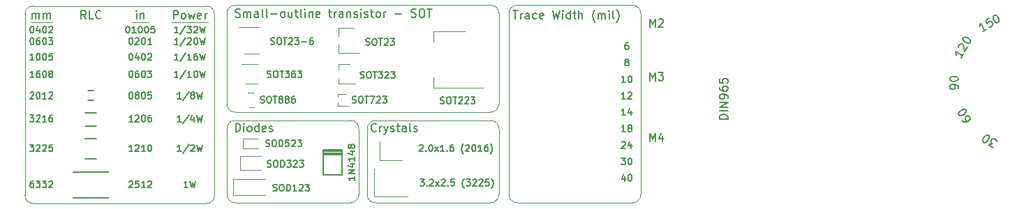
<source format=gto>
G04 #@! TF.GenerationSoftware,KiCad,Pcbnew,(5.1.5)-3*
G04 #@! TF.CreationDate,2020-07-10T10:41:28+02:00*
G04 #@! TF.ProjectId,pcb_ruler,7063625f-7275-46c6-9572-2e6b69636164,rev?*
G04 #@! TF.SameCoordinates,Original*
G04 #@! TF.FileFunction,Legend,Top*
G04 #@! TF.FilePolarity,Positive*
%FSLAX46Y46*%
G04 Gerber Fmt 4.6, Leading zero omitted, Abs format (unit mm)*
G04 Created by KiCad (PCBNEW (5.1.5)-3) date 2020-07-10 10:41:28*
%MOMM*%
%LPD*%
G04 APERTURE LIST*
%ADD10C,0.150000*%
%ADD11C,0.120000*%
%ADD12C,0.203200*%
%ADD13C,0.200000*%
%ADD14C,0.355600*%
%ADD15C,0.152400*%
%ADD16C,1.016000*%
%ADD17C,0.762000*%
%ADD18C,0.609600*%
%ADD19C,0.457200*%
%ADD20C,0.304800*%
%ADD21C,0.254000*%
%ADD22C,0.010000*%
%ADD23C,0.100000*%
%ADD24O,7.102000X17.102000*%
%ADD25C,7.602000*%
%ADD26C,5.702000*%
%ADD27C,3.902000*%
%ADD28R,1.502000X1.302000*%
%ADD29R,1.002000X0.902000*%
%ADD30R,1.753000X1.753000*%
%ADD31C,1.753000*%
%ADD32R,0.432000X0.372000*%
%ADD33R,0.552000X0.602000*%
%ADD34R,0.552000X0.502000*%
%ADD35R,0.702000X0.802000*%
%ADD36R,0.702000X0.552000*%
%ADD37R,1.002000X1.302000*%
%ADD38R,2.102000X1.602000*%
%ADD39R,2.102000X3.902000*%
%ADD40R,0.802000X0.552000*%
%ADD41R,0.752000X0.502000*%
%ADD42R,1.162000X0.752000*%
%ADD43R,1.322000X0.752000*%
G04 APERTURE END LIST*
D10*
X224252380Y-123452380D02*
X223252380Y-123452380D01*
X223252380Y-123214285D01*
X223300000Y-123071428D01*
X223395238Y-122976190D01*
X223490476Y-122928571D01*
X223680952Y-122880952D01*
X223823809Y-122880952D01*
X224014285Y-122928571D01*
X224109523Y-122976190D01*
X224204761Y-123071428D01*
X224252380Y-123214285D01*
X224252380Y-123452380D01*
X224252380Y-122452380D02*
X223252380Y-122452380D01*
X224252380Y-121976190D02*
X223252380Y-121976190D01*
X224252380Y-121404761D01*
X223252380Y-121404761D01*
X224252380Y-120880952D02*
X224252380Y-120690476D01*
X224204761Y-120595238D01*
X224157142Y-120547619D01*
X224014285Y-120452380D01*
X223823809Y-120404761D01*
X223442857Y-120404761D01*
X223347619Y-120452380D01*
X223300000Y-120500000D01*
X223252380Y-120595238D01*
X223252380Y-120785714D01*
X223300000Y-120880952D01*
X223347619Y-120928571D01*
X223442857Y-120976190D01*
X223680952Y-120976190D01*
X223776190Y-120928571D01*
X223823809Y-120880952D01*
X223871428Y-120785714D01*
X223871428Y-120595238D01*
X223823809Y-120500000D01*
X223776190Y-120452380D01*
X223680952Y-120404761D01*
X223252380Y-119547619D02*
X223252380Y-119738095D01*
X223300000Y-119833333D01*
X223347619Y-119880952D01*
X223490476Y-119976190D01*
X223680952Y-120023809D01*
X224061904Y-120023809D01*
X224157142Y-119976190D01*
X224204761Y-119928571D01*
X224252380Y-119833333D01*
X224252380Y-119642857D01*
X224204761Y-119547619D01*
X224157142Y-119500000D01*
X224061904Y-119452380D01*
X223823809Y-119452380D01*
X223728571Y-119500000D01*
X223680952Y-119547619D01*
X223633333Y-119642857D01*
X223633333Y-119833333D01*
X223680952Y-119928571D01*
X223728571Y-119976190D01*
X223823809Y-120023809D01*
X223252380Y-118547619D02*
X223252380Y-119023809D01*
X223728571Y-119071428D01*
X223680952Y-119023809D01*
X223633333Y-118928571D01*
X223633333Y-118690476D01*
X223680952Y-118595238D01*
X223728571Y-118547619D01*
X223823809Y-118500000D01*
X224061904Y-118500000D01*
X224157142Y-118547619D01*
X224204761Y-118595238D01*
X224252380Y-118690476D01*
X224252380Y-118928571D01*
X224204761Y-119023809D01*
X224157142Y-119071428D01*
D11*
X163500000Y-110600000D02*
X163500000Y-121600000D01*
X195500000Y-109600000D02*
X164500000Y-109600000D01*
X196500000Y-121600000D02*
X196500000Y-110600000D01*
X164500000Y-122600000D02*
X195500000Y-122600000D01*
X164500000Y-123600000D02*
X178500000Y-123600000D01*
X163500000Y-132600000D02*
X163500000Y-124600000D01*
X178500000Y-133600000D02*
X164500000Y-133600000D01*
X179500000Y-124600000D02*
X179500000Y-132600000D01*
X196500000Y-132600000D02*
X196500000Y-124600000D01*
X181500000Y-133600000D02*
X195500000Y-133600000D01*
X180500000Y-124600000D02*
X180500000Y-132600000D01*
X195500000Y-123600000D02*
X181500000Y-123600000D01*
X213700000Y-110600000D02*
X213700000Y-132600000D01*
X198700000Y-109600000D02*
X212700000Y-109600000D01*
X197700000Y-132600000D02*
X197700000Y-110600000D01*
X212700000Y-133600000D02*
X198700000Y-133600000D01*
X196500000Y-121600000D02*
G75*
G02X195500000Y-122600000I-1000000J0D01*
G01*
X198700000Y-133600000D02*
G75*
G02X197700000Y-132600000I0J1000000D01*
G01*
X181500000Y-133600000D02*
G75*
G02X180500000Y-132600000I0J1000000D01*
G01*
X164500000Y-122600000D02*
G75*
G02X163500000Y-121600000I0J1000000D01*
G01*
X164500000Y-133600000D02*
G75*
G02X163500000Y-132600000I0J1000000D01*
G01*
X213700000Y-132600000D02*
G75*
G02X212700000Y-133600000I-1000000J0D01*
G01*
X196500000Y-132600000D02*
G75*
G02X195500000Y-133600000I-1000000J0D01*
G01*
X179500000Y-132600000D02*
G75*
G02X178500000Y-133600000I-1000000J0D01*
G01*
X197700000Y-110600000D02*
G75*
G02X198700000Y-109600000I1000000J0D01*
G01*
X180500000Y-124600000D02*
G75*
G02X181500000Y-123600000I1000000J0D01*
G01*
X163500000Y-124600000D02*
G75*
G02X164500000Y-123600000I1000000J0D01*
G01*
X178500000Y-123600000D02*
G75*
G02X179500000Y-124600000I0J-1000000D01*
G01*
X195500000Y-123600000D02*
G75*
G02X196500000Y-124600000I0J-1000000D01*
G01*
X212700000Y-109600000D02*
G75*
G02X213700000Y-110600000I0J-1000000D01*
G01*
X195500000Y-109600000D02*
G75*
G02X196500000Y-110600000I0J-1000000D01*
G01*
X163500000Y-110600000D02*
G75*
G02X164500000Y-109600000I1000000J0D01*
G01*
X162000000Y-132700000D02*
X162000000Y-110700000D01*
X140000000Y-133700000D02*
X161000000Y-133700000D01*
X139000000Y-110700000D02*
X139000000Y-132700000D01*
X161000000Y-109700000D02*
X140000000Y-109700000D01*
X162000000Y-132700000D02*
G75*
G02X161000000Y-133700000I-1000000J0D01*
G01*
X140000000Y-133700000D02*
G75*
G02X139000000Y-132700000I0J1000000D01*
G01*
X139000000Y-110700000D02*
G75*
G02X140000000Y-109700000I1000000J0D01*
G01*
X161000000Y-109700000D02*
G75*
G02X162000000Y-110700000I0J-1000000D01*
G01*
D10*
X214790476Y-126152380D02*
X214790476Y-125152380D01*
X215123809Y-125866666D01*
X215457142Y-125152380D01*
X215457142Y-126152380D01*
X216361904Y-125485714D02*
X216361904Y-126152380D01*
X216123809Y-125104761D02*
X215885714Y-125819047D01*
X216504761Y-125819047D01*
X214790476Y-112252380D02*
X214790476Y-111252380D01*
X215123809Y-111966666D01*
X215457142Y-111252380D01*
X215457142Y-112252380D01*
X215885714Y-111347619D02*
X215933333Y-111300000D01*
X216028571Y-111252380D01*
X216266666Y-111252380D01*
X216361904Y-111300000D01*
X216409523Y-111347619D01*
X216457142Y-111442857D01*
X216457142Y-111538095D01*
X216409523Y-111680952D01*
X215838095Y-112252380D01*
X216457142Y-112252380D01*
X214790476Y-118752380D02*
X214790476Y-117752380D01*
X215123809Y-118466666D01*
X215457142Y-117752380D01*
X215457142Y-118752380D01*
X215838095Y-117752380D02*
X216457142Y-117752380D01*
X216123809Y-118133333D01*
X216266666Y-118133333D01*
X216361904Y-118180952D01*
X216409523Y-118228571D01*
X216457142Y-118323809D01*
X216457142Y-118561904D01*
X216409523Y-118657142D01*
X216361904Y-118704761D01*
X216266666Y-118752380D01*
X215980952Y-118752380D01*
X215885714Y-118704761D01*
X215838095Y-118657142D01*
X186923809Y-130761904D02*
X187419047Y-130761904D01*
X187152380Y-131066666D01*
X187266666Y-131066666D01*
X187342857Y-131104761D01*
X187380952Y-131142857D01*
X187419047Y-131219047D01*
X187419047Y-131409523D01*
X187380952Y-131485714D01*
X187342857Y-131523809D01*
X187266666Y-131561904D01*
X187038095Y-131561904D01*
X186961904Y-131523809D01*
X186923809Y-131485714D01*
X187761904Y-131485714D02*
X187800000Y-131523809D01*
X187761904Y-131561904D01*
X187723809Y-131523809D01*
X187761904Y-131485714D01*
X187761904Y-131561904D01*
X188104761Y-130838095D02*
X188142857Y-130800000D01*
X188219047Y-130761904D01*
X188409523Y-130761904D01*
X188485714Y-130800000D01*
X188523809Y-130838095D01*
X188561904Y-130914285D01*
X188561904Y-130990476D01*
X188523809Y-131104761D01*
X188066666Y-131561904D01*
X188561904Y-131561904D01*
X188828571Y-131561904D02*
X189247619Y-131028571D01*
X188828571Y-131028571D02*
X189247619Y-131561904D01*
X189514285Y-130838095D02*
X189552380Y-130800000D01*
X189628571Y-130761904D01*
X189819047Y-130761904D01*
X189895238Y-130800000D01*
X189933333Y-130838095D01*
X189971428Y-130914285D01*
X189971428Y-130990476D01*
X189933333Y-131104761D01*
X189476190Y-131561904D01*
X189971428Y-131561904D01*
X190314285Y-131485714D02*
X190352380Y-131523809D01*
X190314285Y-131561904D01*
X190276190Y-131523809D01*
X190314285Y-131485714D01*
X190314285Y-131561904D01*
X191076190Y-130761904D02*
X190695238Y-130761904D01*
X190657142Y-131142857D01*
X190695238Y-131104761D01*
X190771428Y-131066666D01*
X190961904Y-131066666D01*
X191038095Y-131104761D01*
X191076190Y-131142857D01*
X191114285Y-131219047D01*
X191114285Y-131409523D01*
X191076190Y-131485714D01*
X191038095Y-131523809D01*
X190961904Y-131561904D01*
X190771428Y-131561904D01*
X190695238Y-131523809D01*
X190657142Y-131485714D01*
X192295238Y-131866666D02*
X192257142Y-131828571D01*
X192180952Y-131714285D01*
X192142857Y-131638095D01*
X192104761Y-131523809D01*
X192066666Y-131333333D01*
X192066666Y-131180952D01*
X192104761Y-130990476D01*
X192142857Y-130876190D01*
X192180952Y-130800000D01*
X192257142Y-130685714D01*
X192295238Y-130647619D01*
X192523809Y-130761904D02*
X193019047Y-130761904D01*
X192752380Y-131066666D01*
X192866666Y-131066666D01*
X192942857Y-131104761D01*
X192980952Y-131142857D01*
X193019047Y-131219047D01*
X193019047Y-131409523D01*
X192980952Y-131485714D01*
X192942857Y-131523809D01*
X192866666Y-131561904D01*
X192638095Y-131561904D01*
X192561904Y-131523809D01*
X192523809Y-131485714D01*
X193323809Y-130838095D02*
X193361904Y-130800000D01*
X193438095Y-130761904D01*
X193628571Y-130761904D01*
X193704761Y-130800000D01*
X193742857Y-130838095D01*
X193780952Y-130914285D01*
X193780952Y-130990476D01*
X193742857Y-131104761D01*
X193285714Y-131561904D01*
X193780952Y-131561904D01*
X194085714Y-130838095D02*
X194123809Y-130800000D01*
X194200000Y-130761904D01*
X194390476Y-130761904D01*
X194466666Y-130800000D01*
X194504761Y-130838095D01*
X194542857Y-130914285D01*
X194542857Y-130990476D01*
X194504761Y-131104761D01*
X194047619Y-131561904D01*
X194542857Y-131561904D01*
X195266666Y-130761904D02*
X194885714Y-130761904D01*
X194847619Y-131142857D01*
X194885714Y-131104761D01*
X194961904Y-131066666D01*
X195152380Y-131066666D01*
X195228571Y-131104761D01*
X195266666Y-131142857D01*
X195304761Y-131219047D01*
X195304761Y-131409523D01*
X195266666Y-131485714D01*
X195228571Y-131523809D01*
X195152380Y-131561904D01*
X194961904Y-131561904D01*
X194885714Y-131523809D01*
X194847619Y-131485714D01*
X195571428Y-131866666D02*
X195609523Y-131828571D01*
X195685714Y-131714285D01*
X195723809Y-131638095D01*
X195761904Y-131523809D01*
X195800000Y-131333333D01*
X195800000Y-131180952D01*
X195761904Y-130990476D01*
X195723809Y-130876190D01*
X195685714Y-130800000D01*
X195609523Y-130685714D01*
X195571428Y-130647619D01*
X186861904Y-126638095D02*
X186900000Y-126600000D01*
X186976190Y-126561904D01*
X187166666Y-126561904D01*
X187242857Y-126600000D01*
X187280952Y-126638095D01*
X187319047Y-126714285D01*
X187319047Y-126790476D01*
X187280952Y-126904761D01*
X186823809Y-127361904D01*
X187319047Y-127361904D01*
X187661904Y-127285714D02*
X187700000Y-127323809D01*
X187661904Y-127361904D01*
X187623809Y-127323809D01*
X187661904Y-127285714D01*
X187661904Y-127361904D01*
X188195238Y-126561904D02*
X188271428Y-126561904D01*
X188347619Y-126600000D01*
X188385714Y-126638095D01*
X188423809Y-126714285D01*
X188461904Y-126866666D01*
X188461904Y-127057142D01*
X188423809Y-127209523D01*
X188385714Y-127285714D01*
X188347619Y-127323809D01*
X188271428Y-127361904D01*
X188195238Y-127361904D01*
X188119047Y-127323809D01*
X188080952Y-127285714D01*
X188042857Y-127209523D01*
X188004761Y-127057142D01*
X188004761Y-126866666D01*
X188042857Y-126714285D01*
X188080952Y-126638095D01*
X188119047Y-126600000D01*
X188195238Y-126561904D01*
X188728571Y-127361904D02*
X189147619Y-126828571D01*
X188728571Y-126828571D02*
X189147619Y-127361904D01*
X189871428Y-127361904D02*
X189414285Y-127361904D01*
X189642857Y-127361904D02*
X189642857Y-126561904D01*
X189566666Y-126676190D01*
X189490476Y-126752380D01*
X189414285Y-126790476D01*
X190214285Y-127285714D02*
X190252380Y-127323809D01*
X190214285Y-127361904D01*
X190176190Y-127323809D01*
X190214285Y-127285714D01*
X190214285Y-127361904D01*
X190938095Y-126561904D02*
X190785714Y-126561904D01*
X190709523Y-126600000D01*
X190671428Y-126638095D01*
X190595238Y-126752380D01*
X190557142Y-126904761D01*
X190557142Y-127209523D01*
X190595238Y-127285714D01*
X190633333Y-127323809D01*
X190709523Y-127361904D01*
X190861904Y-127361904D01*
X190938095Y-127323809D01*
X190976190Y-127285714D01*
X191014285Y-127209523D01*
X191014285Y-127019047D01*
X190976190Y-126942857D01*
X190938095Y-126904761D01*
X190861904Y-126866666D01*
X190709523Y-126866666D01*
X190633333Y-126904761D01*
X190595238Y-126942857D01*
X190557142Y-127019047D01*
X192195238Y-127666666D02*
X192157142Y-127628571D01*
X192080952Y-127514285D01*
X192042857Y-127438095D01*
X192004761Y-127323809D01*
X191966666Y-127133333D01*
X191966666Y-126980952D01*
X192004761Y-126790476D01*
X192042857Y-126676190D01*
X192080952Y-126600000D01*
X192157142Y-126485714D01*
X192195238Y-126447619D01*
X192461904Y-126638095D02*
X192500000Y-126600000D01*
X192576190Y-126561904D01*
X192766666Y-126561904D01*
X192842857Y-126600000D01*
X192880952Y-126638095D01*
X192919047Y-126714285D01*
X192919047Y-126790476D01*
X192880952Y-126904761D01*
X192423809Y-127361904D01*
X192919047Y-127361904D01*
X193414285Y-126561904D02*
X193490476Y-126561904D01*
X193566666Y-126600000D01*
X193604761Y-126638095D01*
X193642857Y-126714285D01*
X193680952Y-126866666D01*
X193680952Y-127057142D01*
X193642857Y-127209523D01*
X193604761Y-127285714D01*
X193566666Y-127323809D01*
X193490476Y-127361904D01*
X193414285Y-127361904D01*
X193338095Y-127323809D01*
X193300000Y-127285714D01*
X193261904Y-127209523D01*
X193223809Y-127057142D01*
X193223809Y-126866666D01*
X193261904Y-126714285D01*
X193300000Y-126638095D01*
X193338095Y-126600000D01*
X193414285Y-126561904D01*
X194442857Y-127361904D02*
X193985714Y-127361904D01*
X194214285Y-127361904D02*
X194214285Y-126561904D01*
X194138095Y-126676190D01*
X194061904Y-126752380D01*
X193985714Y-126790476D01*
X195128571Y-126561904D02*
X194976190Y-126561904D01*
X194900000Y-126600000D01*
X194861904Y-126638095D01*
X194785714Y-126752380D01*
X194747619Y-126904761D01*
X194747619Y-127209523D01*
X194785714Y-127285714D01*
X194823809Y-127323809D01*
X194900000Y-127361904D01*
X195052380Y-127361904D01*
X195128571Y-127323809D01*
X195166666Y-127285714D01*
X195204761Y-127209523D01*
X195204761Y-127019047D01*
X195166666Y-126942857D01*
X195128571Y-126904761D01*
X195052380Y-126866666D01*
X194900000Y-126866666D01*
X194823809Y-126904761D01*
X194785714Y-126942857D01*
X194747619Y-127019047D01*
X195471428Y-127666666D02*
X195509523Y-127628571D01*
X195585714Y-127514285D01*
X195623809Y-127438095D01*
X195661904Y-127323809D01*
X195700000Y-127133333D01*
X195700000Y-126980952D01*
X195661904Y-126790476D01*
X195623809Y-126676190D01*
X195585714Y-126600000D01*
X195509523Y-126485714D01*
X195471428Y-126447619D01*
X181609523Y-124857142D02*
X181561904Y-124904761D01*
X181419047Y-124952380D01*
X181323809Y-124952380D01*
X181180952Y-124904761D01*
X181085714Y-124809523D01*
X181038095Y-124714285D01*
X180990476Y-124523809D01*
X180990476Y-124380952D01*
X181038095Y-124190476D01*
X181085714Y-124095238D01*
X181180952Y-124000000D01*
X181323809Y-123952380D01*
X181419047Y-123952380D01*
X181561904Y-124000000D01*
X181609523Y-124047619D01*
X182038095Y-124952380D02*
X182038095Y-124285714D01*
X182038095Y-124476190D02*
X182085714Y-124380952D01*
X182133333Y-124333333D01*
X182228571Y-124285714D01*
X182323809Y-124285714D01*
X182561904Y-124285714D02*
X182800000Y-124952380D01*
X183038095Y-124285714D02*
X182800000Y-124952380D01*
X182704761Y-125190476D01*
X182657142Y-125238095D01*
X182561904Y-125285714D01*
X183371428Y-124904761D02*
X183466666Y-124952380D01*
X183657142Y-124952380D01*
X183752380Y-124904761D01*
X183800000Y-124809523D01*
X183800000Y-124761904D01*
X183752380Y-124666666D01*
X183657142Y-124619047D01*
X183514285Y-124619047D01*
X183419047Y-124571428D01*
X183371428Y-124476190D01*
X183371428Y-124428571D01*
X183419047Y-124333333D01*
X183514285Y-124285714D01*
X183657142Y-124285714D01*
X183752380Y-124333333D01*
X184085714Y-124285714D02*
X184466666Y-124285714D01*
X184228571Y-123952380D02*
X184228571Y-124809523D01*
X184276190Y-124904761D01*
X184371428Y-124952380D01*
X184466666Y-124952380D01*
X185228571Y-124952380D02*
X185228571Y-124428571D01*
X185180952Y-124333333D01*
X185085714Y-124285714D01*
X184895238Y-124285714D01*
X184800000Y-124333333D01*
X185228571Y-124904761D02*
X185133333Y-124952380D01*
X184895238Y-124952380D01*
X184800000Y-124904761D01*
X184752380Y-124809523D01*
X184752380Y-124714285D01*
X184800000Y-124619047D01*
X184895238Y-124571428D01*
X185133333Y-124571428D01*
X185228571Y-124523809D01*
X185847619Y-124952380D02*
X185752380Y-124904761D01*
X185704761Y-124809523D01*
X185704761Y-123952380D01*
X186180952Y-124904761D02*
X186276190Y-124952380D01*
X186466666Y-124952380D01*
X186561904Y-124904761D01*
X186609523Y-124809523D01*
X186609523Y-124761904D01*
X186561904Y-124666666D01*
X186466666Y-124619047D01*
X186323809Y-124619047D01*
X186228571Y-124571428D01*
X186180952Y-124476190D01*
X186180952Y-124428571D01*
X186228571Y-124333333D01*
X186323809Y-124285714D01*
X186466666Y-124285714D01*
X186561904Y-124333333D01*
X211847619Y-122961904D02*
X211390476Y-122961904D01*
X211619047Y-122961904D02*
X211619047Y-122161904D01*
X211542857Y-122276190D01*
X211466666Y-122352380D01*
X211390476Y-122390476D01*
X212533333Y-122428571D02*
X212533333Y-122961904D01*
X212342857Y-122123809D02*
X212152380Y-122695238D01*
X212647619Y-122695238D01*
X211771428Y-130428571D02*
X211771428Y-130961904D01*
X211580952Y-130123809D02*
X211390476Y-130695238D01*
X211885714Y-130695238D01*
X212342857Y-130161904D02*
X212419047Y-130161904D01*
X212495238Y-130200000D01*
X212533333Y-130238095D01*
X212571428Y-130314285D01*
X212609523Y-130466666D01*
X212609523Y-130657142D01*
X212571428Y-130809523D01*
X212533333Y-130885714D01*
X212495238Y-130923809D01*
X212419047Y-130961904D01*
X212342857Y-130961904D01*
X212266666Y-130923809D01*
X212228571Y-130885714D01*
X212190476Y-130809523D01*
X212152380Y-130657142D01*
X212152380Y-130466666D01*
X212190476Y-130314285D01*
X212228571Y-130238095D01*
X212266666Y-130200000D01*
X212342857Y-130161904D01*
X211352380Y-128161904D02*
X211847619Y-128161904D01*
X211580952Y-128466666D01*
X211695238Y-128466666D01*
X211771428Y-128504761D01*
X211809523Y-128542857D01*
X211847619Y-128619047D01*
X211847619Y-128809523D01*
X211809523Y-128885714D01*
X211771428Y-128923809D01*
X211695238Y-128961904D01*
X211466666Y-128961904D01*
X211390476Y-128923809D01*
X211352380Y-128885714D01*
X212342857Y-128161904D02*
X212419047Y-128161904D01*
X212495238Y-128200000D01*
X212533333Y-128238095D01*
X212571428Y-128314285D01*
X212609523Y-128466666D01*
X212609523Y-128657142D01*
X212571428Y-128809523D01*
X212533333Y-128885714D01*
X212495238Y-128923809D01*
X212419047Y-128961904D01*
X212342857Y-128961904D01*
X212266666Y-128923809D01*
X212228571Y-128885714D01*
X212190476Y-128809523D01*
X212152380Y-128657142D01*
X212152380Y-128466666D01*
X212190476Y-128314285D01*
X212228571Y-128238095D01*
X212266666Y-128200000D01*
X212342857Y-128161904D01*
X211390476Y-126238095D02*
X211428571Y-126200000D01*
X211504761Y-126161904D01*
X211695238Y-126161904D01*
X211771428Y-126200000D01*
X211809523Y-126238095D01*
X211847619Y-126314285D01*
X211847619Y-126390476D01*
X211809523Y-126504761D01*
X211352380Y-126961904D01*
X211847619Y-126961904D01*
X212533333Y-126428571D02*
X212533333Y-126961904D01*
X212342857Y-126123809D02*
X212152380Y-126695238D01*
X212647619Y-126695238D01*
X211847619Y-124961904D02*
X211390476Y-124961904D01*
X211619047Y-124961904D02*
X211619047Y-124161904D01*
X211542857Y-124276190D01*
X211466666Y-124352380D01*
X211390476Y-124390476D01*
X212304761Y-124504761D02*
X212228571Y-124466666D01*
X212190476Y-124428571D01*
X212152380Y-124352380D01*
X212152380Y-124314285D01*
X212190476Y-124238095D01*
X212228571Y-124200000D01*
X212304761Y-124161904D01*
X212457142Y-124161904D01*
X212533333Y-124200000D01*
X212571428Y-124238095D01*
X212609523Y-124314285D01*
X212609523Y-124352380D01*
X212571428Y-124428571D01*
X212533333Y-124466666D01*
X212457142Y-124504761D01*
X212304761Y-124504761D01*
X212228571Y-124542857D01*
X212190476Y-124580952D01*
X212152380Y-124657142D01*
X212152380Y-124809523D01*
X212190476Y-124885714D01*
X212228571Y-124923809D01*
X212304761Y-124961904D01*
X212457142Y-124961904D01*
X212533333Y-124923809D01*
X212571428Y-124885714D01*
X212609523Y-124809523D01*
X212609523Y-124657142D01*
X212571428Y-124580952D01*
X212533333Y-124542857D01*
X212457142Y-124504761D01*
X211847619Y-120961904D02*
X211390476Y-120961904D01*
X211619047Y-120961904D02*
X211619047Y-120161904D01*
X211542857Y-120276190D01*
X211466666Y-120352380D01*
X211390476Y-120390476D01*
X212152380Y-120238095D02*
X212190476Y-120200000D01*
X212266666Y-120161904D01*
X212457142Y-120161904D01*
X212533333Y-120200000D01*
X212571428Y-120238095D01*
X212609523Y-120314285D01*
X212609523Y-120390476D01*
X212571428Y-120504761D01*
X212114285Y-120961904D01*
X212609523Y-120961904D01*
X211847619Y-118961904D02*
X211390476Y-118961904D01*
X211619047Y-118961904D02*
X211619047Y-118161904D01*
X211542857Y-118276190D01*
X211466666Y-118352380D01*
X211390476Y-118390476D01*
X212342857Y-118161904D02*
X212419047Y-118161904D01*
X212495238Y-118200000D01*
X212533333Y-118238095D01*
X212571428Y-118314285D01*
X212609523Y-118466666D01*
X212609523Y-118657142D01*
X212571428Y-118809523D01*
X212533333Y-118885714D01*
X212495238Y-118923809D01*
X212419047Y-118961904D01*
X212342857Y-118961904D01*
X212266666Y-118923809D01*
X212228571Y-118885714D01*
X212190476Y-118809523D01*
X212152380Y-118657142D01*
X212152380Y-118466666D01*
X212190476Y-118314285D01*
X212228571Y-118238095D01*
X212266666Y-118200000D01*
X212342857Y-118161904D01*
X211923809Y-116504761D02*
X211847619Y-116466666D01*
X211809523Y-116428571D01*
X211771428Y-116352380D01*
X211771428Y-116314285D01*
X211809523Y-116238095D01*
X211847619Y-116200000D01*
X211923809Y-116161904D01*
X212076190Y-116161904D01*
X212152380Y-116200000D01*
X212190476Y-116238095D01*
X212228571Y-116314285D01*
X212228571Y-116352380D01*
X212190476Y-116428571D01*
X212152380Y-116466666D01*
X212076190Y-116504761D01*
X211923809Y-116504761D01*
X211847619Y-116542857D01*
X211809523Y-116580952D01*
X211771428Y-116657142D01*
X211771428Y-116809523D01*
X211809523Y-116885714D01*
X211847619Y-116923809D01*
X211923809Y-116961904D01*
X212076190Y-116961904D01*
X212152380Y-116923809D01*
X212190476Y-116885714D01*
X212228571Y-116809523D01*
X212228571Y-116657142D01*
X212190476Y-116580952D01*
X212152380Y-116542857D01*
X212076190Y-116504761D01*
X212152380Y-114161904D02*
X212000000Y-114161904D01*
X211923809Y-114200000D01*
X211885714Y-114238095D01*
X211809523Y-114352380D01*
X211771428Y-114504761D01*
X211771428Y-114809523D01*
X211809523Y-114885714D01*
X211847619Y-114923809D01*
X211923809Y-114961904D01*
X212076190Y-114961904D01*
X212152380Y-114923809D01*
X212190476Y-114885714D01*
X212228571Y-114809523D01*
X212228571Y-114619047D01*
X212190476Y-114542857D01*
X212152380Y-114504761D01*
X212076190Y-114466666D01*
X211923809Y-114466666D01*
X211847619Y-114504761D01*
X211809523Y-114542857D01*
X211771428Y-114619047D01*
X198200000Y-110252380D02*
X198771428Y-110252380D01*
X198485714Y-111252380D02*
X198485714Y-110252380D01*
X199104761Y-111252380D02*
X199104761Y-110585714D01*
X199104761Y-110776190D02*
X199152380Y-110680952D01*
X199200000Y-110633333D01*
X199295238Y-110585714D01*
X199390476Y-110585714D01*
X200152380Y-111252380D02*
X200152380Y-110728571D01*
X200104761Y-110633333D01*
X200009523Y-110585714D01*
X199819047Y-110585714D01*
X199723809Y-110633333D01*
X200152380Y-111204761D02*
X200057142Y-111252380D01*
X199819047Y-111252380D01*
X199723809Y-111204761D01*
X199676190Y-111109523D01*
X199676190Y-111014285D01*
X199723809Y-110919047D01*
X199819047Y-110871428D01*
X200057142Y-110871428D01*
X200152380Y-110823809D01*
X201057142Y-111204761D02*
X200961904Y-111252380D01*
X200771428Y-111252380D01*
X200676190Y-111204761D01*
X200628571Y-111157142D01*
X200580952Y-111061904D01*
X200580952Y-110776190D01*
X200628571Y-110680952D01*
X200676190Y-110633333D01*
X200771428Y-110585714D01*
X200961904Y-110585714D01*
X201057142Y-110633333D01*
X201866666Y-111204761D02*
X201771428Y-111252380D01*
X201580952Y-111252380D01*
X201485714Y-111204761D01*
X201438095Y-111109523D01*
X201438095Y-110728571D01*
X201485714Y-110633333D01*
X201580952Y-110585714D01*
X201771428Y-110585714D01*
X201866666Y-110633333D01*
X201914285Y-110728571D01*
X201914285Y-110823809D01*
X201438095Y-110919047D01*
X203009523Y-110252380D02*
X203247619Y-111252380D01*
X203438095Y-110538095D01*
X203628571Y-111252380D01*
X203866666Y-110252380D01*
X204247619Y-111252380D02*
X204247619Y-110585714D01*
X204247619Y-110252380D02*
X204200000Y-110300000D01*
X204247619Y-110347619D01*
X204295238Y-110300000D01*
X204247619Y-110252380D01*
X204247619Y-110347619D01*
X205152380Y-111252380D02*
X205152380Y-110252380D01*
X205152380Y-111204761D02*
X205057142Y-111252380D01*
X204866666Y-111252380D01*
X204771428Y-111204761D01*
X204723809Y-111157142D01*
X204676190Y-111061904D01*
X204676190Y-110776190D01*
X204723809Y-110680952D01*
X204771428Y-110633333D01*
X204866666Y-110585714D01*
X205057142Y-110585714D01*
X205152380Y-110633333D01*
X205485714Y-110585714D02*
X205866666Y-110585714D01*
X205628571Y-110252380D02*
X205628571Y-111109523D01*
X205676190Y-111204761D01*
X205771428Y-111252380D01*
X205866666Y-111252380D01*
X206200000Y-111252380D02*
X206200000Y-110252380D01*
X206628571Y-111252380D02*
X206628571Y-110728571D01*
X206580952Y-110633333D01*
X206485714Y-110585714D01*
X206342857Y-110585714D01*
X206247619Y-110633333D01*
X206200000Y-110680952D01*
X208152380Y-111633333D02*
X208104761Y-111585714D01*
X208009523Y-111442857D01*
X207961904Y-111347619D01*
X207914285Y-111204761D01*
X207866666Y-110966666D01*
X207866666Y-110776190D01*
X207914285Y-110538095D01*
X207961904Y-110395238D01*
X208009523Y-110300000D01*
X208104761Y-110157142D01*
X208152380Y-110109523D01*
X208533333Y-111252380D02*
X208533333Y-110585714D01*
X208533333Y-110680952D02*
X208580952Y-110633333D01*
X208676190Y-110585714D01*
X208819047Y-110585714D01*
X208914285Y-110633333D01*
X208961904Y-110728571D01*
X208961904Y-111252380D01*
X208961904Y-110728571D02*
X209009523Y-110633333D01*
X209104761Y-110585714D01*
X209247619Y-110585714D01*
X209342857Y-110633333D01*
X209390476Y-110728571D01*
X209390476Y-111252380D01*
X209866666Y-111252380D02*
X209866666Y-110585714D01*
X209866666Y-110252380D02*
X209819047Y-110300000D01*
X209866666Y-110347619D01*
X209914285Y-110300000D01*
X209866666Y-110252380D01*
X209866666Y-110347619D01*
X210485714Y-111252380D02*
X210390476Y-111204761D01*
X210342857Y-111109523D01*
X210342857Y-110252380D01*
X210771428Y-111633333D02*
X210819047Y-111585714D01*
X210914285Y-111442857D01*
X210961904Y-111347619D01*
X211009523Y-111204761D01*
X211057142Y-110966666D01*
X211057142Y-110776190D01*
X211009523Y-110538095D01*
X210961904Y-110395238D01*
X210914285Y-110300000D01*
X210819047Y-110157142D01*
X210771428Y-110109523D01*
X179011904Y-130414285D02*
X179011904Y-130871428D01*
X179011904Y-130642857D02*
X178211904Y-130642857D01*
X178326190Y-130719047D01*
X178402380Y-130795238D01*
X178440476Y-130871428D01*
X179011904Y-130071428D02*
X178211904Y-130071428D01*
X179011904Y-129614285D01*
X178211904Y-129614285D01*
X178478571Y-128890476D02*
X179011904Y-128890476D01*
X178173809Y-129080952D02*
X178745238Y-129271428D01*
X178745238Y-128776190D01*
X179011904Y-128052380D02*
X179011904Y-128509523D01*
X179011904Y-128280952D02*
X178211904Y-128280952D01*
X178326190Y-128357142D01*
X178402380Y-128433333D01*
X178440476Y-128509523D01*
X178478571Y-127366666D02*
X179011904Y-127366666D01*
X178173809Y-127557142D02*
X178745238Y-127747619D01*
X178745238Y-127252380D01*
X178554761Y-126833333D02*
X178516666Y-126909523D01*
X178478571Y-126947619D01*
X178402380Y-126985714D01*
X178364285Y-126985714D01*
X178288095Y-126947619D01*
X178250000Y-126909523D01*
X178211904Y-126833333D01*
X178211904Y-126680952D01*
X178250000Y-126604761D01*
X178288095Y-126566666D01*
X178364285Y-126528571D01*
X178402380Y-126528571D01*
X178478571Y-126566666D01*
X178516666Y-126604761D01*
X178554761Y-126680952D01*
X178554761Y-126833333D01*
X178592857Y-126909523D01*
X178630952Y-126947619D01*
X178707142Y-126985714D01*
X178859523Y-126985714D01*
X178935714Y-126947619D01*
X178973809Y-126909523D01*
X179011904Y-126833333D01*
X179011904Y-126680952D01*
X178973809Y-126604761D01*
X178935714Y-126566666D01*
X178859523Y-126528571D01*
X178707142Y-126528571D01*
X178630952Y-126566666D01*
X178592857Y-126604761D01*
X178554761Y-126680952D01*
X168209523Y-126723809D02*
X168323809Y-126761904D01*
X168514285Y-126761904D01*
X168590476Y-126723809D01*
X168628571Y-126685714D01*
X168666666Y-126609523D01*
X168666666Y-126533333D01*
X168628571Y-126457142D01*
X168590476Y-126419047D01*
X168514285Y-126380952D01*
X168361904Y-126342857D01*
X168285714Y-126304761D01*
X168247619Y-126266666D01*
X168209523Y-126190476D01*
X168209523Y-126114285D01*
X168247619Y-126038095D01*
X168285714Y-126000000D01*
X168361904Y-125961904D01*
X168552380Y-125961904D01*
X168666666Y-126000000D01*
X169161904Y-125961904D02*
X169314285Y-125961904D01*
X169390476Y-126000000D01*
X169466666Y-126076190D01*
X169504761Y-126228571D01*
X169504761Y-126495238D01*
X169466666Y-126647619D01*
X169390476Y-126723809D01*
X169314285Y-126761904D01*
X169161904Y-126761904D01*
X169085714Y-126723809D01*
X169009523Y-126647619D01*
X168971428Y-126495238D01*
X168971428Y-126228571D01*
X169009523Y-126076190D01*
X169085714Y-126000000D01*
X169161904Y-125961904D01*
X169847619Y-126761904D02*
X169847619Y-125961904D01*
X170038095Y-125961904D01*
X170152380Y-126000000D01*
X170228571Y-126076190D01*
X170266666Y-126152380D01*
X170304761Y-126304761D01*
X170304761Y-126419047D01*
X170266666Y-126571428D01*
X170228571Y-126647619D01*
X170152380Y-126723809D01*
X170038095Y-126761904D01*
X169847619Y-126761904D01*
X171028571Y-125961904D02*
X170647619Y-125961904D01*
X170609523Y-126342857D01*
X170647619Y-126304761D01*
X170723809Y-126266666D01*
X170914285Y-126266666D01*
X170990476Y-126304761D01*
X171028571Y-126342857D01*
X171066666Y-126419047D01*
X171066666Y-126609523D01*
X171028571Y-126685714D01*
X170990476Y-126723809D01*
X170914285Y-126761904D01*
X170723809Y-126761904D01*
X170647619Y-126723809D01*
X170609523Y-126685714D01*
X171371428Y-126038095D02*
X171409523Y-126000000D01*
X171485714Y-125961904D01*
X171676190Y-125961904D01*
X171752380Y-126000000D01*
X171790476Y-126038095D01*
X171828571Y-126114285D01*
X171828571Y-126190476D01*
X171790476Y-126304761D01*
X171333333Y-126761904D01*
X171828571Y-126761904D01*
X172095238Y-125961904D02*
X172590476Y-125961904D01*
X172323809Y-126266666D01*
X172438095Y-126266666D01*
X172514285Y-126304761D01*
X172552380Y-126342857D01*
X172590476Y-126419047D01*
X172590476Y-126609523D01*
X172552380Y-126685714D01*
X172514285Y-126723809D01*
X172438095Y-126761904D01*
X172209523Y-126761904D01*
X172133333Y-126723809D01*
X172095238Y-126685714D01*
X168409523Y-129223809D02*
X168523809Y-129261904D01*
X168714285Y-129261904D01*
X168790476Y-129223809D01*
X168828571Y-129185714D01*
X168866666Y-129109523D01*
X168866666Y-129033333D01*
X168828571Y-128957142D01*
X168790476Y-128919047D01*
X168714285Y-128880952D01*
X168561904Y-128842857D01*
X168485714Y-128804761D01*
X168447619Y-128766666D01*
X168409523Y-128690476D01*
X168409523Y-128614285D01*
X168447619Y-128538095D01*
X168485714Y-128500000D01*
X168561904Y-128461904D01*
X168752380Y-128461904D01*
X168866666Y-128500000D01*
X169361904Y-128461904D02*
X169514285Y-128461904D01*
X169590476Y-128500000D01*
X169666666Y-128576190D01*
X169704761Y-128728571D01*
X169704761Y-128995238D01*
X169666666Y-129147619D01*
X169590476Y-129223809D01*
X169514285Y-129261904D01*
X169361904Y-129261904D01*
X169285714Y-129223809D01*
X169209523Y-129147619D01*
X169171428Y-128995238D01*
X169171428Y-128728571D01*
X169209523Y-128576190D01*
X169285714Y-128500000D01*
X169361904Y-128461904D01*
X170047619Y-129261904D02*
X170047619Y-128461904D01*
X170238095Y-128461904D01*
X170352380Y-128500000D01*
X170428571Y-128576190D01*
X170466666Y-128652380D01*
X170504761Y-128804761D01*
X170504761Y-128919047D01*
X170466666Y-129071428D01*
X170428571Y-129147619D01*
X170352380Y-129223809D01*
X170238095Y-129261904D01*
X170047619Y-129261904D01*
X170771428Y-128461904D02*
X171266666Y-128461904D01*
X171000000Y-128766666D01*
X171114285Y-128766666D01*
X171190476Y-128804761D01*
X171228571Y-128842857D01*
X171266666Y-128919047D01*
X171266666Y-129109523D01*
X171228571Y-129185714D01*
X171190476Y-129223809D01*
X171114285Y-129261904D01*
X170885714Y-129261904D01*
X170809523Y-129223809D01*
X170771428Y-129185714D01*
X171571428Y-128538095D02*
X171609523Y-128500000D01*
X171685714Y-128461904D01*
X171876190Y-128461904D01*
X171952380Y-128500000D01*
X171990476Y-128538095D01*
X172028571Y-128614285D01*
X172028571Y-128690476D01*
X171990476Y-128804761D01*
X171533333Y-129261904D01*
X172028571Y-129261904D01*
X172295238Y-128461904D02*
X172790476Y-128461904D01*
X172523809Y-128766666D01*
X172638095Y-128766666D01*
X172714285Y-128804761D01*
X172752380Y-128842857D01*
X172790476Y-128919047D01*
X172790476Y-129109523D01*
X172752380Y-129185714D01*
X172714285Y-129223809D01*
X172638095Y-129261904D01*
X172409523Y-129261904D01*
X172333333Y-129223809D01*
X172295238Y-129185714D01*
X169109523Y-132123809D02*
X169223809Y-132161904D01*
X169414285Y-132161904D01*
X169490476Y-132123809D01*
X169528571Y-132085714D01*
X169566666Y-132009523D01*
X169566666Y-131933333D01*
X169528571Y-131857142D01*
X169490476Y-131819047D01*
X169414285Y-131780952D01*
X169261904Y-131742857D01*
X169185714Y-131704761D01*
X169147619Y-131666666D01*
X169109523Y-131590476D01*
X169109523Y-131514285D01*
X169147619Y-131438095D01*
X169185714Y-131400000D01*
X169261904Y-131361904D01*
X169452380Y-131361904D01*
X169566666Y-131400000D01*
X170061904Y-131361904D02*
X170214285Y-131361904D01*
X170290476Y-131400000D01*
X170366666Y-131476190D01*
X170404761Y-131628571D01*
X170404761Y-131895238D01*
X170366666Y-132047619D01*
X170290476Y-132123809D01*
X170214285Y-132161904D01*
X170061904Y-132161904D01*
X169985714Y-132123809D01*
X169909523Y-132047619D01*
X169871428Y-131895238D01*
X169871428Y-131628571D01*
X169909523Y-131476190D01*
X169985714Y-131400000D01*
X170061904Y-131361904D01*
X170747619Y-132161904D02*
X170747619Y-131361904D01*
X170938095Y-131361904D01*
X171052380Y-131400000D01*
X171128571Y-131476190D01*
X171166666Y-131552380D01*
X171204761Y-131704761D01*
X171204761Y-131819047D01*
X171166666Y-131971428D01*
X171128571Y-132047619D01*
X171052380Y-132123809D01*
X170938095Y-132161904D01*
X170747619Y-132161904D01*
X171966666Y-132161904D02*
X171509523Y-132161904D01*
X171738095Y-132161904D02*
X171738095Y-131361904D01*
X171661904Y-131476190D01*
X171585714Y-131552380D01*
X171509523Y-131590476D01*
X172271428Y-131438095D02*
X172309523Y-131400000D01*
X172385714Y-131361904D01*
X172576190Y-131361904D01*
X172652380Y-131400000D01*
X172690476Y-131438095D01*
X172728571Y-131514285D01*
X172728571Y-131590476D01*
X172690476Y-131704761D01*
X172233333Y-132161904D01*
X172728571Y-132161904D01*
X172995238Y-131361904D02*
X173490476Y-131361904D01*
X173223809Y-131666666D01*
X173338095Y-131666666D01*
X173414285Y-131704761D01*
X173452380Y-131742857D01*
X173490476Y-131819047D01*
X173490476Y-132009523D01*
X173452380Y-132085714D01*
X173414285Y-132123809D01*
X173338095Y-132161904D01*
X173109523Y-132161904D01*
X173033333Y-132123809D01*
X172995238Y-132085714D01*
X164561904Y-124952380D02*
X164561904Y-123952380D01*
X164800000Y-123952380D01*
X164942857Y-124000000D01*
X165038095Y-124095238D01*
X165085714Y-124190476D01*
X165133333Y-124380952D01*
X165133333Y-124523809D01*
X165085714Y-124714285D01*
X165038095Y-124809523D01*
X164942857Y-124904761D01*
X164800000Y-124952380D01*
X164561904Y-124952380D01*
X165561904Y-124952380D02*
X165561904Y-124285714D01*
X165561904Y-123952380D02*
X165514285Y-124000000D01*
X165561904Y-124047619D01*
X165609523Y-124000000D01*
X165561904Y-123952380D01*
X165561904Y-124047619D01*
X166180952Y-124952380D02*
X166085714Y-124904761D01*
X166038095Y-124857142D01*
X165990476Y-124761904D01*
X165990476Y-124476190D01*
X166038095Y-124380952D01*
X166085714Y-124333333D01*
X166180952Y-124285714D01*
X166323809Y-124285714D01*
X166419047Y-124333333D01*
X166466666Y-124380952D01*
X166514285Y-124476190D01*
X166514285Y-124761904D01*
X166466666Y-124857142D01*
X166419047Y-124904761D01*
X166323809Y-124952380D01*
X166180952Y-124952380D01*
X167371428Y-124952380D02*
X167371428Y-123952380D01*
X167371428Y-124904761D02*
X167276190Y-124952380D01*
X167085714Y-124952380D01*
X166990476Y-124904761D01*
X166942857Y-124857142D01*
X166895238Y-124761904D01*
X166895238Y-124476190D01*
X166942857Y-124380952D01*
X166990476Y-124333333D01*
X167085714Y-124285714D01*
X167276190Y-124285714D01*
X167371428Y-124333333D01*
X168228571Y-124904761D02*
X168133333Y-124952380D01*
X167942857Y-124952380D01*
X167847619Y-124904761D01*
X167800000Y-124809523D01*
X167800000Y-124428571D01*
X167847619Y-124333333D01*
X167942857Y-124285714D01*
X168133333Y-124285714D01*
X168228571Y-124333333D01*
X168276190Y-124428571D01*
X168276190Y-124523809D01*
X167800000Y-124619047D01*
X168657142Y-124904761D02*
X168752380Y-124952380D01*
X168942857Y-124952380D01*
X169038095Y-124904761D01*
X169085714Y-124809523D01*
X169085714Y-124761904D01*
X169038095Y-124666666D01*
X168942857Y-124619047D01*
X168800000Y-124619047D01*
X168704761Y-124571428D01*
X168657142Y-124476190D01*
X168657142Y-124428571D01*
X168704761Y-124333333D01*
X168800000Y-124285714D01*
X168942857Y-124285714D01*
X169038095Y-124333333D01*
X164542857Y-111004761D02*
X164685714Y-111052380D01*
X164923809Y-111052380D01*
X165019047Y-111004761D01*
X165066666Y-110957142D01*
X165114285Y-110861904D01*
X165114285Y-110766666D01*
X165066666Y-110671428D01*
X165019047Y-110623809D01*
X164923809Y-110576190D01*
X164733333Y-110528571D01*
X164638095Y-110480952D01*
X164590476Y-110433333D01*
X164542857Y-110338095D01*
X164542857Y-110242857D01*
X164590476Y-110147619D01*
X164638095Y-110100000D01*
X164733333Y-110052380D01*
X164971428Y-110052380D01*
X165114285Y-110100000D01*
X165542857Y-111052380D02*
X165542857Y-110385714D01*
X165542857Y-110480952D02*
X165590476Y-110433333D01*
X165685714Y-110385714D01*
X165828571Y-110385714D01*
X165923809Y-110433333D01*
X165971428Y-110528571D01*
X165971428Y-111052380D01*
X165971428Y-110528571D02*
X166019047Y-110433333D01*
X166114285Y-110385714D01*
X166257142Y-110385714D01*
X166352380Y-110433333D01*
X166400000Y-110528571D01*
X166400000Y-111052380D01*
X167304761Y-111052380D02*
X167304761Y-110528571D01*
X167257142Y-110433333D01*
X167161904Y-110385714D01*
X166971428Y-110385714D01*
X166876190Y-110433333D01*
X167304761Y-111004761D02*
X167209523Y-111052380D01*
X166971428Y-111052380D01*
X166876190Y-111004761D01*
X166828571Y-110909523D01*
X166828571Y-110814285D01*
X166876190Y-110719047D01*
X166971428Y-110671428D01*
X167209523Y-110671428D01*
X167304761Y-110623809D01*
X167923809Y-111052380D02*
X167828571Y-111004761D01*
X167780952Y-110909523D01*
X167780952Y-110052380D01*
X168447619Y-111052380D02*
X168352380Y-111004761D01*
X168304761Y-110909523D01*
X168304761Y-110052380D01*
X168828571Y-110671428D02*
X169590476Y-110671428D01*
X170209523Y-111052380D02*
X170114285Y-111004761D01*
X170066666Y-110957142D01*
X170019047Y-110861904D01*
X170019047Y-110576190D01*
X170066666Y-110480952D01*
X170114285Y-110433333D01*
X170209523Y-110385714D01*
X170352380Y-110385714D01*
X170447619Y-110433333D01*
X170495238Y-110480952D01*
X170542857Y-110576190D01*
X170542857Y-110861904D01*
X170495238Y-110957142D01*
X170447619Y-111004761D01*
X170352380Y-111052380D01*
X170209523Y-111052380D01*
X171400000Y-110385714D02*
X171400000Y-111052380D01*
X170971428Y-110385714D02*
X170971428Y-110909523D01*
X171019047Y-111004761D01*
X171114285Y-111052380D01*
X171257142Y-111052380D01*
X171352380Y-111004761D01*
X171400000Y-110957142D01*
X171733333Y-110385714D02*
X172114285Y-110385714D01*
X171876190Y-110052380D02*
X171876190Y-110909523D01*
X171923809Y-111004761D01*
X172019047Y-111052380D01*
X172114285Y-111052380D01*
X172590476Y-111052380D02*
X172495238Y-111004761D01*
X172447619Y-110909523D01*
X172447619Y-110052380D01*
X172971428Y-111052380D02*
X172971428Y-110385714D01*
X172971428Y-110052380D02*
X172923809Y-110100000D01*
X172971428Y-110147619D01*
X173019047Y-110100000D01*
X172971428Y-110052380D01*
X172971428Y-110147619D01*
X173447619Y-110385714D02*
X173447619Y-111052380D01*
X173447619Y-110480952D02*
X173495238Y-110433333D01*
X173590476Y-110385714D01*
X173733333Y-110385714D01*
X173828571Y-110433333D01*
X173876190Y-110528571D01*
X173876190Y-111052380D01*
X174733333Y-111004761D02*
X174638095Y-111052380D01*
X174447619Y-111052380D01*
X174352380Y-111004761D01*
X174304761Y-110909523D01*
X174304761Y-110528571D01*
X174352380Y-110433333D01*
X174447619Y-110385714D01*
X174638095Y-110385714D01*
X174733333Y-110433333D01*
X174780952Y-110528571D01*
X174780952Y-110623809D01*
X174304761Y-110719047D01*
X175828571Y-110385714D02*
X176209523Y-110385714D01*
X175971428Y-110052380D02*
X175971428Y-110909523D01*
X176019047Y-111004761D01*
X176114285Y-111052380D01*
X176209523Y-111052380D01*
X176542857Y-111052380D02*
X176542857Y-110385714D01*
X176542857Y-110576190D02*
X176590476Y-110480952D01*
X176638095Y-110433333D01*
X176733333Y-110385714D01*
X176828571Y-110385714D01*
X177590476Y-111052380D02*
X177590476Y-110528571D01*
X177542857Y-110433333D01*
X177447619Y-110385714D01*
X177257142Y-110385714D01*
X177161904Y-110433333D01*
X177590476Y-111004761D02*
X177495238Y-111052380D01*
X177257142Y-111052380D01*
X177161904Y-111004761D01*
X177114285Y-110909523D01*
X177114285Y-110814285D01*
X177161904Y-110719047D01*
X177257142Y-110671428D01*
X177495238Y-110671428D01*
X177590476Y-110623809D01*
X178066666Y-110385714D02*
X178066666Y-111052380D01*
X178066666Y-110480952D02*
X178114285Y-110433333D01*
X178209523Y-110385714D01*
X178352380Y-110385714D01*
X178447619Y-110433333D01*
X178495238Y-110528571D01*
X178495238Y-111052380D01*
X178923809Y-111004761D02*
X179019047Y-111052380D01*
X179209523Y-111052380D01*
X179304761Y-111004761D01*
X179352380Y-110909523D01*
X179352380Y-110861904D01*
X179304761Y-110766666D01*
X179209523Y-110719047D01*
X179066666Y-110719047D01*
X178971428Y-110671428D01*
X178923809Y-110576190D01*
X178923809Y-110528571D01*
X178971428Y-110433333D01*
X179066666Y-110385714D01*
X179209523Y-110385714D01*
X179304761Y-110433333D01*
X179780952Y-111052380D02*
X179780952Y-110385714D01*
X179780952Y-110052380D02*
X179733333Y-110100000D01*
X179780952Y-110147619D01*
X179828571Y-110100000D01*
X179780952Y-110052380D01*
X179780952Y-110147619D01*
X180209523Y-111004761D02*
X180304761Y-111052380D01*
X180495238Y-111052380D01*
X180590476Y-111004761D01*
X180638095Y-110909523D01*
X180638095Y-110861904D01*
X180590476Y-110766666D01*
X180495238Y-110719047D01*
X180352380Y-110719047D01*
X180257142Y-110671428D01*
X180209523Y-110576190D01*
X180209523Y-110528571D01*
X180257142Y-110433333D01*
X180352380Y-110385714D01*
X180495238Y-110385714D01*
X180590476Y-110433333D01*
X180923809Y-110385714D02*
X181304761Y-110385714D01*
X181066666Y-110052380D02*
X181066666Y-110909523D01*
X181114285Y-111004761D01*
X181209523Y-111052380D01*
X181304761Y-111052380D01*
X181780952Y-111052380D02*
X181685714Y-111004761D01*
X181638095Y-110957142D01*
X181590476Y-110861904D01*
X181590476Y-110576190D01*
X181638095Y-110480952D01*
X181685714Y-110433333D01*
X181780952Y-110385714D01*
X181923809Y-110385714D01*
X182019047Y-110433333D01*
X182066666Y-110480952D01*
X182114285Y-110576190D01*
X182114285Y-110861904D01*
X182066666Y-110957142D01*
X182019047Y-111004761D01*
X181923809Y-111052380D01*
X181780952Y-111052380D01*
X182542857Y-111052380D02*
X182542857Y-110385714D01*
X182542857Y-110576190D02*
X182590476Y-110480952D01*
X182638095Y-110433333D01*
X182733333Y-110385714D01*
X182828571Y-110385714D01*
X183923809Y-110671428D02*
X184685714Y-110671428D01*
X185876190Y-111004761D02*
X186019047Y-111052380D01*
X186257142Y-111052380D01*
X186352380Y-111004761D01*
X186400000Y-110957142D01*
X186447619Y-110861904D01*
X186447619Y-110766666D01*
X186400000Y-110671428D01*
X186352380Y-110623809D01*
X186257142Y-110576190D01*
X186066666Y-110528571D01*
X185971428Y-110480952D01*
X185923809Y-110433333D01*
X185876190Y-110338095D01*
X185876190Y-110242857D01*
X185923809Y-110147619D01*
X185971428Y-110100000D01*
X186066666Y-110052380D01*
X186304761Y-110052380D01*
X186447619Y-110100000D01*
X187066666Y-110052380D02*
X187257142Y-110052380D01*
X187352380Y-110100000D01*
X187447619Y-110195238D01*
X187495238Y-110385714D01*
X187495238Y-110719047D01*
X187447619Y-110909523D01*
X187352380Y-111004761D01*
X187257142Y-111052380D01*
X187066666Y-111052380D01*
X186971428Y-111004761D01*
X186876190Y-110909523D01*
X186828571Y-110719047D01*
X186828571Y-110385714D01*
X186876190Y-110195238D01*
X186971428Y-110100000D01*
X187066666Y-110052380D01*
X187780952Y-110052380D02*
X188352380Y-110052380D01*
X188066666Y-111052380D02*
X188066666Y-110052380D01*
X189404761Y-121523809D02*
X189519047Y-121561904D01*
X189709523Y-121561904D01*
X189785714Y-121523809D01*
X189823809Y-121485714D01*
X189861904Y-121409523D01*
X189861904Y-121333333D01*
X189823809Y-121257142D01*
X189785714Y-121219047D01*
X189709523Y-121180952D01*
X189557142Y-121142857D01*
X189480952Y-121104761D01*
X189442857Y-121066666D01*
X189404761Y-120990476D01*
X189404761Y-120914285D01*
X189442857Y-120838095D01*
X189480952Y-120800000D01*
X189557142Y-120761904D01*
X189747619Y-120761904D01*
X189861904Y-120800000D01*
X190357142Y-120761904D02*
X190509523Y-120761904D01*
X190585714Y-120800000D01*
X190661904Y-120876190D01*
X190700000Y-121028571D01*
X190700000Y-121295238D01*
X190661904Y-121447619D01*
X190585714Y-121523809D01*
X190509523Y-121561904D01*
X190357142Y-121561904D01*
X190280952Y-121523809D01*
X190204761Y-121447619D01*
X190166666Y-121295238D01*
X190166666Y-121028571D01*
X190204761Y-120876190D01*
X190280952Y-120800000D01*
X190357142Y-120761904D01*
X190928571Y-120761904D02*
X191385714Y-120761904D01*
X191157142Y-121561904D02*
X191157142Y-120761904D01*
X191614285Y-120838095D02*
X191652380Y-120800000D01*
X191728571Y-120761904D01*
X191919047Y-120761904D01*
X191995238Y-120800000D01*
X192033333Y-120838095D01*
X192071428Y-120914285D01*
X192071428Y-120990476D01*
X192033333Y-121104761D01*
X191576190Y-121561904D01*
X192071428Y-121561904D01*
X192376190Y-120838095D02*
X192414285Y-120800000D01*
X192490476Y-120761904D01*
X192680952Y-120761904D01*
X192757142Y-120800000D01*
X192795238Y-120838095D01*
X192833333Y-120914285D01*
X192833333Y-120990476D01*
X192795238Y-121104761D01*
X192338095Y-121561904D01*
X192833333Y-121561904D01*
X193100000Y-120761904D02*
X193595238Y-120761904D01*
X193328571Y-121066666D01*
X193442857Y-121066666D01*
X193519047Y-121104761D01*
X193557142Y-121142857D01*
X193595238Y-121219047D01*
X193595238Y-121409523D01*
X193557142Y-121485714D01*
X193519047Y-121523809D01*
X193442857Y-121561904D01*
X193214285Y-121561904D01*
X193138095Y-121523809D01*
X193100000Y-121485714D01*
X178704761Y-121423809D02*
X178819047Y-121461904D01*
X179009523Y-121461904D01*
X179085714Y-121423809D01*
X179123809Y-121385714D01*
X179161904Y-121309523D01*
X179161904Y-121233333D01*
X179123809Y-121157142D01*
X179085714Y-121119047D01*
X179009523Y-121080952D01*
X178857142Y-121042857D01*
X178780952Y-121004761D01*
X178742857Y-120966666D01*
X178704761Y-120890476D01*
X178704761Y-120814285D01*
X178742857Y-120738095D01*
X178780952Y-120700000D01*
X178857142Y-120661904D01*
X179047619Y-120661904D01*
X179161904Y-120700000D01*
X179657142Y-120661904D02*
X179809523Y-120661904D01*
X179885714Y-120700000D01*
X179961904Y-120776190D01*
X180000000Y-120928571D01*
X180000000Y-121195238D01*
X179961904Y-121347619D01*
X179885714Y-121423809D01*
X179809523Y-121461904D01*
X179657142Y-121461904D01*
X179580952Y-121423809D01*
X179504761Y-121347619D01*
X179466666Y-121195238D01*
X179466666Y-120928571D01*
X179504761Y-120776190D01*
X179580952Y-120700000D01*
X179657142Y-120661904D01*
X180228571Y-120661904D02*
X180685714Y-120661904D01*
X180457142Y-121461904D02*
X180457142Y-120661904D01*
X180876190Y-120661904D02*
X181409523Y-120661904D01*
X181066666Y-121461904D01*
X181676190Y-120738095D02*
X181714285Y-120700000D01*
X181790476Y-120661904D01*
X181980952Y-120661904D01*
X182057142Y-120700000D01*
X182095238Y-120738095D01*
X182133333Y-120814285D01*
X182133333Y-120890476D01*
X182095238Y-121004761D01*
X181638095Y-121461904D01*
X182133333Y-121461904D01*
X182400000Y-120661904D02*
X182895238Y-120661904D01*
X182628571Y-120966666D01*
X182742857Y-120966666D01*
X182819047Y-121004761D01*
X182857142Y-121042857D01*
X182895238Y-121119047D01*
X182895238Y-121309523D01*
X182857142Y-121385714D01*
X182819047Y-121423809D01*
X182742857Y-121461904D01*
X182514285Y-121461904D01*
X182438095Y-121423809D01*
X182400000Y-121385714D01*
X179704761Y-118423809D02*
X179819047Y-118461904D01*
X180009523Y-118461904D01*
X180085714Y-118423809D01*
X180123809Y-118385714D01*
X180161904Y-118309523D01*
X180161904Y-118233333D01*
X180123809Y-118157142D01*
X180085714Y-118119047D01*
X180009523Y-118080952D01*
X179857142Y-118042857D01*
X179780952Y-118004761D01*
X179742857Y-117966666D01*
X179704761Y-117890476D01*
X179704761Y-117814285D01*
X179742857Y-117738095D01*
X179780952Y-117700000D01*
X179857142Y-117661904D01*
X180047619Y-117661904D01*
X180161904Y-117700000D01*
X180657142Y-117661904D02*
X180809523Y-117661904D01*
X180885714Y-117700000D01*
X180961904Y-117776190D01*
X181000000Y-117928571D01*
X181000000Y-118195238D01*
X180961904Y-118347619D01*
X180885714Y-118423809D01*
X180809523Y-118461904D01*
X180657142Y-118461904D01*
X180580952Y-118423809D01*
X180504761Y-118347619D01*
X180466666Y-118195238D01*
X180466666Y-117928571D01*
X180504761Y-117776190D01*
X180580952Y-117700000D01*
X180657142Y-117661904D01*
X181228571Y-117661904D02*
X181685714Y-117661904D01*
X181457142Y-118461904D02*
X181457142Y-117661904D01*
X181876190Y-117661904D02*
X182371428Y-117661904D01*
X182104761Y-117966666D01*
X182219047Y-117966666D01*
X182295238Y-118004761D01*
X182333333Y-118042857D01*
X182371428Y-118119047D01*
X182371428Y-118309523D01*
X182333333Y-118385714D01*
X182295238Y-118423809D01*
X182219047Y-118461904D01*
X181990476Y-118461904D01*
X181914285Y-118423809D01*
X181876190Y-118385714D01*
X182676190Y-117738095D02*
X182714285Y-117700000D01*
X182790476Y-117661904D01*
X182980952Y-117661904D01*
X183057142Y-117700000D01*
X183095238Y-117738095D01*
X183133333Y-117814285D01*
X183133333Y-117890476D01*
X183095238Y-118004761D01*
X182638095Y-118461904D01*
X183133333Y-118461904D01*
X183400000Y-117661904D02*
X183895238Y-117661904D01*
X183628571Y-117966666D01*
X183742857Y-117966666D01*
X183819047Y-118004761D01*
X183857142Y-118042857D01*
X183895238Y-118119047D01*
X183895238Y-118309523D01*
X183857142Y-118385714D01*
X183819047Y-118423809D01*
X183742857Y-118461904D01*
X183514285Y-118461904D01*
X183438095Y-118423809D01*
X183400000Y-118385714D01*
X180385714Y-114423809D02*
X180500000Y-114461904D01*
X180690476Y-114461904D01*
X180766666Y-114423809D01*
X180804761Y-114385714D01*
X180842857Y-114309523D01*
X180842857Y-114233333D01*
X180804761Y-114157142D01*
X180766666Y-114119047D01*
X180690476Y-114080952D01*
X180538095Y-114042857D01*
X180461904Y-114004761D01*
X180423809Y-113966666D01*
X180385714Y-113890476D01*
X180385714Y-113814285D01*
X180423809Y-113738095D01*
X180461904Y-113700000D01*
X180538095Y-113661904D01*
X180728571Y-113661904D01*
X180842857Y-113700000D01*
X181338095Y-113661904D02*
X181490476Y-113661904D01*
X181566666Y-113700000D01*
X181642857Y-113776190D01*
X181680952Y-113928571D01*
X181680952Y-114195238D01*
X181642857Y-114347619D01*
X181566666Y-114423809D01*
X181490476Y-114461904D01*
X181338095Y-114461904D01*
X181261904Y-114423809D01*
X181185714Y-114347619D01*
X181147619Y-114195238D01*
X181147619Y-113928571D01*
X181185714Y-113776190D01*
X181261904Y-113700000D01*
X181338095Y-113661904D01*
X181909523Y-113661904D02*
X182366666Y-113661904D01*
X182138095Y-114461904D02*
X182138095Y-113661904D01*
X182595238Y-113738095D02*
X182633333Y-113700000D01*
X182709523Y-113661904D01*
X182900000Y-113661904D01*
X182976190Y-113700000D01*
X183014285Y-113738095D01*
X183052380Y-113814285D01*
X183052380Y-113890476D01*
X183014285Y-114004761D01*
X182557142Y-114461904D01*
X183052380Y-114461904D01*
X183319047Y-113661904D02*
X183814285Y-113661904D01*
X183547619Y-113966666D01*
X183661904Y-113966666D01*
X183738095Y-114004761D01*
X183776190Y-114042857D01*
X183814285Y-114119047D01*
X183814285Y-114309523D01*
X183776190Y-114385714D01*
X183738095Y-114423809D01*
X183661904Y-114461904D01*
X183433333Y-114461904D01*
X183357142Y-114423809D01*
X183319047Y-114385714D01*
X167604761Y-121423809D02*
X167719047Y-121461904D01*
X167909523Y-121461904D01*
X167985714Y-121423809D01*
X168023809Y-121385714D01*
X168061904Y-121309523D01*
X168061904Y-121233333D01*
X168023809Y-121157142D01*
X167985714Y-121119047D01*
X167909523Y-121080952D01*
X167757142Y-121042857D01*
X167680952Y-121004761D01*
X167642857Y-120966666D01*
X167604761Y-120890476D01*
X167604761Y-120814285D01*
X167642857Y-120738095D01*
X167680952Y-120700000D01*
X167757142Y-120661904D01*
X167947619Y-120661904D01*
X168061904Y-120700000D01*
X168557142Y-120661904D02*
X168709523Y-120661904D01*
X168785714Y-120700000D01*
X168861904Y-120776190D01*
X168900000Y-120928571D01*
X168900000Y-121195238D01*
X168861904Y-121347619D01*
X168785714Y-121423809D01*
X168709523Y-121461904D01*
X168557142Y-121461904D01*
X168480952Y-121423809D01*
X168404761Y-121347619D01*
X168366666Y-121195238D01*
X168366666Y-120928571D01*
X168404761Y-120776190D01*
X168480952Y-120700000D01*
X168557142Y-120661904D01*
X169128571Y-120661904D02*
X169585714Y-120661904D01*
X169357142Y-121461904D02*
X169357142Y-120661904D01*
X169966666Y-121004761D02*
X169890476Y-120966666D01*
X169852380Y-120928571D01*
X169814285Y-120852380D01*
X169814285Y-120814285D01*
X169852380Y-120738095D01*
X169890476Y-120700000D01*
X169966666Y-120661904D01*
X170119047Y-120661904D01*
X170195238Y-120700000D01*
X170233333Y-120738095D01*
X170271428Y-120814285D01*
X170271428Y-120852380D01*
X170233333Y-120928571D01*
X170195238Y-120966666D01*
X170119047Y-121004761D01*
X169966666Y-121004761D01*
X169890476Y-121042857D01*
X169852380Y-121080952D01*
X169814285Y-121157142D01*
X169814285Y-121309523D01*
X169852380Y-121385714D01*
X169890476Y-121423809D01*
X169966666Y-121461904D01*
X170119047Y-121461904D01*
X170195238Y-121423809D01*
X170233333Y-121385714D01*
X170271428Y-121309523D01*
X170271428Y-121157142D01*
X170233333Y-121080952D01*
X170195238Y-121042857D01*
X170119047Y-121004761D01*
X170728571Y-121004761D02*
X170652380Y-120966666D01*
X170614285Y-120928571D01*
X170576190Y-120852380D01*
X170576190Y-120814285D01*
X170614285Y-120738095D01*
X170652380Y-120700000D01*
X170728571Y-120661904D01*
X170880952Y-120661904D01*
X170957142Y-120700000D01*
X170995238Y-120738095D01*
X171033333Y-120814285D01*
X171033333Y-120852380D01*
X170995238Y-120928571D01*
X170957142Y-120966666D01*
X170880952Y-121004761D01*
X170728571Y-121004761D01*
X170652380Y-121042857D01*
X170614285Y-121080952D01*
X170576190Y-121157142D01*
X170576190Y-121309523D01*
X170614285Y-121385714D01*
X170652380Y-121423809D01*
X170728571Y-121461904D01*
X170880952Y-121461904D01*
X170957142Y-121423809D01*
X170995238Y-121385714D01*
X171033333Y-121309523D01*
X171033333Y-121157142D01*
X170995238Y-121080952D01*
X170957142Y-121042857D01*
X170880952Y-121004761D01*
X171719047Y-120661904D02*
X171566666Y-120661904D01*
X171490476Y-120700000D01*
X171452380Y-120738095D01*
X171376190Y-120852380D01*
X171338095Y-121004761D01*
X171338095Y-121309523D01*
X171376190Y-121385714D01*
X171414285Y-121423809D01*
X171490476Y-121461904D01*
X171642857Y-121461904D01*
X171719047Y-121423809D01*
X171757142Y-121385714D01*
X171795238Y-121309523D01*
X171795238Y-121119047D01*
X171757142Y-121042857D01*
X171719047Y-121004761D01*
X171642857Y-120966666D01*
X171490476Y-120966666D01*
X171414285Y-121004761D01*
X171376190Y-121042857D01*
X171338095Y-121119047D01*
X168404761Y-118323809D02*
X168519047Y-118361904D01*
X168709523Y-118361904D01*
X168785714Y-118323809D01*
X168823809Y-118285714D01*
X168861904Y-118209523D01*
X168861904Y-118133333D01*
X168823809Y-118057142D01*
X168785714Y-118019047D01*
X168709523Y-117980952D01*
X168557142Y-117942857D01*
X168480952Y-117904761D01*
X168442857Y-117866666D01*
X168404761Y-117790476D01*
X168404761Y-117714285D01*
X168442857Y-117638095D01*
X168480952Y-117600000D01*
X168557142Y-117561904D01*
X168747619Y-117561904D01*
X168861904Y-117600000D01*
X169357142Y-117561904D02*
X169509523Y-117561904D01*
X169585714Y-117600000D01*
X169661904Y-117676190D01*
X169700000Y-117828571D01*
X169700000Y-118095238D01*
X169661904Y-118247619D01*
X169585714Y-118323809D01*
X169509523Y-118361904D01*
X169357142Y-118361904D01*
X169280952Y-118323809D01*
X169204761Y-118247619D01*
X169166666Y-118095238D01*
X169166666Y-117828571D01*
X169204761Y-117676190D01*
X169280952Y-117600000D01*
X169357142Y-117561904D01*
X169928571Y-117561904D02*
X170385714Y-117561904D01*
X170157142Y-118361904D02*
X170157142Y-117561904D01*
X170576190Y-117561904D02*
X171071428Y-117561904D01*
X170804761Y-117866666D01*
X170919047Y-117866666D01*
X170995238Y-117904761D01*
X171033333Y-117942857D01*
X171071428Y-118019047D01*
X171071428Y-118209523D01*
X171033333Y-118285714D01*
X170995238Y-118323809D01*
X170919047Y-118361904D01*
X170690476Y-118361904D01*
X170614285Y-118323809D01*
X170576190Y-118285714D01*
X171757142Y-117561904D02*
X171604761Y-117561904D01*
X171528571Y-117600000D01*
X171490476Y-117638095D01*
X171414285Y-117752380D01*
X171376190Y-117904761D01*
X171376190Y-118209523D01*
X171414285Y-118285714D01*
X171452380Y-118323809D01*
X171528571Y-118361904D01*
X171680952Y-118361904D01*
X171757142Y-118323809D01*
X171795238Y-118285714D01*
X171833333Y-118209523D01*
X171833333Y-118019047D01*
X171795238Y-117942857D01*
X171757142Y-117904761D01*
X171680952Y-117866666D01*
X171528571Y-117866666D01*
X171452380Y-117904761D01*
X171414285Y-117942857D01*
X171376190Y-118019047D01*
X172100000Y-117561904D02*
X172595238Y-117561904D01*
X172328571Y-117866666D01*
X172442857Y-117866666D01*
X172519047Y-117904761D01*
X172557142Y-117942857D01*
X172595238Y-118019047D01*
X172595238Y-118209523D01*
X172557142Y-118285714D01*
X172519047Y-118323809D01*
X172442857Y-118361904D01*
X172214285Y-118361904D01*
X172138095Y-118323809D01*
X172100000Y-118285714D01*
X168809523Y-114323809D02*
X168923809Y-114361904D01*
X169114285Y-114361904D01*
X169190476Y-114323809D01*
X169228571Y-114285714D01*
X169266666Y-114209523D01*
X169266666Y-114133333D01*
X169228571Y-114057142D01*
X169190476Y-114019047D01*
X169114285Y-113980952D01*
X168961904Y-113942857D01*
X168885714Y-113904761D01*
X168847619Y-113866666D01*
X168809523Y-113790476D01*
X168809523Y-113714285D01*
X168847619Y-113638095D01*
X168885714Y-113600000D01*
X168961904Y-113561904D01*
X169152380Y-113561904D01*
X169266666Y-113600000D01*
X169761904Y-113561904D02*
X169914285Y-113561904D01*
X169990476Y-113600000D01*
X170066666Y-113676190D01*
X170104761Y-113828571D01*
X170104761Y-114095238D01*
X170066666Y-114247619D01*
X169990476Y-114323809D01*
X169914285Y-114361904D01*
X169761904Y-114361904D01*
X169685714Y-114323809D01*
X169609523Y-114247619D01*
X169571428Y-114095238D01*
X169571428Y-113828571D01*
X169609523Y-113676190D01*
X169685714Y-113600000D01*
X169761904Y-113561904D01*
X170333333Y-113561904D02*
X170790476Y-113561904D01*
X170561904Y-114361904D02*
X170561904Y-113561904D01*
X171019047Y-113638095D02*
X171057142Y-113600000D01*
X171133333Y-113561904D01*
X171323809Y-113561904D01*
X171400000Y-113600000D01*
X171438095Y-113638095D01*
X171476190Y-113714285D01*
X171476190Y-113790476D01*
X171438095Y-113904761D01*
X170980952Y-114361904D01*
X171476190Y-114361904D01*
X171742857Y-113561904D02*
X172238095Y-113561904D01*
X171971428Y-113866666D01*
X172085714Y-113866666D01*
X172161904Y-113904761D01*
X172200000Y-113942857D01*
X172238095Y-114019047D01*
X172238095Y-114209523D01*
X172200000Y-114285714D01*
X172161904Y-114323809D01*
X172085714Y-114361904D01*
X171857142Y-114361904D01*
X171780952Y-114323809D01*
X171742857Y-114285714D01*
X172580952Y-114057142D02*
X173190476Y-114057142D01*
X173914285Y-113561904D02*
X173761904Y-113561904D01*
X173685714Y-113600000D01*
X173647619Y-113638095D01*
X173571428Y-113752380D01*
X173533333Y-113904761D01*
X173533333Y-114209523D01*
X173571428Y-114285714D01*
X173609523Y-114323809D01*
X173685714Y-114361904D01*
X173838095Y-114361904D01*
X173914285Y-114323809D01*
X173952380Y-114285714D01*
X173990476Y-114209523D01*
X173990476Y-114019047D01*
X173952380Y-113942857D01*
X173914285Y-113904761D01*
X173838095Y-113866666D01*
X173685714Y-113866666D01*
X173609523Y-113904761D01*
X173571428Y-113942857D01*
X173533333Y-114019047D01*
D11*
X156800000Y-111700000D02*
X161200000Y-111700000D01*
D10*
X157023809Y-111252380D02*
X157023809Y-110252380D01*
X157404761Y-110252380D01*
X157500000Y-110300000D01*
X157547619Y-110347619D01*
X157595238Y-110442857D01*
X157595238Y-110585714D01*
X157547619Y-110680952D01*
X157500000Y-110728571D01*
X157404761Y-110776190D01*
X157023809Y-110776190D01*
X158166666Y-111252380D02*
X158071428Y-111204761D01*
X158023809Y-111157142D01*
X157976190Y-111061904D01*
X157976190Y-110776190D01*
X158023809Y-110680952D01*
X158071428Y-110633333D01*
X158166666Y-110585714D01*
X158309523Y-110585714D01*
X158404761Y-110633333D01*
X158452380Y-110680952D01*
X158500000Y-110776190D01*
X158500000Y-111061904D01*
X158452380Y-111157142D01*
X158404761Y-111204761D01*
X158309523Y-111252380D01*
X158166666Y-111252380D01*
X158833333Y-110585714D02*
X159023809Y-111252380D01*
X159214285Y-110776190D01*
X159404761Y-111252380D01*
X159595238Y-110585714D01*
X160357142Y-111204761D02*
X160261904Y-111252380D01*
X160071428Y-111252380D01*
X159976190Y-111204761D01*
X159928571Y-111109523D01*
X159928571Y-110728571D01*
X159976190Y-110633333D01*
X160071428Y-110585714D01*
X160261904Y-110585714D01*
X160357142Y-110633333D01*
X160404761Y-110728571D01*
X160404761Y-110823809D01*
X159928571Y-110919047D01*
X160833333Y-111252380D02*
X160833333Y-110585714D01*
X160833333Y-110776190D02*
X160880952Y-110680952D01*
X160928571Y-110633333D01*
X161023809Y-110585714D01*
X161119047Y-110585714D01*
D11*
X139700000Y-111700000D02*
X142300000Y-111700000D01*
X152000000Y-111700000D02*
X154000000Y-111700000D01*
D10*
X139904761Y-111252380D02*
X139904761Y-110585714D01*
X139904761Y-110680952D02*
X139952380Y-110633333D01*
X140047619Y-110585714D01*
X140190476Y-110585714D01*
X140285714Y-110633333D01*
X140333333Y-110728571D01*
X140333333Y-111252380D01*
X140333333Y-110728571D02*
X140380952Y-110633333D01*
X140476190Y-110585714D01*
X140619047Y-110585714D01*
X140714285Y-110633333D01*
X140761904Y-110728571D01*
X140761904Y-111252380D01*
X141238095Y-111252380D02*
X141238095Y-110585714D01*
X141238095Y-110680952D02*
X141285714Y-110633333D01*
X141380952Y-110585714D01*
X141523809Y-110585714D01*
X141619047Y-110633333D01*
X141666666Y-110728571D01*
X141666666Y-111252380D01*
X141666666Y-110728571D02*
X141714285Y-110633333D01*
X141809523Y-110585714D01*
X141952380Y-110585714D01*
X142047619Y-110633333D01*
X142095238Y-110728571D01*
X142095238Y-111252380D01*
X152547619Y-111252380D02*
X152547619Y-110585714D01*
X152547619Y-110252380D02*
X152500000Y-110300000D01*
X152547619Y-110347619D01*
X152595238Y-110300000D01*
X152547619Y-110252380D01*
X152547619Y-110347619D01*
X153023809Y-110585714D02*
X153023809Y-111252380D01*
X153023809Y-110680952D02*
X153071428Y-110633333D01*
X153166666Y-110585714D01*
X153309523Y-110585714D01*
X153404761Y-110633333D01*
X153452380Y-110728571D01*
X153452380Y-111252380D01*
X146404761Y-111252380D02*
X146071428Y-110776190D01*
X145833333Y-111252380D02*
X145833333Y-110252380D01*
X146214285Y-110252380D01*
X146309523Y-110300000D01*
X146357142Y-110347619D01*
X146404761Y-110442857D01*
X146404761Y-110585714D01*
X146357142Y-110680952D01*
X146309523Y-110728571D01*
X146214285Y-110776190D01*
X145833333Y-110776190D01*
X147309523Y-111252380D02*
X146833333Y-111252380D01*
X146833333Y-110252380D01*
X148214285Y-111157142D02*
X148166666Y-111204761D01*
X148023809Y-111252380D01*
X147928571Y-111252380D01*
X147785714Y-111204761D01*
X147690476Y-111109523D01*
X147642857Y-111014285D01*
X147595238Y-110823809D01*
X147595238Y-110680952D01*
X147642857Y-110490476D01*
X147690476Y-110395238D01*
X147785714Y-110300000D01*
X147928571Y-110252380D01*
X148023809Y-110252380D01*
X148166666Y-110300000D01*
X148214285Y-110347619D01*
X157971428Y-120961904D02*
X157514285Y-120961904D01*
X157742857Y-120961904D02*
X157742857Y-120161904D01*
X157666666Y-120276190D01*
X157590476Y-120352380D01*
X157514285Y-120390476D01*
X158885714Y-120123809D02*
X158200000Y-121152380D01*
X159266666Y-120504761D02*
X159190476Y-120466666D01*
X159152380Y-120428571D01*
X159114285Y-120352380D01*
X159114285Y-120314285D01*
X159152380Y-120238095D01*
X159190476Y-120200000D01*
X159266666Y-120161904D01*
X159419047Y-120161904D01*
X159495238Y-120200000D01*
X159533333Y-120238095D01*
X159571428Y-120314285D01*
X159571428Y-120352380D01*
X159533333Y-120428571D01*
X159495238Y-120466666D01*
X159419047Y-120504761D01*
X159266666Y-120504761D01*
X159190476Y-120542857D01*
X159152380Y-120580952D01*
X159114285Y-120657142D01*
X159114285Y-120809523D01*
X159152380Y-120885714D01*
X159190476Y-120923809D01*
X159266666Y-120961904D01*
X159419047Y-120961904D01*
X159495238Y-120923809D01*
X159533333Y-120885714D01*
X159571428Y-120809523D01*
X159571428Y-120657142D01*
X159533333Y-120580952D01*
X159495238Y-120542857D01*
X159419047Y-120504761D01*
X159838095Y-120161904D02*
X160028571Y-120961904D01*
X160180952Y-120390476D01*
X160333333Y-120961904D01*
X160523809Y-120161904D01*
X158771428Y-131761904D02*
X158314285Y-131761904D01*
X158542857Y-131761904D02*
X158542857Y-130961904D01*
X158466666Y-131076190D01*
X158390476Y-131152380D01*
X158314285Y-131190476D01*
X159038095Y-130961904D02*
X159228571Y-131761904D01*
X159380952Y-131190476D01*
X159533333Y-131761904D01*
X159723809Y-130961904D01*
X157971428Y-123761904D02*
X157514285Y-123761904D01*
X157742857Y-123761904D02*
X157742857Y-122961904D01*
X157666666Y-123076190D01*
X157590476Y-123152380D01*
X157514285Y-123190476D01*
X158885714Y-122923809D02*
X158200000Y-123952380D01*
X159495238Y-123228571D02*
X159495238Y-123761904D01*
X159304761Y-122923809D02*
X159114285Y-123495238D01*
X159609523Y-123495238D01*
X159838095Y-122961904D02*
X160028571Y-123761904D01*
X160180952Y-123190476D01*
X160333333Y-123761904D01*
X160523809Y-122961904D01*
X157590476Y-114361904D02*
X157133333Y-114361904D01*
X157361904Y-114361904D02*
X157361904Y-113561904D01*
X157285714Y-113676190D01*
X157209523Y-113752380D01*
X157133333Y-113790476D01*
X158504761Y-113523809D02*
X157819047Y-114552380D01*
X158733333Y-113638095D02*
X158771428Y-113600000D01*
X158847619Y-113561904D01*
X159038095Y-113561904D01*
X159114285Y-113600000D01*
X159152380Y-113638095D01*
X159190476Y-113714285D01*
X159190476Y-113790476D01*
X159152380Y-113904761D01*
X158695238Y-114361904D01*
X159190476Y-114361904D01*
X159685714Y-113561904D02*
X159761904Y-113561904D01*
X159838095Y-113600000D01*
X159876190Y-113638095D01*
X159914285Y-113714285D01*
X159952380Y-113866666D01*
X159952380Y-114057142D01*
X159914285Y-114209523D01*
X159876190Y-114285714D01*
X159838095Y-114323809D01*
X159761904Y-114361904D01*
X159685714Y-114361904D01*
X159609523Y-114323809D01*
X159571428Y-114285714D01*
X159533333Y-114209523D01*
X159495238Y-114057142D01*
X159495238Y-113866666D01*
X159533333Y-113714285D01*
X159571428Y-113638095D01*
X159609523Y-113600000D01*
X159685714Y-113561904D01*
X160219047Y-113561904D02*
X160409523Y-114361904D01*
X160561904Y-113790476D01*
X160714285Y-114361904D01*
X160904761Y-113561904D01*
X157971428Y-127361904D02*
X157514285Y-127361904D01*
X157742857Y-127361904D02*
X157742857Y-126561904D01*
X157666666Y-126676190D01*
X157590476Y-126752380D01*
X157514285Y-126790476D01*
X158885714Y-126523809D02*
X158200000Y-127552380D01*
X159114285Y-126638095D02*
X159152380Y-126600000D01*
X159228571Y-126561904D01*
X159419047Y-126561904D01*
X159495238Y-126600000D01*
X159533333Y-126638095D01*
X159571428Y-126714285D01*
X159571428Y-126790476D01*
X159533333Y-126904761D01*
X159076190Y-127361904D01*
X159571428Y-127361904D01*
X159838095Y-126561904D02*
X160028571Y-127361904D01*
X160180952Y-126790476D01*
X160333333Y-127361904D01*
X160523809Y-126561904D01*
X157590476Y-118361904D02*
X157133333Y-118361904D01*
X157361904Y-118361904D02*
X157361904Y-117561904D01*
X157285714Y-117676190D01*
X157209523Y-117752380D01*
X157133333Y-117790476D01*
X158504761Y-117523809D02*
X157819047Y-118552380D01*
X159190476Y-118361904D02*
X158733333Y-118361904D01*
X158961904Y-118361904D02*
X158961904Y-117561904D01*
X158885714Y-117676190D01*
X158809523Y-117752380D01*
X158733333Y-117790476D01*
X159685714Y-117561904D02*
X159761904Y-117561904D01*
X159838095Y-117600000D01*
X159876190Y-117638095D01*
X159914285Y-117714285D01*
X159952380Y-117866666D01*
X159952380Y-118057142D01*
X159914285Y-118209523D01*
X159876190Y-118285714D01*
X159838095Y-118323809D01*
X159761904Y-118361904D01*
X159685714Y-118361904D01*
X159609523Y-118323809D01*
X159571428Y-118285714D01*
X159533333Y-118209523D01*
X159495238Y-118057142D01*
X159495238Y-117866666D01*
X159533333Y-117714285D01*
X159571428Y-117638095D01*
X159609523Y-117600000D01*
X159685714Y-117561904D01*
X160219047Y-117561904D02*
X160409523Y-118361904D01*
X160561904Y-117790476D01*
X160714285Y-118361904D01*
X160904761Y-117561904D01*
X157590476Y-116261904D02*
X157133333Y-116261904D01*
X157361904Y-116261904D02*
X157361904Y-115461904D01*
X157285714Y-115576190D01*
X157209523Y-115652380D01*
X157133333Y-115690476D01*
X158504761Y-115423809D02*
X157819047Y-116452380D01*
X159190476Y-116261904D02*
X158733333Y-116261904D01*
X158961904Y-116261904D02*
X158961904Y-115461904D01*
X158885714Y-115576190D01*
X158809523Y-115652380D01*
X158733333Y-115690476D01*
X159876190Y-115461904D02*
X159723809Y-115461904D01*
X159647619Y-115500000D01*
X159609523Y-115538095D01*
X159533333Y-115652380D01*
X159495238Y-115804761D01*
X159495238Y-116109523D01*
X159533333Y-116185714D01*
X159571428Y-116223809D01*
X159647619Y-116261904D01*
X159800000Y-116261904D01*
X159876190Y-116223809D01*
X159914285Y-116185714D01*
X159952380Y-116109523D01*
X159952380Y-115919047D01*
X159914285Y-115842857D01*
X159876190Y-115804761D01*
X159800000Y-115766666D01*
X159647619Y-115766666D01*
X159571428Y-115804761D01*
X159533333Y-115842857D01*
X159495238Y-115919047D01*
X160219047Y-115461904D02*
X160409523Y-116261904D01*
X160561904Y-115690476D01*
X160714285Y-116261904D01*
X160904761Y-115461904D01*
X157590476Y-112961904D02*
X157133333Y-112961904D01*
X157361904Y-112961904D02*
X157361904Y-112161904D01*
X157285714Y-112276190D01*
X157209523Y-112352380D01*
X157133333Y-112390476D01*
X158504761Y-112123809D02*
X157819047Y-113152380D01*
X158695238Y-112161904D02*
X159190476Y-112161904D01*
X158923809Y-112466666D01*
X159038095Y-112466666D01*
X159114285Y-112504761D01*
X159152380Y-112542857D01*
X159190476Y-112619047D01*
X159190476Y-112809523D01*
X159152380Y-112885714D01*
X159114285Y-112923809D01*
X159038095Y-112961904D01*
X158809523Y-112961904D01*
X158733333Y-112923809D01*
X158695238Y-112885714D01*
X159495238Y-112238095D02*
X159533333Y-112200000D01*
X159609523Y-112161904D01*
X159800000Y-112161904D01*
X159876190Y-112200000D01*
X159914285Y-112238095D01*
X159952380Y-112314285D01*
X159952380Y-112390476D01*
X159914285Y-112504761D01*
X159457142Y-112961904D01*
X159952380Y-112961904D01*
X160219047Y-112161904D02*
X160409523Y-112961904D01*
X160561904Y-112390476D01*
X160714285Y-112961904D01*
X160904761Y-112161904D01*
X139819047Y-112161904D02*
X139895238Y-112161904D01*
X139971428Y-112200000D01*
X140009523Y-112238095D01*
X140047619Y-112314285D01*
X140085714Y-112466666D01*
X140085714Y-112657142D01*
X140047619Y-112809523D01*
X140009523Y-112885714D01*
X139971428Y-112923809D01*
X139895238Y-112961904D01*
X139819047Y-112961904D01*
X139742857Y-112923809D01*
X139704761Y-112885714D01*
X139666666Y-112809523D01*
X139628571Y-112657142D01*
X139628571Y-112466666D01*
X139666666Y-112314285D01*
X139704761Y-112238095D01*
X139742857Y-112200000D01*
X139819047Y-112161904D01*
X140771428Y-112428571D02*
X140771428Y-112961904D01*
X140580952Y-112123809D02*
X140390476Y-112695238D01*
X140885714Y-112695238D01*
X141342857Y-112161904D02*
X141419047Y-112161904D01*
X141495238Y-112200000D01*
X141533333Y-112238095D01*
X141571428Y-112314285D01*
X141609523Y-112466666D01*
X141609523Y-112657142D01*
X141571428Y-112809523D01*
X141533333Y-112885714D01*
X141495238Y-112923809D01*
X141419047Y-112961904D01*
X141342857Y-112961904D01*
X141266666Y-112923809D01*
X141228571Y-112885714D01*
X141190476Y-112809523D01*
X141152380Y-112657142D01*
X141152380Y-112466666D01*
X141190476Y-112314285D01*
X141228571Y-112238095D01*
X141266666Y-112200000D01*
X141342857Y-112161904D01*
X141914285Y-112238095D02*
X141952380Y-112200000D01*
X142028571Y-112161904D01*
X142219047Y-112161904D01*
X142295238Y-112200000D01*
X142333333Y-112238095D01*
X142371428Y-112314285D01*
X142371428Y-112390476D01*
X142333333Y-112504761D01*
X141876190Y-112961904D01*
X142371428Y-112961904D01*
X139628571Y-120238095D02*
X139666666Y-120200000D01*
X139742857Y-120161904D01*
X139933333Y-120161904D01*
X140009523Y-120200000D01*
X140047619Y-120238095D01*
X140085714Y-120314285D01*
X140085714Y-120390476D01*
X140047619Y-120504761D01*
X139590476Y-120961904D01*
X140085714Y-120961904D01*
X140580952Y-120161904D02*
X140657142Y-120161904D01*
X140733333Y-120200000D01*
X140771428Y-120238095D01*
X140809523Y-120314285D01*
X140847619Y-120466666D01*
X140847619Y-120657142D01*
X140809523Y-120809523D01*
X140771428Y-120885714D01*
X140733333Y-120923809D01*
X140657142Y-120961904D01*
X140580952Y-120961904D01*
X140504761Y-120923809D01*
X140466666Y-120885714D01*
X140428571Y-120809523D01*
X140390476Y-120657142D01*
X140390476Y-120466666D01*
X140428571Y-120314285D01*
X140466666Y-120238095D01*
X140504761Y-120200000D01*
X140580952Y-120161904D01*
X141609523Y-120961904D02*
X141152380Y-120961904D01*
X141380952Y-120961904D02*
X141380952Y-120161904D01*
X141304761Y-120276190D01*
X141228571Y-120352380D01*
X141152380Y-120390476D01*
X141914285Y-120238095D02*
X141952380Y-120200000D01*
X142028571Y-120161904D01*
X142219047Y-120161904D01*
X142295238Y-120200000D01*
X142333333Y-120238095D01*
X142371428Y-120314285D01*
X142371428Y-120390476D01*
X142333333Y-120504761D01*
X141876190Y-120961904D01*
X142371428Y-120961904D01*
X140009523Y-130961904D02*
X139857142Y-130961904D01*
X139780952Y-131000000D01*
X139742857Y-131038095D01*
X139666666Y-131152380D01*
X139628571Y-131304761D01*
X139628571Y-131609523D01*
X139666666Y-131685714D01*
X139704761Y-131723809D01*
X139780952Y-131761904D01*
X139933333Y-131761904D01*
X140009523Y-131723809D01*
X140047619Y-131685714D01*
X140085714Y-131609523D01*
X140085714Y-131419047D01*
X140047619Y-131342857D01*
X140009523Y-131304761D01*
X139933333Y-131266666D01*
X139780952Y-131266666D01*
X139704761Y-131304761D01*
X139666666Y-131342857D01*
X139628571Y-131419047D01*
X140352380Y-130961904D02*
X140847619Y-130961904D01*
X140580952Y-131266666D01*
X140695238Y-131266666D01*
X140771428Y-131304761D01*
X140809523Y-131342857D01*
X140847619Y-131419047D01*
X140847619Y-131609523D01*
X140809523Y-131685714D01*
X140771428Y-131723809D01*
X140695238Y-131761904D01*
X140466666Y-131761904D01*
X140390476Y-131723809D01*
X140352380Y-131685714D01*
X141114285Y-130961904D02*
X141609523Y-130961904D01*
X141342857Y-131266666D01*
X141457142Y-131266666D01*
X141533333Y-131304761D01*
X141571428Y-131342857D01*
X141609523Y-131419047D01*
X141609523Y-131609523D01*
X141571428Y-131685714D01*
X141533333Y-131723809D01*
X141457142Y-131761904D01*
X141228571Y-131761904D01*
X141152380Y-131723809D01*
X141114285Y-131685714D01*
X141914285Y-131038095D02*
X141952380Y-131000000D01*
X142028571Y-130961904D01*
X142219047Y-130961904D01*
X142295238Y-131000000D01*
X142333333Y-131038095D01*
X142371428Y-131114285D01*
X142371428Y-131190476D01*
X142333333Y-131304761D01*
X141876190Y-131761904D01*
X142371428Y-131761904D01*
X139590476Y-122961904D02*
X140085714Y-122961904D01*
X139819047Y-123266666D01*
X139933333Y-123266666D01*
X140009523Y-123304761D01*
X140047619Y-123342857D01*
X140085714Y-123419047D01*
X140085714Y-123609523D01*
X140047619Y-123685714D01*
X140009523Y-123723809D01*
X139933333Y-123761904D01*
X139704761Y-123761904D01*
X139628571Y-123723809D01*
X139590476Y-123685714D01*
X140390476Y-123038095D02*
X140428571Y-123000000D01*
X140504761Y-122961904D01*
X140695238Y-122961904D01*
X140771428Y-123000000D01*
X140809523Y-123038095D01*
X140847619Y-123114285D01*
X140847619Y-123190476D01*
X140809523Y-123304761D01*
X140352380Y-123761904D01*
X140847619Y-123761904D01*
X141609523Y-123761904D02*
X141152380Y-123761904D01*
X141380952Y-123761904D02*
X141380952Y-122961904D01*
X141304761Y-123076190D01*
X141228571Y-123152380D01*
X141152380Y-123190476D01*
X142295238Y-122961904D02*
X142142857Y-122961904D01*
X142066666Y-123000000D01*
X142028571Y-123038095D01*
X141952380Y-123152380D01*
X141914285Y-123304761D01*
X141914285Y-123609523D01*
X141952380Y-123685714D01*
X141990476Y-123723809D01*
X142066666Y-123761904D01*
X142219047Y-123761904D01*
X142295238Y-123723809D01*
X142333333Y-123685714D01*
X142371428Y-123609523D01*
X142371428Y-123419047D01*
X142333333Y-123342857D01*
X142295238Y-123304761D01*
X142219047Y-123266666D01*
X142066666Y-123266666D01*
X141990476Y-123304761D01*
X141952380Y-123342857D01*
X141914285Y-123419047D01*
X139819047Y-113561904D02*
X139895238Y-113561904D01*
X139971428Y-113600000D01*
X140009523Y-113638095D01*
X140047619Y-113714285D01*
X140085714Y-113866666D01*
X140085714Y-114057142D01*
X140047619Y-114209523D01*
X140009523Y-114285714D01*
X139971428Y-114323809D01*
X139895238Y-114361904D01*
X139819047Y-114361904D01*
X139742857Y-114323809D01*
X139704761Y-114285714D01*
X139666666Y-114209523D01*
X139628571Y-114057142D01*
X139628571Y-113866666D01*
X139666666Y-113714285D01*
X139704761Y-113638095D01*
X139742857Y-113600000D01*
X139819047Y-113561904D01*
X140771428Y-113561904D02*
X140619047Y-113561904D01*
X140542857Y-113600000D01*
X140504761Y-113638095D01*
X140428571Y-113752380D01*
X140390476Y-113904761D01*
X140390476Y-114209523D01*
X140428571Y-114285714D01*
X140466666Y-114323809D01*
X140542857Y-114361904D01*
X140695238Y-114361904D01*
X140771428Y-114323809D01*
X140809523Y-114285714D01*
X140847619Y-114209523D01*
X140847619Y-114019047D01*
X140809523Y-113942857D01*
X140771428Y-113904761D01*
X140695238Y-113866666D01*
X140542857Y-113866666D01*
X140466666Y-113904761D01*
X140428571Y-113942857D01*
X140390476Y-114019047D01*
X141342857Y-113561904D02*
X141419047Y-113561904D01*
X141495238Y-113600000D01*
X141533333Y-113638095D01*
X141571428Y-113714285D01*
X141609523Y-113866666D01*
X141609523Y-114057142D01*
X141571428Y-114209523D01*
X141533333Y-114285714D01*
X141495238Y-114323809D01*
X141419047Y-114361904D01*
X141342857Y-114361904D01*
X141266666Y-114323809D01*
X141228571Y-114285714D01*
X141190476Y-114209523D01*
X141152380Y-114057142D01*
X141152380Y-113866666D01*
X141190476Y-113714285D01*
X141228571Y-113638095D01*
X141266666Y-113600000D01*
X141342857Y-113561904D01*
X141876190Y-113561904D02*
X142371428Y-113561904D01*
X142104761Y-113866666D01*
X142219047Y-113866666D01*
X142295238Y-113904761D01*
X142333333Y-113942857D01*
X142371428Y-114019047D01*
X142371428Y-114209523D01*
X142333333Y-114285714D01*
X142295238Y-114323809D01*
X142219047Y-114361904D01*
X141990476Y-114361904D01*
X141914285Y-114323809D01*
X141876190Y-114285714D01*
X139590476Y-126561904D02*
X140085714Y-126561904D01*
X139819047Y-126866666D01*
X139933333Y-126866666D01*
X140009523Y-126904761D01*
X140047619Y-126942857D01*
X140085714Y-127019047D01*
X140085714Y-127209523D01*
X140047619Y-127285714D01*
X140009523Y-127323809D01*
X139933333Y-127361904D01*
X139704761Y-127361904D01*
X139628571Y-127323809D01*
X139590476Y-127285714D01*
X140390476Y-126638095D02*
X140428571Y-126600000D01*
X140504761Y-126561904D01*
X140695238Y-126561904D01*
X140771428Y-126600000D01*
X140809523Y-126638095D01*
X140847619Y-126714285D01*
X140847619Y-126790476D01*
X140809523Y-126904761D01*
X140352380Y-127361904D01*
X140847619Y-127361904D01*
X141152380Y-126638095D02*
X141190476Y-126600000D01*
X141266666Y-126561904D01*
X141457142Y-126561904D01*
X141533333Y-126600000D01*
X141571428Y-126638095D01*
X141609523Y-126714285D01*
X141609523Y-126790476D01*
X141571428Y-126904761D01*
X141114285Y-127361904D01*
X141609523Y-127361904D01*
X142333333Y-126561904D02*
X141952380Y-126561904D01*
X141914285Y-126942857D01*
X141952380Y-126904761D01*
X142028571Y-126866666D01*
X142219047Y-126866666D01*
X142295238Y-126904761D01*
X142333333Y-126942857D01*
X142371428Y-127019047D01*
X142371428Y-127209523D01*
X142333333Y-127285714D01*
X142295238Y-127323809D01*
X142219047Y-127361904D01*
X142028571Y-127361904D01*
X141952380Y-127323809D01*
X141914285Y-127285714D01*
X140085714Y-118361904D02*
X139628571Y-118361904D01*
X139857142Y-118361904D02*
X139857142Y-117561904D01*
X139780952Y-117676190D01*
X139704761Y-117752380D01*
X139628571Y-117790476D01*
X140771428Y-117561904D02*
X140619047Y-117561904D01*
X140542857Y-117600000D01*
X140504761Y-117638095D01*
X140428571Y-117752380D01*
X140390476Y-117904761D01*
X140390476Y-118209523D01*
X140428571Y-118285714D01*
X140466666Y-118323809D01*
X140542857Y-118361904D01*
X140695238Y-118361904D01*
X140771428Y-118323809D01*
X140809523Y-118285714D01*
X140847619Y-118209523D01*
X140847619Y-118019047D01*
X140809523Y-117942857D01*
X140771428Y-117904761D01*
X140695238Y-117866666D01*
X140542857Y-117866666D01*
X140466666Y-117904761D01*
X140428571Y-117942857D01*
X140390476Y-118019047D01*
X141342857Y-117561904D02*
X141419047Y-117561904D01*
X141495238Y-117600000D01*
X141533333Y-117638095D01*
X141571428Y-117714285D01*
X141609523Y-117866666D01*
X141609523Y-118057142D01*
X141571428Y-118209523D01*
X141533333Y-118285714D01*
X141495238Y-118323809D01*
X141419047Y-118361904D01*
X141342857Y-118361904D01*
X141266666Y-118323809D01*
X141228571Y-118285714D01*
X141190476Y-118209523D01*
X141152380Y-118057142D01*
X141152380Y-117866666D01*
X141190476Y-117714285D01*
X141228571Y-117638095D01*
X141266666Y-117600000D01*
X141342857Y-117561904D01*
X142066666Y-117904761D02*
X141990476Y-117866666D01*
X141952380Y-117828571D01*
X141914285Y-117752380D01*
X141914285Y-117714285D01*
X141952380Y-117638095D01*
X141990476Y-117600000D01*
X142066666Y-117561904D01*
X142219047Y-117561904D01*
X142295238Y-117600000D01*
X142333333Y-117638095D01*
X142371428Y-117714285D01*
X142371428Y-117752380D01*
X142333333Y-117828571D01*
X142295238Y-117866666D01*
X142219047Y-117904761D01*
X142066666Y-117904761D01*
X141990476Y-117942857D01*
X141952380Y-117980952D01*
X141914285Y-118057142D01*
X141914285Y-118209523D01*
X141952380Y-118285714D01*
X141990476Y-118323809D01*
X142066666Y-118361904D01*
X142219047Y-118361904D01*
X142295238Y-118323809D01*
X142333333Y-118285714D01*
X142371428Y-118209523D01*
X142371428Y-118057142D01*
X142333333Y-117980952D01*
X142295238Y-117942857D01*
X142219047Y-117904761D01*
X140085714Y-116261904D02*
X139628571Y-116261904D01*
X139857142Y-116261904D02*
X139857142Y-115461904D01*
X139780952Y-115576190D01*
X139704761Y-115652380D01*
X139628571Y-115690476D01*
X140580952Y-115461904D02*
X140657142Y-115461904D01*
X140733333Y-115500000D01*
X140771428Y-115538095D01*
X140809523Y-115614285D01*
X140847619Y-115766666D01*
X140847619Y-115957142D01*
X140809523Y-116109523D01*
X140771428Y-116185714D01*
X140733333Y-116223809D01*
X140657142Y-116261904D01*
X140580952Y-116261904D01*
X140504761Y-116223809D01*
X140466666Y-116185714D01*
X140428571Y-116109523D01*
X140390476Y-115957142D01*
X140390476Y-115766666D01*
X140428571Y-115614285D01*
X140466666Y-115538095D01*
X140504761Y-115500000D01*
X140580952Y-115461904D01*
X141342857Y-115461904D02*
X141419047Y-115461904D01*
X141495238Y-115500000D01*
X141533333Y-115538095D01*
X141571428Y-115614285D01*
X141609523Y-115766666D01*
X141609523Y-115957142D01*
X141571428Y-116109523D01*
X141533333Y-116185714D01*
X141495238Y-116223809D01*
X141419047Y-116261904D01*
X141342857Y-116261904D01*
X141266666Y-116223809D01*
X141228571Y-116185714D01*
X141190476Y-116109523D01*
X141152380Y-115957142D01*
X141152380Y-115766666D01*
X141190476Y-115614285D01*
X141228571Y-115538095D01*
X141266666Y-115500000D01*
X141342857Y-115461904D01*
X142333333Y-115461904D02*
X141952380Y-115461904D01*
X141914285Y-115842857D01*
X141952380Y-115804761D01*
X142028571Y-115766666D01*
X142219047Y-115766666D01*
X142295238Y-115804761D01*
X142333333Y-115842857D01*
X142371428Y-115919047D01*
X142371428Y-116109523D01*
X142333333Y-116185714D01*
X142295238Y-116223809D01*
X142219047Y-116261904D01*
X142028571Y-116261904D01*
X141952380Y-116223809D01*
X141914285Y-116185714D01*
X151628571Y-131038095D02*
X151666666Y-131000000D01*
X151742857Y-130961904D01*
X151933333Y-130961904D01*
X152009523Y-131000000D01*
X152047619Y-131038095D01*
X152085714Y-131114285D01*
X152085714Y-131190476D01*
X152047619Y-131304761D01*
X151590476Y-131761904D01*
X152085714Y-131761904D01*
X152809523Y-130961904D02*
X152428571Y-130961904D01*
X152390476Y-131342857D01*
X152428571Y-131304761D01*
X152504761Y-131266666D01*
X152695238Y-131266666D01*
X152771428Y-131304761D01*
X152809523Y-131342857D01*
X152847619Y-131419047D01*
X152847619Y-131609523D01*
X152809523Y-131685714D01*
X152771428Y-131723809D01*
X152695238Y-131761904D01*
X152504761Y-131761904D01*
X152428571Y-131723809D01*
X152390476Y-131685714D01*
X153609523Y-131761904D02*
X153152380Y-131761904D01*
X153380952Y-131761904D02*
X153380952Y-130961904D01*
X153304761Y-131076190D01*
X153228571Y-131152380D01*
X153152380Y-131190476D01*
X153914285Y-131038095D02*
X153952380Y-131000000D01*
X154028571Y-130961904D01*
X154219047Y-130961904D01*
X154295238Y-131000000D01*
X154333333Y-131038095D01*
X154371428Y-131114285D01*
X154371428Y-131190476D01*
X154333333Y-131304761D01*
X153876190Y-131761904D01*
X154371428Y-131761904D01*
X152085714Y-127361904D02*
X151628571Y-127361904D01*
X151857142Y-127361904D02*
X151857142Y-126561904D01*
X151780952Y-126676190D01*
X151704761Y-126752380D01*
X151628571Y-126790476D01*
X152390476Y-126638095D02*
X152428571Y-126600000D01*
X152504761Y-126561904D01*
X152695238Y-126561904D01*
X152771428Y-126600000D01*
X152809523Y-126638095D01*
X152847619Y-126714285D01*
X152847619Y-126790476D01*
X152809523Y-126904761D01*
X152352380Y-127361904D01*
X152847619Y-127361904D01*
X153609523Y-127361904D02*
X153152380Y-127361904D01*
X153380952Y-127361904D02*
X153380952Y-126561904D01*
X153304761Y-126676190D01*
X153228571Y-126752380D01*
X153152380Y-126790476D01*
X154104761Y-126561904D02*
X154180952Y-126561904D01*
X154257142Y-126600000D01*
X154295238Y-126638095D01*
X154333333Y-126714285D01*
X154371428Y-126866666D01*
X154371428Y-127057142D01*
X154333333Y-127209523D01*
X154295238Y-127285714D01*
X154257142Y-127323809D01*
X154180952Y-127361904D01*
X154104761Y-127361904D01*
X154028571Y-127323809D01*
X153990476Y-127285714D01*
X153952380Y-127209523D01*
X153914285Y-127057142D01*
X153914285Y-126866666D01*
X153952380Y-126714285D01*
X153990476Y-126638095D01*
X154028571Y-126600000D01*
X154104761Y-126561904D01*
X152085714Y-123761904D02*
X151628571Y-123761904D01*
X151857142Y-123761904D02*
X151857142Y-122961904D01*
X151780952Y-123076190D01*
X151704761Y-123152380D01*
X151628571Y-123190476D01*
X152390476Y-123038095D02*
X152428571Y-123000000D01*
X152504761Y-122961904D01*
X152695238Y-122961904D01*
X152771428Y-123000000D01*
X152809523Y-123038095D01*
X152847619Y-123114285D01*
X152847619Y-123190476D01*
X152809523Y-123304761D01*
X152352380Y-123761904D01*
X152847619Y-123761904D01*
X153342857Y-122961904D02*
X153419047Y-122961904D01*
X153495238Y-123000000D01*
X153533333Y-123038095D01*
X153571428Y-123114285D01*
X153609523Y-123266666D01*
X153609523Y-123457142D01*
X153571428Y-123609523D01*
X153533333Y-123685714D01*
X153495238Y-123723809D01*
X153419047Y-123761904D01*
X153342857Y-123761904D01*
X153266666Y-123723809D01*
X153228571Y-123685714D01*
X153190476Y-123609523D01*
X153152380Y-123457142D01*
X153152380Y-123266666D01*
X153190476Y-123114285D01*
X153228571Y-123038095D01*
X153266666Y-123000000D01*
X153342857Y-122961904D01*
X154295238Y-122961904D02*
X154142857Y-122961904D01*
X154066666Y-123000000D01*
X154028571Y-123038095D01*
X153952380Y-123152380D01*
X153914285Y-123304761D01*
X153914285Y-123609523D01*
X153952380Y-123685714D01*
X153990476Y-123723809D01*
X154066666Y-123761904D01*
X154219047Y-123761904D01*
X154295238Y-123723809D01*
X154333333Y-123685714D01*
X154371428Y-123609523D01*
X154371428Y-123419047D01*
X154333333Y-123342857D01*
X154295238Y-123304761D01*
X154219047Y-123266666D01*
X154066666Y-123266666D01*
X153990476Y-123304761D01*
X153952380Y-123342857D01*
X153914285Y-123419047D01*
X151819047Y-120161904D02*
X151895238Y-120161904D01*
X151971428Y-120200000D01*
X152009523Y-120238095D01*
X152047619Y-120314285D01*
X152085714Y-120466666D01*
X152085714Y-120657142D01*
X152047619Y-120809523D01*
X152009523Y-120885714D01*
X151971428Y-120923809D01*
X151895238Y-120961904D01*
X151819047Y-120961904D01*
X151742857Y-120923809D01*
X151704761Y-120885714D01*
X151666666Y-120809523D01*
X151628571Y-120657142D01*
X151628571Y-120466666D01*
X151666666Y-120314285D01*
X151704761Y-120238095D01*
X151742857Y-120200000D01*
X151819047Y-120161904D01*
X152542857Y-120504761D02*
X152466666Y-120466666D01*
X152428571Y-120428571D01*
X152390476Y-120352380D01*
X152390476Y-120314285D01*
X152428571Y-120238095D01*
X152466666Y-120200000D01*
X152542857Y-120161904D01*
X152695238Y-120161904D01*
X152771428Y-120200000D01*
X152809523Y-120238095D01*
X152847619Y-120314285D01*
X152847619Y-120352380D01*
X152809523Y-120428571D01*
X152771428Y-120466666D01*
X152695238Y-120504761D01*
X152542857Y-120504761D01*
X152466666Y-120542857D01*
X152428571Y-120580952D01*
X152390476Y-120657142D01*
X152390476Y-120809523D01*
X152428571Y-120885714D01*
X152466666Y-120923809D01*
X152542857Y-120961904D01*
X152695238Y-120961904D01*
X152771428Y-120923809D01*
X152809523Y-120885714D01*
X152847619Y-120809523D01*
X152847619Y-120657142D01*
X152809523Y-120580952D01*
X152771428Y-120542857D01*
X152695238Y-120504761D01*
X153342857Y-120161904D02*
X153419047Y-120161904D01*
X153495238Y-120200000D01*
X153533333Y-120238095D01*
X153571428Y-120314285D01*
X153609523Y-120466666D01*
X153609523Y-120657142D01*
X153571428Y-120809523D01*
X153533333Y-120885714D01*
X153495238Y-120923809D01*
X153419047Y-120961904D01*
X153342857Y-120961904D01*
X153266666Y-120923809D01*
X153228571Y-120885714D01*
X153190476Y-120809523D01*
X153152380Y-120657142D01*
X153152380Y-120466666D01*
X153190476Y-120314285D01*
X153228571Y-120238095D01*
X153266666Y-120200000D01*
X153342857Y-120161904D01*
X154333333Y-120161904D02*
X153952380Y-120161904D01*
X153914285Y-120542857D01*
X153952380Y-120504761D01*
X154028571Y-120466666D01*
X154219047Y-120466666D01*
X154295238Y-120504761D01*
X154333333Y-120542857D01*
X154371428Y-120619047D01*
X154371428Y-120809523D01*
X154333333Y-120885714D01*
X154295238Y-120923809D01*
X154219047Y-120961904D01*
X154028571Y-120961904D01*
X153952380Y-120923809D01*
X153914285Y-120885714D01*
X151819047Y-117561904D02*
X151895238Y-117561904D01*
X151971428Y-117600000D01*
X152009523Y-117638095D01*
X152047619Y-117714285D01*
X152085714Y-117866666D01*
X152085714Y-118057142D01*
X152047619Y-118209523D01*
X152009523Y-118285714D01*
X151971428Y-118323809D01*
X151895238Y-118361904D01*
X151819047Y-118361904D01*
X151742857Y-118323809D01*
X151704761Y-118285714D01*
X151666666Y-118209523D01*
X151628571Y-118057142D01*
X151628571Y-117866666D01*
X151666666Y-117714285D01*
X151704761Y-117638095D01*
X151742857Y-117600000D01*
X151819047Y-117561904D01*
X152771428Y-117561904D02*
X152619047Y-117561904D01*
X152542857Y-117600000D01*
X152504761Y-117638095D01*
X152428571Y-117752380D01*
X152390476Y-117904761D01*
X152390476Y-118209523D01*
X152428571Y-118285714D01*
X152466666Y-118323809D01*
X152542857Y-118361904D01*
X152695238Y-118361904D01*
X152771428Y-118323809D01*
X152809523Y-118285714D01*
X152847619Y-118209523D01*
X152847619Y-118019047D01*
X152809523Y-117942857D01*
X152771428Y-117904761D01*
X152695238Y-117866666D01*
X152542857Y-117866666D01*
X152466666Y-117904761D01*
X152428571Y-117942857D01*
X152390476Y-118019047D01*
X153342857Y-117561904D02*
X153419047Y-117561904D01*
X153495238Y-117600000D01*
X153533333Y-117638095D01*
X153571428Y-117714285D01*
X153609523Y-117866666D01*
X153609523Y-118057142D01*
X153571428Y-118209523D01*
X153533333Y-118285714D01*
X153495238Y-118323809D01*
X153419047Y-118361904D01*
X153342857Y-118361904D01*
X153266666Y-118323809D01*
X153228571Y-118285714D01*
X153190476Y-118209523D01*
X153152380Y-118057142D01*
X153152380Y-117866666D01*
X153190476Y-117714285D01*
X153228571Y-117638095D01*
X153266666Y-117600000D01*
X153342857Y-117561904D01*
X153876190Y-117561904D02*
X154371428Y-117561904D01*
X154104761Y-117866666D01*
X154219047Y-117866666D01*
X154295238Y-117904761D01*
X154333333Y-117942857D01*
X154371428Y-118019047D01*
X154371428Y-118209523D01*
X154333333Y-118285714D01*
X154295238Y-118323809D01*
X154219047Y-118361904D01*
X153990476Y-118361904D01*
X153914285Y-118323809D01*
X153876190Y-118285714D01*
X151819047Y-115461904D02*
X151895238Y-115461904D01*
X151971428Y-115500000D01*
X152009523Y-115538095D01*
X152047619Y-115614285D01*
X152085714Y-115766666D01*
X152085714Y-115957142D01*
X152047619Y-116109523D01*
X152009523Y-116185714D01*
X151971428Y-116223809D01*
X151895238Y-116261904D01*
X151819047Y-116261904D01*
X151742857Y-116223809D01*
X151704761Y-116185714D01*
X151666666Y-116109523D01*
X151628571Y-115957142D01*
X151628571Y-115766666D01*
X151666666Y-115614285D01*
X151704761Y-115538095D01*
X151742857Y-115500000D01*
X151819047Y-115461904D01*
X152771428Y-115728571D02*
X152771428Y-116261904D01*
X152580952Y-115423809D02*
X152390476Y-115995238D01*
X152885714Y-115995238D01*
X153342857Y-115461904D02*
X153419047Y-115461904D01*
X153495238Y-115500000D01*
X153533333Y-115538095D01*
X153571428Y-115614285D01*
X153609523Y-115766666D01*
X153609523Y-115957142D01*
X153571428Y-116109523D01*
X153533333Y-116185714D01*
X153495238Y-116223809D01*
X153419047Y-116261904D01*
X153342857Y-116261904D01*
X153266666Y-116223809D01*
X153228571Y-116185714D01*
X153190476Y-116109523D01*
X153152380Y-115957142D01*
X153152380Y-115766666D01*
X153190476Y-115614285D01*
X153228571Y-115538095D01*
X153266666Y-115500000D01*
X153342857Y-115461904D01*
X153914285Y-115538095D02*
X153952380Y-115500000D01*
X154028571Y-115461904D01*
X154219047Y-115461904D01*
X154295238Y-115500000D01*
X154333333Y-115538095D01*
X154371428Y-115614285D01*
X154371428Y-115690476D01*
X154333333Y-115804761D01*
X153876190Y-116261904D01*
X154371428Y-116261904D01*
X151819047Y-113561904D02*
X151895238Y-113561904D01*
X151971428Y-113600000D01*
X152009523Y-113638095D01*
X152047619Y-113714285D01*
X152085714Y-113866666D01*
X152085714Y-114057142D01*
X152047619Y-114209523D01*
X152009523Y-114285714D01*
X151971428Y-114323809D01*
X151895238Y-114361904D01*
X151819047Y-114361904D01*
X151742857Y-114323809D01*
X151704761Y-114285714D01*
X151666666Y-114209523D01*
X151628571Y-114057142D01*
X151628571Y-113866666D01*
X151666666Y-113714285D01*
X151704761Y-113638095D01*
X151742857Y-113600000D01*
X151819047Y-113561904D01*
X152390476Y-113638095D02*
X152428571Y-113600000D01*
X152504761Y-113561904D01*
X152695238Y-113561904D01*
X152771428Y-113600000D01*
X152809523Y-113638095D01*
X152847619Y-113714285D01*
X152847619Y-113790476D01*
X152809523Y-113904761D01*
X152352380Y-114361904D01*
X152847619Y-114361904D01*
X153342857Y-113561904D02*
X153419047Y-113561904D01*
X153495238Y-113600000D01*
X153533333Y-113638095D01*
X153571428Y-113714285D01*
X153609523Y-113866666D01*
X153609523Y-114057142D01*
X153571428Y-114209523D01*
X153533333Y-114285714D01*
X153495238Y-114323809D01*
X153419047Y-114361904D01*
X153342857Y-114361904D01*
X153266666Y-114323809D01*
X153228571Y-114285714D01*
X153190476Y-114209523D01*
X153152380Y-114057142D01*
X153152380Y-113866666D01*
X153190476Y-113714285D01*
X153228571Y-113638095D01*
X153266666Y-113600000D01*
X153342857Y-113561904D01*
X154371428Y-114361904D02*
X153914285Y-114361904D01*
X154142857Y-114361904D02*
X154142857Y-113561904D01*
X154066666Y-113676190D01*
X153990476Y-113752380D01*
X153914285Y-113790476D01*
X151438095Y-112161904D02*
X151514285Y-112161904D01*
X151590476Y-112200000D01*
X151628571Y-112238095D01*
X151666666Y-112314285D01*
X151704761Y-112466666D01*
X151704761Y-112657142D01*
X151666666Y-112809523D01*
X151628571Y-112885714D01*
X151590476Y-112923809D01*
X151514285Y-112961904D01*
X151438095Y-112961904D01*
X151361904Y-112923809D01*
X151323809Y-112885714D01*
X151285714Y-112809523D01*
X151247619Y-112657142D01*
X151247619Y-112466666D01*
X151285714Y-112314285D01*
X151323809Y-112238095D01*
X151361904Y-112200000D01*
X151438095Y-112161904D01*
X152466666Y-112961904D02*
X152009523Y-112961904D01*
X152238095Y-112961904D02*
X152238095Y-112161904D01*
X152161904Y-112276190D01*
X152085714Y-112352380D01*
X152009523Y-112390476D01*
X152961904Y-112161904D02*
X153038095Y-112161904D01*
X153114285Y-112200000D01*
X153152380Y-112238095D01*
X153190476Y-112314285D01*
X153228571Y-112466666D01*
X153228571Y-112657142D01*
X153190476Y-112809523D01*
X153152380Y-112885714D01*
X153114285Y-112923809D01*
X153038095Y-112961904D01*
X152961904Y-112961904D01*
X152885714Y-112923809D01*
X152847619Y-112885714D01*
X152809523Y-112809523D01*
X152771428Y-112657142D01*
X152771428Y-112466666D01*
X152809523Y-112314285D01*
X152847619Y-112238095D01*
X152885714Y-112200000D01*
X152961904Y-112161904D01*
X153723809Y-112161904D02*
X153800000Y-112161904D01*
X153876190Y-112200000D01*
X153914285Y-112238095D01*
X153952380Y-112314285D01*
X153990476Y-112466666D01*
X153990476Y-112657142D01*
X153952380Y-112809523D01*
X153914285Y-112885714D01*
X153876190Y-112923809D01*
X153800000Y-112961904D01*
X153723809Y-112961904D01*
X153647619Y-112923809D01*
X153609523Y-112885714D01*
X153571428Y-112809523D01*
X153533333Y-112657142D01*
X153533333Y-112466666D01*
X153571428Y-112314285D01*
X153609523Y-112238095D01*
X153647619Y-112200000D01*
X153723809Y-112161904D01*
X154714285Y-112161904D02*
X154333333Y-112161904D01*
X154295238Y-112542857D01*
X154333333Y-112504761D01*
X154409523Y-112466666D01*
X154600000Y-112466666D01*
X154676190Y-112504761D01*
X154714285Y-112542857D01*
X154752380Y-112619047D01*
X154752380Y-112809523D01*
X154714285Y-112885714D01*
X154676190Y-112923809D01*
X154600000Y-112961904D01*
X154409523Y-112961904D01*
X154333333Y-112923809D01*
X154295238Y-112885714D01*
D11*
X181400000Y-132850000D02*
X185400000Y-132850000D01*
X181400000Y-129550000D02*
X181400000Y-132850000D01*
X182050000Y-128450000D02*
X184750000Y-128450000D01*
X182050000Y-126150000D02*
X182050000Y-128450000D01*
D12*
X177443000Y-130184000D02*
X175157000Y-130184000D01*
X177443000Y-127136000D02*
X177443000Y-130184000D01*
X175157000Y-127136000D02*
X177443000Y-127136000D01*
X175157000Y-130184000D02*
X175157000Y-127136000D01*
D10*
X177400000Y-127360000D02*
X175300000Y-127360000D01*
X175200000Y-127360000D02*
X175300000Y-127360000D01*
X175300000Y-127360000D02*
X175200000Y-127360000D01*
X175200000Y-127560000D02*
X177400000Y-127560000D01*
X177400000Y-127760000D02*
X175200000Y-127760000D01*
D11*
X166775000Y-120200000D02*
X166025000Y-120200000D01*
X166250000Y-122000000D02*
X166800000Y-122000000D01*
X177000000Y-120400000D02*
X177900000Y-120400000D01*
X178200000Y-121800000D02*
X178200000Y-121800000D01*
X177000000Y-121800000D02*
X178200000Y-121800000D01*
X177000000Y-121800000D02*
X177000000Y-121425000D01*
X177000000Y-120400000D02*
X177000000Y-120775000D01*
X167300000Y-127000000D02*
X165450000Y-127000000D01*
X167300000Y-125800000D02*
X165450000Y-125800000D01*
X165450000Y-125800000D02*
X165450000Y-127000000D01*
X165100000Y-127950000D02*
X167650000Y-127950000D01*
X165100000Y-129650000D02*
X167650000Y-129650000D01*
X165100000Y-127950000D02*
X165100000Y-129650000D01*
X164250000Y-130700000D02*
X168150000Y-130700000D01*
X164250000Y-132700000D02*
X168150000Y-132700000D01*
X164250000Y-130700000D02*
X164250000Y-132700000D01*
X194600000Y-119610000D02*
X188590000Y-119610000D01*
X192350000Y-112790000D02*
X188590000Y-112790000D01*
X188590000Y-119610000D02*
X188590000Y-118350000D01*
X188590000Y-112790000D02*
X188590000Y-114050000D01*
X178430000Y-116790000D02*
X177020000Y-116790000D01*
X177020000Y-119110000D02*
X179050000Y-119110000D01*
X177020000Y-119110000D02*
X177020000Y-118450000D01*
X177020000Y-117450000D02*
X177020000Y-116790000D01*
X165800000Y-119110000D02*
X167200000Y-119110000D01*
X167200000Y-116790000D02*
X165300000Y-116790000D01*
X167400000Y-112290000D02*
X164950000Y-112290000D01*
X165600000Y-115510000D02*
X167400000Y-115510000D01*
X177070000Y-115410000D02*
X179500000Y-115410000D01*
X177050000Y-115400000D02*
X177050000Y-114400000D01*
X177050000Y-112350000D02*
X178900000Y-112350000D01*
X177050000Y-113400000D02*
X177050000Y-112350000D01*
D10*
X146650000Y-120000000D02*
X147350000Y-120000000D01*
X147350000Y-121200000D02*
X146650000Y-121200000D01*
X146300000Y-122700000D02*
X147700000Y-122700000D01*
X147700000Y-124300000D02*
X146300000Y-124300000D01*
X149150000Y-129850000D02*
X144850000Y-129850000D01*
X144850000Y-133050000D02*
X149150000Y-133050000D01*
X146300000Y-125800000D02*
X147700000Y-125800000D01*
X147700000Y-128300000D02*
X146300000Y-128300000D01*
X252858440Y-115503540D02*
X252572725Y-115998412D01*
X252715582Y-115750976D02*
X251849557Y-115250976D01*
X251925656Y-115404883D01*
X251960515Y-115534981D01*
X251954136Y-115641269D01*
X252265369Y-114721245D02*
X252247939Y-114656196D01*
X252254319Y-114549908D01*
X252373367Y-114343711D01*
X252462225Y-114285042D01*
X252527274Y-114267612D01*
X252633562Y-114273992D01*
X252716040Y-114321611D01*
X252815949Y-114434279D01*
X253025106Y-115214865D01*
X253334630Y-114678754D01*
X252778128Y-113642643D02*
X252825747Y-113560165D01*
X252914606Y-113501495D01*
X252979655Y-113484066D01*
X253085943Y-113490445D01*
X253274710Y-113544444D01*
X253480906Y-113663492D01*
X253622054Y-113799969D01*
X253680723Y-113888828D01*
X253698153Y-113953876D01*
X253691773Y-114060165D01*
X253644154Y-114142643D01*
X253555295Y-114201312D01*
X253490247Y-114218742D01*
X253383959Y-114212362D01*
X253195192Y-114158364D01*
X252988995Y-114039316D01*
X252847848Y-113902838D01*
X252789178Y-113813980D01*
X252771749Y-113748931D01*
X252778128Y-113642643D01*
X255648840Y-112500106D02*
X255153968Y-112785821D01*
X255401404Y-112642963D02*
X254901404Y-111776938D01*
X254890354Y-111948275D01*
X254855494Y-112078373D01*
X254796825Y-112167231D01*
X255932387Y-111181700D02*
X255519993Y-111419795D01*
X255716849Y-111855998D01*
X255734279Y-111790949D01*
X255792948Y-111702091D01*
X255999145Y-111583043D01*
X256105433Y-111576663D01*
X256170482Y-111594093D01*
X256259340Y-111652762D01*
X256378388Y-111858959D01*
X256384767Y-111965247D01*
X256367338Y-112030295D01*
X256308669Y-112119154D01*
X256102472Y-112238201D01*
X255996184Y-112244581D01*
X255931135Y-112227151D01*
X256509737Y-110848367D02*
X256592215Y-110800747D01*
X256698504Y-110794368D01*
X256763552Y-110811798D01*
X256852411Y-110870467D01*
X256988888Y-111011614D01*
X257107936Y-111217811D01*
X257161935Y-111406578D01*
X257168314Y-111512866D01*
X257150884Y-111577915D01*
X257092215Y-111666773D01*
X257009737Y-111714392D01*
X256903449Y-111720772D01*
X256838400Y-111703342D01*
X256749541Y-111644673D01*
X256613064Y-111503525D01*
X256494016Y-111297329D01*
X256440018Y-111108562D01*
X256433638Y-111002274D01*
X256451068Y-110937225D01*
X256509737Y-110848367D01*
X252668605Y-123546245D02*
X252763843Y-123711202D01*
X252852701Y-123769871D01*
X252917750Y-123787301D01*
X253089087Y-123798351D01*
X253277854Y-123744352D01*
X253607768Y-123553876D01*
X253666437Y-123465018D01*
X253683867Y-123399969D01*
X253677487Y-123293681D01*
X253582249Y-123128723D01*
X253493391Y-123070054D01*
X253428342Y-123052625D01*
X253322054Y-123059004D01*
X253115857Y-123178052D01*
X253057188Y-123266910D01*
X253039758Y-123331959D01*
X253046138Y-123438247D01*
X253141376Y-123603204D01*
X253230235Y-123661874D01*
X253295283Y-123679303D01*
X253401572Y-123672924D01*
X252311462Y-122927655D02*
X252263843Y-122845177D01*
X252257463Y-122738889D01*
X252274893Y-122673840D01*
X252333562Y-122584981D01*
X252474710Y-122448504D01*
X252680906Y-122329456D01*
X252869673Y-122275458D01*
X252975961Y-122269078D01*
X253041010Y-122286508D01*
X253129868Y-122345177D01*
X253177487Y-122427655D01*
X253183867Y-122533943D01*
X253166437Y-122598992D01*
X253107768Y-122687851D01*
X252966620Y-122824328D01*
X252760424Y-122943376D01*
X252571657Y-122997374D01*
X252465369Y-123003754D01*
X252400320Y-122986324D01*
X252311462Y-122927655D01*
X256427258Y-126904013D02*
X255891147Y-126594490D01*
X256370299Y-126431242D01*
X256246581Y-126359813D01*
X256187912Y-126270955D01*
X256170482Y-126205906D01*
X256176861Y-126099618D01*
X256295909Y-125893421D01*
X256384767Y-125834752D01*
X256449816Y-125817323D01*
X256556104Y-125823702D01*
X256803540Y-125966559D01*
X256862209Y-126055418D01*
X256879639Y-126120467D01*
X255355036Y-126284966D02*
X255272558Y-126237347D01*
X255213889Y-126148488D01*
X255196459Y-126083440D01*
X255202838Y-125977151D01*
X255256837Y-125788385D01*
X255375885Y-125582188D01*
X255512362Y-125441040D01*
X255601221Y-125382371D01*
X255666269Y-125364942D01*
X255772558Y-125371321D01*
X255855036Y-125418940D01*
X255913705Y-125507799D01*
X255931135Y-125572848D01*
X255924755Y-125679136D01*
X255870757Y-125867902D01*
X255751709Y-126074099D01*
X255615232Y-126215247D01*
X255526373Y-126273916D01*
X255461324Y-126291346D01*
X255355036Y-126284966D01*
X252202380Y-119691666D02*
X252202380Y-119501190D01*
X252154761Y-119405952D01*
X252107142Y-119358333D01*
X251964285Y-119263095D01*
X251773809Y-119215476D01*
X251392857Y-119215476D01*
X251297619Y-119263095D01*
X251250000Y-119310714D01*
X251202380Y-119405952D01*
X251202380Y-119596428D01*
X251250000Y-119691666D01*
X251297619Y-119739285D01*
X251392857Y-119786904D01*
X251630952Y-119786904D01*
X251726190Y-119739285D01*
X251773809Y-119691666D01*
X251821428Y-119596428D01*
X251821428Y-119405952D01*
X251773809Y-119310714D01*
X251726190Y-119263095D01*
X251630952Y-119215476D01*
X251202380Y-118596428D02*
X251202380Y-118501190D01*
X251250000Y-118405952D01*
X251297619Y-118358333D01*
X251392857Y-118310714D01*
X251583333Y-118263095D01*
X251821428Y-118263095D01*
X252011904Y-118310714D01*
X252107142Y-118358333D01*
X252154761Y-118405952D01*
X252202380Y-118501190D01*
X252202380Y-118596428D01*
X252154761Y-118691666D01*
X252107142Y-118739285D01*
X252011904Y-118786904D01*
X251821428Y-118834523D01*
X251583333Y-118834523D01*
X251392857Y-118786904D01*
X251297619Y-118739285D01*
X251250000Y-118691666D01*
X251202380Y-118596428D01*
%LPC*%
D13*
X219238095Y-135992857D02*
X219185714Y-136045238D01*
X219028571Y-136097619D01*
X218923809Y-136097619D01*
X218766666Y-136045238D01*
X218661904Y-135940476D01*
X218609523Y-135835714D01*
X218557142Y-135626190D01*
X218557142Y-135469047D01*
X218609523Y-135259523D01*
X218661904Y-135154761D01*
X218766666Y-135050000D01*
X218923809Y-134997619D01*
X219028571Y-134997619D01*
X219185714Y-135050000D01*
X219238095Y-135102380D01*
X219709523Y-136097619D02*
X219709523Y-134997619D01*
X220180952Y-136097619D02*
X220180952Y-135521428D01*
X220128571Y-135416666D01*
X220023809Y-135364285D01*
X219866666Y-135364285D01*
X219761904Y-135416666D01*
X219709523Y-135469047D01*
X221176190Y-136097619D02*
X221176190Y-135521428D01*
X221123809Y-135416666D01*
X221019047Y-135364285D01*
X220809523Y-135364285D01*
X220704761Y-135416666D01*
X221176190Y-136045238D02*
X221071428Y-136097619D01*
X220809523Y-136097619D01*
X220704761Y-136045238D01*
X220652380Y-135940476D01*
X220652380Y-135835714D01*
X220704761Y-135730952D01*
X220809523Y-135678571D01*
X221071428Y-135678571D01*
X221176190Y-135626190D01*
X221857142Y-136097619D02*
X221752380Y-136045238D01*
X221700000Y-135940476D01*
X221700000Y-134997619D01*
X222276190Y-136097619D02*
X222276190Y-135364285D01*
X222276190Y-135469047D02*
X222328571Y-135416666D01*
X222433333Y-135364285D01*
X222590476Y-135364285D01*
X222695238Y-135416666D01*
X222747619Y-135521428D01*
X222747619Y-136097619D01*
X222747619Y-135521428D02*
X222800000Y-135416666D01*
X222904761Y-135364285D01*
X223061904Y-135364285D01*
X223166666Y-135416666D01*
X223219047Y-135521428D01*
X223219047Y-136097619D01*
X224161904Y-136045238D02*
X224057142Y-136097619D01*
X223847619Y-136097619D01*
X223742857Y-136045238D01*
X223690476Y-135940476D01*
X223690476Y-135521428D01*
X223742857Y-135416666D01*
X223847619Y-135364285D01*
X224057142Y-135364285D01*
X224161904Y-135416666D01*
X224214285Y-135521428D01*
X224214285Y-135626190D01*
X223690476Y-135730952D01*
X224685714Y-136097619D02*
X224685714Y-135364285D01*
X224685714Y-135573809D02*
X224738095Y-135469047D01*
X224790476Y-135416666D01*
X224895238Y-135364285D01*
X225000000Y-135364285D01*
X225314285Y-136045238D02*
X225419047Y-136097619D01*
X225628571Y-136097619D01*
X225733333Y-136045238D01*
X225785714Y-135940476D01*
X225785714Y-135888095D01*
X225733333Y-135783333D01*
X225628571Y-135730952D01*
X225471428Y-135730952D01*
X225366666Y-135678571D01*
X225314285Y-135573809D01*
X225314285Y-135521428D01*
X225366666Y-135416666D01*
X225471428Y-135364285D01*
X225628571Y-135364285D01*
X225733333Y-135416666D01*
X227042857Y-135783333D02*
X227566666Y-135783333D01*
X226938095Y-136097619D02*
X227304761Y-134997619D01*
X227671428Y-136097619D01*
X228509523Y-135364285D02*
X228509523Y-136097619D01*
X228038095Y-135364285D02*
X228038095Y-135940476D01*
X228090476Y-136045238D01*
X228195238Y-136097619D01*
X228352380Y-136097619D01*
X228457142Y-136045238D01*
X228509523Y-135992857D01*
X228876190Y-135364285D02*
X229295238Y-135364285D01*
X229033333Y-134997619D02*
X229033333Y-135940476D01*
X229085714Y-136045238D01*
X229190476Y-136097619D01*
X229295238Y-136097619D01*
X229819047Y-136097619D02*
X229714285Y-136045238D01*
X229661904Y-135992857D01*
X229609523Y-135888095D01*
X229609523Y-135573809D01*
X229661904Y-135469047D01*
X229714285Y-135416666D01*
X229819047Y-135364285D01*
X229976190Y-135364285D01*
X230080952Y-135416666D01*
X230133333Y-135469047D01*
X230185714Y-135573809D01*
X230185714Y-135888095D01*
X230133333Y-135992857D01*
X230080952Y-136045238D01*
X229976190Y-136097619D01*
X229819047Y-136097619D01*
X230657142Y-135364285D02*
X230657142Y-136097619D01*
X230657142Y-135469047D02*
X230709523Y-135416666D01*
X230814285Y-135364285D01*
X230971428Y-135364285D01*
X231076190Y-135416666D01*
X231128571Y-135521428D01*
X231128571Y-136097619D01*
X231809523Y-136097619D02*
X231704761Y-136045238D01*
X231652380Y-135992857D01*
X231600000Y-135888095D01*
X231600000Y-135573809D01*
X231652380Y-135469047D01*
X231704761Y-135416666D01*
X231809523Y-135364285D01*
X231966666Y-135364285D01*
X232071428Y-135416666D01*
X232123809Y-135469047D01*
X232176190Y-135573809D01*
X232176190Y-135888095D01*
X232123809Y-135992857D01*
X232071428Y-136045238D01*
X231966666Y-136097619D01*
X231809523Y-136097619D01*
X232647619Y-136097619D02*
X232647619Y-135364285D01*
X232647619Y-135469047D02*
X232700000Y-135416666D01*
X232804761Y-135364285D01*
X232961904Y-135364285D01*
X233066666Y-135416666D01*
X233119047Y-135521428D01*
X233119047Y-136097619D01*
X233119047Y-135521428D02*
X233171428Y-135416666D01*
X233276190Y-135364285D01*
X233433333Y-135364285D01*
X233538095Y-135416666D01*
X233590476Y-135521428D01*
X233590476Y-136097619D01*
X234271428Y-136097619D02*
X234166666Y-136045238D01*
X234114285Y-135992857D01*
X234061904Y-135888095D01*
X234061904Y-135573809D01*
X234114285Y-135469047D01*
X234166666Y-135416666D01*
X234271428Y-135364285D01*
X234428571Y-135364285D01*
X234533333Y-135416666D01*
X234585714Y-135469047D01*
X234638095Y-135573809D01*
X234638095Y-135888095D01*
X234585714Y-135992857D01*
X234533333Y-136045238D01*
X234428571Y-136097619D01*
X234271428Y-136097619D01*
X235580952Y-135364285D02*
X235580952Y-136097619D01*
X235109523Y-135364285D02*
X235109523Y-135940476D01*
X235161904Y-136045238D01*
X235266666Y-136097619D01*
X235423809Y-136097619D01*
X235528571Y-136045238D01*
X235580952Y-135992857D01*
X236052380Y-136045238D02*
X236157142Y-136097619D01*
X236366666Y-136097619D01*
X236471428Y-136045238D01*
X236523809Y-135940476D01*
X236523809Y-135888095D01*
X236471428Y-135783333D01*
X236366666Y-135730952D01*
X236209523Y-135730952D01*
X236104761Y-135678571D01*
X236052380Y-135573809D01*
X236052380Y-135521428D01*
X236104761Y-135416666D01*
X236209523Y-135364285D01*
X236366666Y-135364285D01*
X236471428Y-135416666D01*
X237780952Y-136045238D02*
X237938095Y-136097619D01*
X238200000Y-136097619D01*
X238304761Y-136045238D01*
X238357142Y-135992857D01*
X238409523Y-135888095D01*
X238409523Y-135783333D01*
X238357142Y-135678571D01*
X238304761Y-135626190D01*
X238200000Y-135573809D01*
X237990476Y-135521428D01*
X237885714Y-135469047D01*
X237833333Y-135416666D01*
X237780952Y-135311904D01*
X237780952Y-135207142D01*
X237833333Y-135102380D01*
X237885714Y-135050000D01*
X237990476Y-134997619D01*
X238252380Y-134997619D01*
X238409523Y-135050000D01*
X238776190Y-135364285D02*
X239038095Y-136097619D01*
X239300000Y-135364285D02*
X239038095Y-136097619D01*
X238933333Y-136359523D01*
X238880952Y-136411904D01*
X238776190Y-136464285D01*
X239666666Y-136045238D02*
X239771428Y-136097619D01*
X239980952Y-136097619D01*
X240085714Y-136045238D01*
X240138095Y-135940476D01*
X240138095Y-135888095D01*
X240085714Y-135783333D01*
X239980952Y-135730952D01*
X239823809Y-135730952D01*
X239719047Y-135678571D01*
X239666666Y-135573809D01*
X239666666Y-135521428D01*
X239719047Y-135416666D01*
X239823809Y-135364285D01*
X239980952Y-135364285D01*
X240085714Y-135416666D01*
X240452380Y-135364285D02*
X240871428Y-135364285D01*
X240609523Y-134997619D02*
X240609523Y-135940476D01*
X240661904Y-136045238D01*
X240766666Y-136097619D01*
X240871428Y-136097619D01*
X241657142Y-136045238D02*
X241552380Y-136097619D01*
X241342857Y-136097619D01*
X241238095Y-136045238D01*
X241185714Y-135940476D01*
X241185714Y-135521428D01*
X241238095Y-135416666D01*
X241342857Y-135364285D01*
X241552380Y-135364285D01*
X241657142Y-135416666D01*
X241709523Y-135521428D01*
X241709523Y-135626190D01*
X241185714Y-135730952D01*
X242180952Y-136097619D02*
X242180952Y-135364285D01*
X242180952Y-135469047D02*
X242233333Y-135416666D01*
X242338095Y-135364285D01*
X242495238Y-135364285D01*
X242600000Y-135416666D01*
X242652380Y-135521428D01*
X242652380Y-136097619D01*
X242652380Y-135521428D02*
X242704761Y-135416666D01*
X242809523Y-135364285D01*
X242966666Y-135364285D01*
X243071428Y-135416666D01*
X243123809Y-135521428D01*
X243123809Y-136097619D01*
X243595238Y-136045238D02*
X243700000Y-136097619D01*
X243909523Y-136097619D01*
X244014285Y-136045238D01*
X244066666Y-135940476D01*
X244066666Y-135888095D01*
X244014285Y-135783333D01*
X243909523Y-135730952D01*
X243752380Y-135730952D01*
X243647619Y-135678571D01*
X243595238Y-135573809D01*
X243595238Y-135521428D01*
X243647619Y-135416666D01*
X243752380Y-135364285D01*
X243909523Y-135364285D01*
X244014285Y-135416666D01*
X245847619Y-136097619D02*
X245847619Y-135521428D01*
X245795238Y-135416666D01*
X245690476Y-135364285D01*
X245480952Y-135364285D01*
X245376190Y-135416666D01*
X245847619Y-136045238D02*
X245742857Y-136097619D01*
X245480952Y-136097619D01*
X245376190Y-136045238D01*
X245323809Y-135940476D01*
X245323809Y-135835714D01*
X245376190Y-135730952D01*
X245480952Y-135678571D01*
X245742857Y-135678571D01*
X245847619Y-135626190D01*
X246371428Y-135364285D02*
X246371428Y-136097619D01*
X246371428Y-135469047D02*
X246423809Y-135416666D01*
X246528571Y-135364285D01*
X246685714Y-135364285D01*
X246790476Y-135416666D01*
X246842857Y-135521428D01*
X246842857Y-136097619D01*
X247838095Y-136097619D02*
X247838095Y-134997619D01*
X247838095Y-136045238D02*
X247733333Y-136097619D01*
X247523809Y-136097619D01*
X247419047Y-136045238D01*
X247366666Y-135992857D01*
X247314285Y-135888095D01*
X247314285Y-135573809D01*
X247366666Y-135469047D01*
X247419047Y-135416666D01*
X247523809Y-135364285D01*
X247733333Y-135364285D01*
X247838095Y-135416666D01*
X249200000Y-135521428D02*
X249566666Y-135521428D01*
X249723809Y-136097619D02*
X249200000Y-136097619D01*
X249200000Y-134997619D01*
X249723809Y-134997619D01*
X250352380Y-136097619D02*
X250247619Y-136045238D01*
X250195238Y-135940476D01*
X250195238Y-134997619D01*
X251190476Y-136045238D02*
X251085714Y-136097619D01*
X250876190Y-136097619D01*
X250771428Y-136045238D01*
X250719047Y-135940476D01*
X250719047Y-135521428D01*
X250771428Y-135416666D01*
X250876190Y-135364285D01*
X251085714Y-135364285D01*
X251190476Y-135416666D01*
X251242857Y-135521428D01*
X251242857Y-135626190D01*
X250719047Y-135730952D01*
X252185714Y-136045238D02*
X252080952Y-136097619D01*
X251871428Y-136097619D01*
X251766666Y-136045238D01*
X251714285Y-135992857D01*
X251661904Y-135888095D01*
X251661904Y-135573809D01*
X251714285Y-135469047D01*
X251766666Y-135416666D01*
X251871428Y-135364285D01*
X252080952Y-135364285D01*
X252185714Y-135416666D01*
X252500000Y-135364285D02*
X252919047Y-135364285D01*
X252657142Y-134997619D02*
X252657142Y-135940476D01*
X252709523Y-136045238D01*
X252814285Y-136097619D01*
X252919047Y-136097619D01*
X253285714Y-136097619D02*
X253285714Y-135364285D01*
X253285714Y-135573809D02*
X253338095Y-135469047D01*
X253390476Y-135416666D01*
X253495238Y-135364285D01*
X253600000Y-135364285D01*
X254123809Y-136097619D02*
X254019047Y-136045238D01*
X253966666Y-135992857D01*
X253914285Y-135888095D01*
X253914285Y-135573809D01*
X253966666Y-135469047D01*
X254019047Y-135416666D01*
X254123809Y-135364285D01*
X254280952Y-135364285D01*
X254385714Y-135416666D01*
X254438095Y-135469047D01*
X254490476Y-135573809D01*
X254490476Y-135888095D01*
X254438095Y-135992857D01*
X254385714Y-136045238D01*
X254280952Y-136097619D01*
X254123809Y-136097619D01*
X254961904Y-135364285D02*
X254961904Y-136097619D01*
X254961904Y-135469047D02*
X255014285Y-135416666D01*
X255119047Y-135364285D01*
X255276190Y-135364285D01*
X255380952Y-135416666D01*
X255433333Y-135521428D01*
X255433333Y-136097619D01*
X255957142Y-136097619D02*
X255957142Y-135364285D01*
X255957142Y-134997619D02*
X255904761Y-135050000D01*
X255957142Y-135102380D01*
X256009523Y-135050000D01*
X255957142Y-134997619D01*
X255957142Y-135102380D01*
X256952380Y-136045238D02*
X256847619Y-136097619D01*
X256638095Y-136097619D01*
X256533333Y-136045238D01*
X256480952Y-135992857D01*
X256428571Y-135888095D01*
X256428571Y-135573809D01*
X256480952Y-135469047D01*
X256533333Y-135416666D01*
X256638095Y-135364285D01*
X256847619Y-135364285D01*
X256952380Y-135416666D01*
X257371428Y-136045238D02*
X257476190Y-136097619D01*
X257685714Y-136097619D01*
X257790476Y-136045238D01*
X257842857Y-135940476D01*
X257842857Y-135888095D01*
X257790476Y-135783333D01*
X257685714Y-135730952D01*
X257528571Y-135730952D01*
X257423809Y-135678571D01*
X257371428Y-135573809D01*
X257371428Y-135521428D01*
X257423809Y-135416666D01*
X257528571Y-135364285D01*
X257685714Y-135364285D01*
X257790476Y-135416666D01*
D10*
X207690476Y-135285714D02*
X207690476Y-135952380D01*
X207452380Y-134904761D02*
X207214285Y-135619047D01*
X207833333Y-135619047D01*
X181666666Y-134952380D02*
X182285714Y-134952380D01*
X181952380Y-135333333D01*
X182095238Y-135333333D01*
X182190476Y-135380952D01*
X182238095Y-135428571D01*
X182285714Y-135523809D01*
X182285714Y-135761904D01*
X182238095Y-135857142D01*
X182190476Y-135904761D01*
X182095238Y-135952380D01*
X181809523Y-135952380D01*
X181714285Y-135904761D01*
X181666666Y-135857142D01*
X156214285Y-135047619D02*
X156261904Y-135000000D01*
X156357142Y-134952380D01*
X156595238Y-134952380D01*
X156690476Y-135000000D01*
X156738095Y-135047619D01*
X156785714Y-135142857D01*
X156785714Y-135238095D01*
X156738095Y-135380952D01*
X156166666Y-135952380D01*
X156785714Y-135952380D01*
X131535714Y-135952380D02*
X130964285Y-135952380D01*
X131250000Y-135952380D02*
X131250000Y-134952380D01*
X131154761Y-135095238D01*
X131059523Y-135190476D01*
X130964285Y-135238095D01*
X105702380Y-134952380D02*
X105797619Y-134952380D01*
X105892857Y-135000000D01*
X105940476Y-135047619D01*
X105988095Y-135142857D01*
X106035714Y-135333333D01*
X106035714Y-135571428D01*
X105988095Y-135761904D01*
X105940476Y-135857142D01*
X105892857Y-135904761D01*
X105797619Y-135952380D01*
X105702380Y-135952380D01*
X105607142Y-135904761D01*
X105559523Y-135857142D01*
X105511904Y-135761904D01*
X105464285Y-135571428D01*
X105464285Y-135333333D01*
X105511904Y-135142857D01*
X105559523Y-135047619D01*
X105607142Y-135000000D01*
X105702380Y-134952380D01*
X193900000Y-135600000D02*
X193900000Y-137560000D01*
X168500000Y-135600000D02*
X168500000Y-137560000D01*
X143100000Y-135600000D02*
X143100000Y-137560000D01*
X105000000Y-134920000D02*
X105000000Y-137460000D01*
X101566666Y-136852380D02*
X101566666Y-136185714D01*
X101566666Y-135852380D02*
X101519047Y-135900000D01*
X101566666Y-135947619D01*
X101614285Y-135900000D01*
X101566666Y-135852380D01*
X101566666Y-135947619D01*
X102042857Y-136185714D02*
X102042857Y-136852380D01*
X102042857Y-136280952D02*
X102090476Y-136233333D01*
X102185714Y-136185714D01*
X102328571Y-136185714D01*
X102423809Y-136233333D01*
X102471428Y-136328571D01*
X102471428Y-136852380D01*
X103376190Y-136804761D02*
X103280952Y-136852380D01*
X103090476Y-136852380D01*
X102995238Y-136804761D01*
X102947619Y-136757142D01*
X102900000Y-136661904D01*
X102900000Y-136376190D01*
X102947619Y-136280952D01*
X102995238Y-136233333D01*
X103090476Y-136185714D01*
X103280952Y-136185714D01*
X103376190Y-136233333D01*
X103804761Y-136852380D02*
X103804761Y-135852380D01*
X104233333Y-136852380D02*
X104233333Y-136328571D01*
X104185714Y-136233333D01*
X104090476Y-136185714D01*
X103947619Y-136185714D01*
X103852380Y-136233333D01*
X103804761Y-136280952D01*
X201520000Y-136290000D02*
X201520000Y-137560000D01*
X206600000Y-135020000D02*
X206600000Y-137560000D01*
X204060000Y-136290000D02*
X204060000Y-137560000D01*
X198980000Y-136290000D02*
X198980000Y-137560000D01*
X196440000Y-136290000D02*
X196440000Y-137560000D01*
X188820000Y-136290000D02*
X188820000Y-137560000D01*
X191360000Y-136290000D02*
X191360000Y-137560000D01*
X186280000Y-136290000D02*
X186280000Y-137560000D01*
X183740000Y-136290000D02*
X183740000Y-137560000D01*
X176120000Y-136290000D02*
X176120000Y-137560000D01*
X181200000Y-135020000D02*
X181200000Y-137560000D01*
X178660000Y-136290000D02*
X178660000Y-137560000D01*
X173580000Y-136290000D02*
X173580000Y-137560000D01*
X171040000Y-136290000D02*
X171040000Y-137560000D01*
X163420000Y-136290000D02*
X163420000Y-137560000D01*
X165960000Y-136290000D02*
X165960000Y-137560000D01*
X160880000Y-136290000D02*
X160880000Y-137560000D01*
X158340000Y-136290000D02*
X158340000Y-137560000D01*
X150720000Y-136290000D02*
X150720000Y-137560000D01*
X155800000Y-135020000D02*
X155800000Y-137560000D01*
X153260000Y-136290000D02*
X153260000Y-137560000D01*
X148180000Y-136290000D02*
X148180000Y-137560000D01*
X145640000Y-136290000D02*
X145640000Y-137560000D01*
X138020000Y-136290000D02*
X138020000Y-137560000D01*
X140560000Y-136290000D02*
X140560000Y-137560000D01*
X135480000Y-136290000D02*
X135480000Y-137560000D01*
X132940000Y-136290000D02*
X132940000Y-137560000D01*
X125320000Y-136290000D02*
X125320000Y-137560000D01*
X130400000Y-135020000D02*
X130400000Y-137560000D01*
X127860000Y-136290000D02*
X127860000Y-137560000D01*
X122780000Y-136290000D02*
X122780000Y-137560000D01*
X120240000Y-136290000D02*
X120240000Y-137560000D01*
X117700000Y-135600000D02*
X117700000Y-137560000D01*
X115160000Y-136290000D02*
X115160000Y-137560000D01*
X112620000Y-136290000D02*
X112620000Y-137560000D01*
X110080000Y-136290000D02*
X110080000Y-137560000D01*
X107540000Y-136300000D02*
X107540000Y-137560000D01*
D14*
X198900000Y-122600000D02*
X208500000Y-122600000D01*
D15*
X198800000Y-114600000D02*
X208600000Y-114600000D01*
D16*
X199210000Y-130600000D02*
X208200000Y-130600000D01*
D17*
X199090000Y-128600000D02*
X208300000Y-128600000D01*
D18*
X199010000Y-126600000D02*
X208400000Y-126600000D01*
D19*
X198930000Y-124600000D02*
X208450000Y-124600000D01*
D20*
X198860000Y-120600000D02*
X208550000Y-120600000D01*
D21*
X198830000Y-118600000D02*
X208550000Y-118600000D01*
D12*
X198800000Y-116600000D02*
X208600000Y-116600000D01*
D10*
X102571428Y-102404761D02*
X102476190Y-102452380D01*
X102285714Y-102452380D01*
X102190476Y-102404761D01*
X102142857Y-102357142D01*
X102095238Y-102261904D01*
X102095238Y-101976190D01*
X102142857Y-101880952D01*
X102190476Y-101833333D01*
X102285714Y-101785714D01*
X102476190Y-101785714D01*
X102571428Y-101833333D01*
X103000000Y-102452380D02*
X103000000Y-101785714D01*
X103000000Y-101880952D02*
X103047619Y-101833333D01*
X103142857Y-101785714D01*
X103285714Y-101785714D01*
X103380952Y-101833333D01*
X103428571Y-101928571D01*
X103428571Y-102452380D01*
X103428571Y-101928571D02*
X103476190Y-101833333D01*
X103571428Y-101785714D01*
X103714285Y-101785714D01*
X103809523Y-101833333D01*
X103857142Y-101928571D01*
X103857142Y-102452380D01*
X254619047Y-107904761D02*
X253476190Y-107904761D01*
X254047619Y-107904761D02*
X254047619Y-105904761D01*
X253857142Y-106190476D01*
X253666666Y-106380952D01*
X253476190Y-106476190D01*
X256428571Y-105904761D02*
X255476190Y-105904761D01*
X255380952Y-106857142D01*
X255476190Y-106761904D01*
X255666666Y-106666666D01*
X256142857Y-106666666D01*
X256333333Y-106761904D01*
X256428571Y-106857142D01*
X256523809Y-107047619D01*
X256523809Y-107523809D01*
X256428571Y-107714285D01*
X256333333Y-107809523D01*
X256142857Y-107904761D01*
X255666666Y-107904761D01*
X255476190Y-107809523D01*
X255380952Y-107714285D01*
X244619047Y-107904761D02*
X243476190Y-107904761D01*
X244047619Y-107904761D02*
X244047619Y-105904761D01*
X243857142Y-106190476D01*
X243666666Y-106380952D01*
X243476190Y-106476190D01*
X246333333Y-106571428D02*
X246333333Y-107904761D01*
X245857142Y-105809523D02*
X245380952Y-107238095D01*
X246619047Y-107238095D01*
X234619047Y-107904761D02*
X233476190Y-107904761D01*
X234047619Y-107904761D02*
X234047619Y-105904761D01*
X233857142Y-106190476D01*
X233666666Y-106380952D01*
X233476190Y-106476190D01*
X235285714Y-105904761D02*
X236523809Y-105904761D01*
X235857142Y-106666666D01*
X236142857Y-106666666D01*
X236333333Y-106761904D01*
X236428571Y-106857142D01*
X236523809Y-107047619D01*
X236523809Y-107523809D01*
X236428571Y-107714285D01*
X236333333Y-107809523D01*
X236142857Y-107904761D01*
X235571428Y-107904761D01*
X235380952Y-107809523D01*
X235285714Y-107714285D01*
X224619047Y-107904761D02*
X223476190Y-107904761D01*
X224047619Y-107904761D02*
X224047619Y-105904761D01*
X223857142Y-106190476D01*
X223666666Y-106380952D01*
X223476190Y-106476190D01*
X225380952Y-106095238D02*
X225476190Y-106000000D01*
X225666666Y-105904761D01*
X226142857Y-105904761D01*
X226333333Y-106000000D01*
X226428571Y-106095238D01*
X226523809Y-106285714D01*
X226523809Y-106476190D01*
X226428571Y-106761904D01*
X225285714Y-107904761D01*
X226523809Y-107904761D01*
X214619047Y-107904761D02*
X213476190Y-107904761D01*
X214047619Y-107904761D02*
X214047619Y-105904761D01*
X213857142Y-106190476D01*
X213666666Y-106380952D01*
X213476190Y-106476190D01*
X216523809Y-107904761D02*
X215380952Y-107904761D01*
X215952380Y-107904761D02*
X215952380Y-105904761D01*
X215761904Y-106190476D01*
X215571428Y-106380952D01*
X215380952Y-106476190D01*
X204619047Y-107904761D02*
X203476190Y-107904761D01*
X204047619Y-107904761D02*
X204047619Y-105904761D01*
X203857142Y-106190476D01*
X203666666Y-106380952D01*
X203476190Y-106476190D01*
X205857142Y-105904761D02*
X206047619Y-105904761D01*
X206238095Y-106000000D01*
X206333333Y-106095238D01*
X206428571Y-106285714D01*
X206523809Y-106666666D01*
X206523809Y-107142857D01*
X206428571Y-107523809D01*
X206333333Y-107714285D01*
X206238095Y-107809523D01*
X206047619Y-107904761D01*
X205857142Y-107904761D01*
X205666666Y-107809523D01*
X205571428Y-107714285D01*
X205476190Y-107523809D01*
X205380952Y-107142857D01*
X205380952Y-106666666D01*
X205476190Y-106285714D01*
X205571428Y-106095238D01*
X205666666Y-106000000D01*
X205857142Y-105904761D01*
X194619047Y-107904761D02*
X195000000Y-107904761D01*
X195190476Y-107809523D01*
X195285714Y-107714285D01*
X195476190Y-107428571D01*
X195571428Y-107047619D01*
X195571428Y-106285714D01*
X195476190Y-106095238D01*
X195380952Y-106000000D01*
X195190476Y-105904761D01*
X194809523Y-105904761D01*
X194619047Y-106000000D01*
X194523809Y-106095238D01*
X194428571Y-106285714D01*
X194428571Y-106761904D01*
X194523809Y-106952380D01*
X194619047Y-107047619D01*
X194809523Y-107142857D01*
X195190476Y-107142857D01*
X195380952Y-107047619D01*
X195476190Y-106952380D01*
X195571428Y-106761904D01*
X184809523Y-106761904D02*
X184619047Y-106666666D01*
X184523809Y-106571428D01*
X184428571Y-106380952D01*
X184428571Y-106285714D01*
X184523809Y-106095238D01*
X184619047Y-106000000D01*
X184809523Y-105904761D01*
X185190476Y-105904761D01*
X185380952Y-106000000D01*
X185476190Y-106095238D01*
X185571428Y-106285714D01*
X185571428Y-106380952D01*
X185476190Y-106571428D01*
X185380952Y-106666666D01*
X185190476Y-106761904D01*
X184809523Y-106761904D01*
X184619047Y-106857142D01*
X184523809Y-106952380D01*
X184428571Y-107142857D01*
X184428571Y-107523809D01*
X184523809Y-107714285D01*
X184619047Y-107809523D01*
X184809523Y-107904761D01*
X185190476Y-107904761D01*
X185380952Y-107809523D01*
X185476190Y-107714285D01*
X185571428Y-107523809D01*
X185571428Y-107142857D01*
X185476190Y-106952380D01*
X185380952Y-106857142D01*
X185190476Y-106761904D01*
X174333333Y-105904761D02*
X175666666Y-105904761D01*
X174809523Y-107904761D01*
X165380952Y-105904761D02*
X165000000Y-105904761D01*
X164809523Y-106000000D01*
X164714285Y-106095238D01*
X164523809Y-106380952D01*
X164428571Y-106761904D01*
X164428571Y-107523809D01*
X164523809Y-107714285D01*
X164619047Y-107809523D01*
X164809523Y-107904761D01*
X165190476Y-107904761D01*
X165380952Y-107809523D01*
X165476190Y-107714285D01*
X165571428Y-107523809D01*
X165571428Y-107047619D01*
X165476190Y-106857142D01*
X165380952Y-106761904D01*
X165190476Y-106666666D01*
X164809523Y-106666666D01*
X164619047Y-106761904D01*
X164523809Y-106857142D01*
X164428571Y-107047619D01*
X155476190Y-105904761D02*
X154523809Y-105904761D01*
X154428571Y-106857142D01*
X154523809Y-106761904D01*
X154714285Y-106666666D01*
X155190476Y-106666666D01*
X155380952Y-106761904D01*
X155476190Y-106857142D01*
X155571428Y-107047619D01*
X155571428Y-107523809D01*
X155476190Y-107714285D01*
X155380952Y-107809523D01*
X155190476Y-107904761D01*
X154714285Y-107904761D01*
X154523809Y-107809523D01*
X154428571Y-107714285D01*
X145380952Y-106571428D02*
X145380952Y-107904761D01*
X144904761Y-105809523D02*
X144428571Y-107238095D01*
X145666666Y-107238095D01*
X134333333Y-105904761D02*
X135571428Y-105904761D01*
X134904761Y-106666666D01*
X135190476Y-106666666D01*
X135380952Y-106761904D01*
X135476190Y-106857142D01*
X135571428Y-107047619D01*
X135571428Y-107523809D01*
X135476190Y-107714285D01*
X135380952Y-107809523D01*
X135190476Y-107904761D01*
X134619047Y-107904761D01*
X134428571Y-107809523D01*
X134333333Y-107714285D01*
X113200000Y-109700000D02*
X113200000Y-110700000D01*
X137200000Y-109700000D02*
X113200000Y-109700000D01*
X137200000Y-133700000D02*
X137200000Y-109700000D01*
X113200000Y-133700000D02*
X137200000Y-133700000D01*
X113200000Y-110700000D02*
X113200000Y-133700000D01*
X124428571Y-106095238D02*
X124523809Y-106000000D01*
X124714285Y-105904761D01*
X125190476Y-105904761D01*
X125380952Y-106000000D01*
X125476190Y-106095238D01*
X125571428Y-106285714D01*
X125571428Y-106476190D01*
X125476190Y-106761904D01*
X124333333Y-107904761D01*
X125571428Y-107904761D01*
X115571428Y-107904761D02*
X114428571Y-107904761D01*
X115000000Y-107904761D02*
X115000000Y-105904761D01*
X114809523Y-106190476D01*
X114619047Y-106380952D01*
X114428571Y-106476190D01*
X104904761Y-105904761D02*
X105095238Y-105904761D01*
X105285714Y-106000000D01*
X105380952Y-106095238D01*
X105476190Y-106285714D01*
X105571428Y-106666666D01*
X105571428Y-107142857D01*
X105476190Y-107523809D01*
X105380952Y-107714285D01*
X105285714Y-107809523D01*
X105095238Y-107904761D01*
X104904761Y-107904761D01*
X104714285Y-107809523D01*
X104619047Y-107714285D01*
X104523809Y-107523809D01*
X104428571Y-107142857D01*
X104428571Y-106666666D01*
X104523809Y-106285714D01*
X104619047Y-106095238D01*
X104714285Y-106000000D01*
X104904761Y-105904761D01*
X255000000Y-100250000D02*
X255000000Y-105250000D01*
X252000000Y-100250000D02*
X252000000Y-102750000D01*
X251000000Y-100250000D02*
X251000000Y-102750000D01*
X254000000Y-100250000D02*
X254000000Y-102750000D01*
X250000000Y-100250000D02*
X250000000Y-103750000D01*
X249000000Y-100250000D02*
X249000000Y-102750000D01*
X248000000Y-100250000D02*
X248000000Y-102750000D01*
X247000000Y-100250000D02*
X247000000Y-102750000D01*
X253000000Y-100250000D02*
X253000000Y-102750000D01*
X246000000Y-100250000D02*
X246000000Y-102750000D01*
X245000000Y-100250000D02*
X245000000Y-105250000D01*
X242000000Y-100250000D02*
X242000000Y-102750000D01*
X241000000Y-100250000D02*
X241000000Y-102750000D01*
X244000000Y-100250000D02*
X244000000Y-102750000D01*
X240000000Y-100250000D02*
X240000000Y-103750000D01*
X239000000Y-100250000D02*
X239000000Y-102750000D01*
X238000000Y-100250000D02*
X238000000Y-102750000D01*
X237000000Y-100250000D02*
X237000000Y-102750000D01*
X243000000Y-100250000D02*
X243000000Y-102750000D01*
X236000000Y-100250000D02*
X236000000Y-102750000D01*
X235000000Y-100250000D02*
X235000000Y-105250000D01*
X232000000Y-100250000D02*
X232000000Y-102750000D01*
X231000000Y-100250000D02*
X231000000Y-102750000D01*
X234000000Y-100250000D02*
X234000000Y-102750000D01*
X230000000Y-100250000D02*
X230000000Y-103750000D01*
X229000000Y-100250000D02*
X229000000Y-102750000D01*
X228000000Y-100250000D02*
X228000000Y-102750000D01*
X227000000Y-100250000D02*
X227000000Y-102750000D01*
X233000000Y-100250000D02*
X233000000Y-102750000D01*
X226000000Y-100250000D02*
X226000000Y-102750000D01*
X225000000Y-100250000D02*
X225000000Y-105250000D01*
X222000000Y-100250000D02*
X222000000Y-102750000D01*
X221000000Y-100250000D02*
X221000000Y-102750000D01*
X224000000Y-100250000D02*
X224000000Y-102750000D01*
X220000000Y-100250000D02*
X220000000Y-103750000D01*
X219000000Y-100250000D02*
X219000000Y-102750000D01*
X218000000Y-100250000D02*
X218000000Y-102750000D01*
X217000000Y-100250000D02*
X217000000Y-102750000D01*
X223000000Y-100250000D02*
X223000000Y-102750000D01*
X216000000Y-100250000D02*
X216000000Y-102750000D01*
X215000000Y-100250000D02*
X215000000Y-105250000D01*
X212000000Y-100250000D02*
X212000000Y-102750000D01*
X211000000Y-100250000D02*
X211000000Y-102750000D01*
X214000000Y-100250000D02*
X214000000Y-102750000D01*
X210000000Y-100250000D02*
X210000000Y-103750000D01*
X209000000Y-100250000D02*
X209000000Y-102750000D01*
X208000000Y-100250000D02*
X208000000Y-102750000D01*
X207000000Y-100250000D02*
X207000000Y-102750000D01*
X213000000Y-100250000D02*
X213000000Y-102750000D01*
X206000000Y-100250000D02*
X206000000Y-102750000D01*
X205000000Y-100250000D02*
X205000000Y-105250000D01*
X202000000Y-100250000D02*
X202000000Y-102750000D01*
X201000000Y-100250000D02*
X201000000Y-102750000D01*
X204000000Y-100250000D02*
X204000000Y-102750000D01*
X200000000Y-100250000D02*
X200000000Y-103750000D01*
X199000000Y-100250000D02*
X199000000Y-102750000D01*
X198000000Y-100250000D02*
X198000000Y-102750000D01*
X197000000Y-100250000D02*
X197000000Y-102750000D01*
X203000000Y-100250000D02*
X203000000Y-102750000D01*
X196000000Y-100250000D02*
X196000000Y-102750000D01*
X195000000Y-100250000D02*
X195000000Y-105250000D01*
X192000000Y-100250000D02*
X192000000Y-102750000D01*
X191000000Y-100250000D02*
X191000000Y-102750000D01*
X194000000Y-100250000D02*
X194000000Y-102750000D01*
X190000000Y-100250000D02*
X190000000Y-103750000D01*
X189000000Y-100250000D02*
X189000000Y-102750000D01*
X188000000Y-100250000D02*
X188000000Y-102750000D01*
X187000000Y-100250000D02*
X187000000Y-102750000D01*
X193000000Y-100250000D02*
X193000000Y-102750000D01*
X186000000Y-100250000D02*
X186000000Y-102750000D01*
X185000000Y-100250000D02*
X185000000Y-105250000D01*
X182000000Y-100250000D02*
X182000000Y-102750000D01*
X181000000Y-100250000D02*
X181000000Y-102750000D01*
X184000000Y-100250000D02*
X184000000Y-102750000D01*
X180000000Y-100250000D02*
X180000000Y-103750000D01*
X179000000Y-100250000D02*
X179000000Y-102750000D01*
X178000000Y-100250000D02*
X178000000Y-102750000D01*
X177000000Y-100250000D02*
X177000000Y-102750000D01*
X183000000Y-100250000D02*
X183000000Y-102750000D01*
X176000000Y-100250000D02*
X176000000Y-102750000D01*
X175000000Y-100250000D02*
X175000000Y-105250000D01*
X172000000Y-100250000D02*
X172000000Y-102750000D01*
X171000000Y-100250000D02*
X171000000Y-102750000D01*
X174000000Y-100250000D02*
X174000000Y-102750000D01*
X170000000Y-100250000D02*
X170000000Y-103750000D01*
X169000000Y-100250000D02*
X169000000Y-102750000D01*
X168000000Y-100250000D02*
X168000000Y-102750000D01*
X167000000Y-100250000D02*
X167000000Y-102750000D01*
X173000000Y-100250000D02*
X173000000Y-102750000D01*
X166000000Y-100250000D02*
X166000000Y-102750000D01*
X165000000Y-100250000D02*
X165000000Y-105250000D01*
X162000000Y-100250000D02*
X162000000Y-102750000D01*
X161000000Y-100250000D02*
X161000000Y-102750000D01*
X164000000Y-100250000D02*
X164000000Y-102750000D01*
X160000000Y-100250000D02*
X160000000Y-103750000D01*
X159000000Y-100250000D02*
X159000000Y-102750000D01*
X158000000Y-100250000D02*
X158000000Y-102750000D01*
X157000000Y-100250000D02*
X157000000Y-102750000D01*
X163000000Y-100250000D02*
X163000000Y-102750000D01*
X156000000Y-100250000D02*
X156000000Y-102750000D01*
X155000000Y-100250000D02*
X155000000Y-105250000D01*
X152000000Y-100250000D02*
X152000000Y-102750000D01*
X151000000Y-100250000D02*
X151000000Y-102750000D01*
X154000000Y-100250000D02*
X154000000Y-102750000D01*
X150000000Y-100250000D02*
X150000000Y-103750000D01*
X149000000Y-100250000D02*
X149000000Y-102750000D01*
X148000000Y-100250000D02*
X148000000Y-102750000D01*
X147000000Y-100250000D02*
X147000000Y-102750000D01*
X153000000Y-100250000D02*
X153000000Y-102750000D01*
X146000000Y-100250000D02*
X146000000Y-102750000D01*
X145000000Y-100250000D02*
X145000000Y-105250000D01*
X142000000Y-100250000D02*
X142000000Y-102750000D01*
X141000000Y-100250000D02*
X141000000Y-102750000D01*
X144000000Y-100250000D02*
X144000000Y-102750000D01*
X140000000Y-100250000D02*
X140000000Y-103750000D01*
X139000000Y-100250000D02*
X139000000Y-102750000D01*
X138000000Y-100250000D02*
X138000000Y-102750000D01*
X137000000Y-100250000D02*
X137000000Y-102750000D01*
X143000000Y-100250000D02*
X143000000Y-102750000D01*
X136000000Y-100250000D02*
X136000000Y-102750000D01*
X135000000Y-100250000D02*
X135000000Y-105250000D01*
X132000000Y-100250000D02*
X132000000Y-102750000D01*
X131000000Y-100250000D02*
X131000000Y-102750000D01*
X134000000Y-100250000D02*
X134000000Y-102750000D01*
X130000000Y-100250000D02*
X130000000Y-103750000D01*
X129000000Y-100250000D02*
X129000000Y-102750000D01*
X128000000Y-100250000D02*
X128000000Y-102750000D01*
X127000000Y-100250000D02*
X127000000Y-102750000D01*
X133000000Y-100250000D02*
X133000000Y-102750000D01*
X126000000Y-100250000D02*
X126000000Y-102750000D01*
X125000000Y-100250000D02*
X125000000Y-105250000D01*
X122000000Y-100250000D02*
X122000000Y-102750000D01*
X121000000Y-100250000D02*
X121000000Y-102750000D01*
X124000000Y-100250000D02*
X124000000Y-102750000D01*
X120000000Y-100250000D02*
X120000000Y-103750000D01*
X119000000Y-100250000D02*
X119000000Y-102750000D01*
X118000000Y-100250000D02*
X118000000Y-102750000D01*
X117000000Y-100250000D02*
X117000000Y-102750000D01*
X123000000Y-100250000D02*
X123000000Y-102750000D01*
X116000000Y-100250000D02*
X116000000Y-102750000D01*
X115000000Y-100250000D02*
X115000000Y-105250000D01*
X114000000Y-100250000D02*
X114000000Y-102750000D01*
X113000000Y-100250000D02*
X113000000Y-102750000D01*
X112000000Y-100250000D02*
X112000000Y-102750000D01*
X111000000Y-100250000D02*
X111000000Y-102750000D01*
X110000000Y-100250000D02*
X110000000Y-103750000D01*
X109000000Y-100250000D02*
X109000000Y-102750000D01*
X108000000Y-100250000D02*
X108000000Y-102750000D01*
X107000000Y-100250000D02*
X107000000Y-102750000D01*
X106000000Y-100250000D02*
X106000000Y-102750000D01*
X105000000Y-100250000D02*
X105000000Y-105250000D01*
D22*
G36*
X134676957Y-114507177D02*
G01*
X132403805Y-114507177D01*
X132403805Y-112234026D01*
X134676957Y-112234026D01*
X134676957Y-114507177D01*
G37*
X134676957Y-114507177D02*
X132403805Y-114507177D01*
X132403805Y-112234026D01*
X134676957Y-112234026D01*
X134676957Y-114507177D01*
G36*
X118007177Y-114507177D02*
G01*
X115734026Y-114507177D01*
X115734026Y-112234026D01*
X118007177Y-112234026D01*
X118007177Y-114507177D01*
G37*
X118007177Y-114507177D02*
X115734026Y-114507177D01*
X115734026Y-112234026D01*
X118007177Y-112234026D01*
X118007177Y-114507177D01*
G36*
X125584350Y-116780329D02*
G01*
X124826633Y-116780329D01*
X124826633Y-115264895D01*
X125584350Y-115264895D01*
X125584350Y-116780329D01*
G37*
X125584350Y-116780329D02*
X124826633Y-116780329D01*
X124826633Y-115264895D01*
X125584350Y-115264895D01*
X125584350Y-116780329D01*
G36*
X131646088Y-128146088D02*
G01*
X130888371Y-128146088D01*
X130888371Y-127388371D01*
X131646088Y-127388371D01*
X131646088Y-128146088D01*
G37*
X131646088Y-128146088D02*
X130888371Y-128146088D01*
X130888371Y-127388371D01*
X131646088Y-127388371D01*
X131646088Y-128146088D01*
G36*
X129372936Y-122842067D02*
G01*
X128615219Y-122842067D01*
X128615219Y-122084350D01*
X129372936Y-122084350D01*
X129372936Y-122842067D01*
G37*
X129372936Y-122842067D02*
X128615219Y-122842067D01*
X128615219Y-122084350D01*
X129372936Y-122084350D01*
X129372936Y-122842067D01*
G36*
X125584350Y-122842067D02*
G01*
X124826633Y-122842067D01*
X124826633Y-122084350D01*
X125584350Y-122084350D01*
X125584350Y-122842067D01*
G37*
X125584350Y-122842067D02*
X124826633Y-122842067D01*
X124826633Y-122084350D01*
X125584350Y-122084350D01*
X125584350Y-122842067D01*
G36*
X128615219Y-123599784D02*
G01*
X130130653Y-123599784D01*
X130130653Y-124357502D01*
X130888371Y-124357502D01*
X130888371Y-125115219D01*
X129372936Y-125115219D01*
X129372936Y-124357502D01*
X128615219Y-124357502D01*
X128615219Y-123599784D01*
G37*
X128615219Y-123599784D02*
X130130653Y-123599784D01*
X130130653Y-124357502D01*
X130888371Y-124357502D01*
X130888371Y-125115219D01*
X129372936Y-125115219D01*
X129372936Y-124357502D01*
X128615219Y-124357502D01*
X128615219Y-123599784D01*
G36*
X128615219Y-125115219D02*
G01*
X127857502Y-125115219D01*
X127857502Y-124357502D01*
X128615219Y-124357502D01*
X128615219Y-125115219D01*
G37*
X128615219Y-125115219D02*
X127857502Y-125115219D01*
X127857502Y-124357502D01*
X128615219Y-124357502D01*
X128615219Y-125115219D01*
G36*
X127099784Y-127388371D02*
G01*
X125584350Y-127388371D01*
X125584350Y-126630653D01*
X124826633Y-126630653D01*
X124826633Y-125872936D01*
X124068915Y-125872936D01*
X124068915Y-126630653D01*
X123311198Y-126630653D01*
X123311198Y-125872936D01*
X122553481Y-125872936D01*
X122553481Y-127388371D01*
X121795764Y-127388371D01*
X121795764Y-124357502D01*
X122553481Y-124357502D01*
X122553481Y-125115219D01*
X123311198Y-125115219D01*
X124826633Y-125115219D01*
X124826633Y-125872936D01*
X125584350Y-125872936D01*
X125584350Y-125115219D01*
X124826633Y-125115219D01*
X123311198Y-125115219D01*
X123311198Y-124357502D01*
X122553481Y-124357502D01*
X122553481Y-123599784D01*
X123311198Y-123599784D01*
X123311198Y-124357502D01*
X124068915Y-124357502D01*
X124068915Y-123599784D01*
X126342067Y-123599784D01*
X126342067Y-124357502D01*
X127099784Y-124357502D01*
X127099784Y-125115219D01*
X126342067Y-125115219D01*
X126342067Y-126630653D01*
X127099784Y-126630653D01*
X127099784Y-127388371D01*
G37*
X127099784Y-127388371D02*
X125584350Y-127388371D01*
X125584350Y-126630653D01*
X124826633Y-126630653D01*
X124826633Y-125872936D01*
X124068915Y-125872936D01*
X124068915Y-126630653D01*
X123311198Y-126630653D01*
X123311198Y-125872936D01*
X122553481Y-125872936D01*
X122553481Y-127388371D01*
X121795764Y-127388371D01*
X121795764Y-124357502D01*
X122553481Y-124357502D01*
X122553481Y-125115219D01*
X123311198Y-125115219D01*
X124826633Y-125115219D01*
X124826633Y-125872936D01*
X125584350Y-125872936D01*
X125584350Y-125115219D01*
X124826633Y-125115219D01*
X123311198Y-125115219D01*
X123311198Y-124357502D01*
X122553481Y-124357502D01*
X122553481Y-123599784D01*
X123311198Y-123599784D01*
X123311198Y-124357502D01*
X124068915Y-124357502D01*
X124068915Y-123599784D01*
X126342067Y-123599784D01*
X126342067Y-124357502D01*
X127099784Y-124357502D01*
X127099784Y-125115219D01*
X126342067Y-125115219D01*
X126342067Y-126630653D01*
X127099784Y-126630653D01*
X127099784Y-127388371D01*
G36*
X127099784Y-125872936D02*
G01*
X127857502Y-125872936D01*
X127857502Y-126630653D01*
X127099784Y-126630653D01*
X127099784Y-125872936D01*
G37*
X127099784Y-125872936D02*
X127857502Y-125872936D01*
X127857502Y-126630653D01*
X127099784Y-126630653D01*
X127099784Y-125872936D01*
G36*
X126342067Y-122084350D02*
G01*
X127099784Y-122084350D01*
X127099784Y-122842067D01*
X127857502Y-122842067D01*
X127857502Y-123599784D01*
X126342067Y-123599784D01*
X126342067Y-122084350D01*
G37*
X126342067Y-122084350D02*
X127099784Y-122084350D01*
X127099784Y-122842067D01*
X127857502Y-122842067D01*
X127857502Y-123599784D01*
X126342067Y-123599784D01*
X126342067Y-122084350D01*
G36*
X124068915Y-127388371D02*
G01*
X124068915Y-128146088D01*
X122553481Y-128146088D01*
X122553481Y-127388371D01*
X124068915Y-127388371D01*
G37*
X124068915Y-127388371D02*
X124068915Y-128146088D01*
X122553481Y-128146088D01*
X122553481Y-127388371D01*
X124068915Y-127388371D01*
G36*
X125584350Y-128903805D02*
G01*
X124826633Y-128903805D01*
X124826633Y-128146088D01*
X125584350Y-128146088D01*
X125584350Y-128903805D01*
G37*
X125584350Y-128903805D02*
X124826633Y-128903805D01*
X124826633Y-128146088D01*
X125584350Y-128146088D01*
X125584350Y-128903805D01*
G36*
X127099784Y-129661522D02*
G01*
X126342067Y-129661522D01*
X126342067Y-128146088D01*
X127099784Y-128146088D01*
X127099784Y-129661522D01*
G37*
X127099784Y-129661522D02*
X126342067Y-129661522D01*
X126342067Y-128146088D01*
X127099784Y-128146088D01*
X127099784Y-129661522D01*
G36*
X118007177Y-131176957D02*
G01*
X115734026Y-131176957D01*
X115734026Y-128903805D01*
X118007177Y-128903805D01*
X118007177Y-131176957D01*
G37*
X118007177Y-131176957D02*
X115734026Y-131176957D01*
X115734026Y-128903805D01*
X118007177Y-128903805D01*
X118007177Y-131176957D01*
G36*
X136192391Y-116022612D02*
G01*
X130888371Y-116022612D01*
X130888371Y-114288180D01*
X131681000Y-114288180D01*
X131681053Y-114447117D01*
X131681166Y-114594456D01*
X131681339Y-114729050D01*
X131681570Y-114849756D01*
X131681858Y-114955426D01*
X131682200Y-115044916D01*
X131682596Y-115117080D01*
X131683044Y-115170772D01*
X131683542Y-115204847D01*
X131684089Y-115218159D01*
X131684117Y-115218255D01*
X131688707Y-115220067D01*
X131701592Y-115221709D01*
X131723609Y-115223186D01*
X131755595Y-115224504D01*
X131798387Y-115225667D01*
X131852821Y-115226680D01*
X131919735Y-115227549D01*
X131999966Y-115228278D01*
X132094350Y-115228871D01*
X132203724Y-115229335D01*
X132328925Y-115229674D01*
X132470791Y-115229893D01*
X132630158Y-115229996D01*
X132807862Y-115229990D01*
X133004742Y-115229878D01*
X133221633Y-115229666D01*
X133459374Y-115229359D01*
X133542794Y-115229237D01*
X135396239Y-115226460D01*
X135396239Y-111514743D01*
X131684523Y-111514743D01*
X131681704Y-113359620D01*
X131681429Y-113559364D01*
X131681223Y-113753237D01*
X131681084Y-113940095D01*
X131681010Y-114118791D01*
X131681000Y-114288180D01*
X130888371Y-114288180D01*
X130888371Y-110718591D01*
X136192391Y-110718591D01*
X136192391Y-116022612D01*
G37*
X136192391Y-116022612D02*
X130888371Y-116022612D01*
X130888371Y-114288180D01*
X131681000Y-114288180D01*
X131681053Y-114447117D01*
X131681166Y-114594456D01*
X131681339Y-114729050D01*
X131681570Y-114849756D01*
X131681858Y-114955426D01*
X131682200Y-115044916D01*
X131682596Y-115117080D01*
X131683044Y-115170772D01*
X131683542Y-115204847D01*
X131684089Y-115218159D01*
X131684117Y-115218255D01*
X131688707Y-115220067D01*
X131701592Y-115221709D01*
X131723609Y-115223186D01*
X131755595Y-115224504D01*
X131798387Y-115225667D01*
X131852821Y-115226680D01*
X131919735Y-115227549D01*
X131999966Y-115228278D01*
X132094350Y-115228871D01*
X132203724Y-115229335D01*
X132328925Y-115229674D01*
X132470791Y-115229893D01*
X132630158Y-115229996D01*
X132807862Y-115229990D01*
X133004742Y-115229878D01*
X133221633Y-115229666D01*
X133459374Y-115229359D01*
X133542794Y-115229237D01*
X135396239Y-115226460D01*
X135396239Y-111514743D01*
X131684523Y-111514743D01*
X131681704Y-113359620D01*
X131681429Y-113559364D01*
X131681223Y-113753237D01*
X131681084Y-113940095D01*
X131681010Y-114118791D01*
X131681000Y-114288180D01*
X130888371Y-114288180D01*
X130888371Y-110718591D01*
X136192391Y-110718591D01*
X136192391Y-116022612D01*
G36*
X119522612Y-116022612D02*
G01*
X114218591Y-116022612D01*
X114218591Y-114288180D01*
X115011221Y-114288180D01*
X115011273Y-114447117D01*
X115011387Y-114594456D01*
X115011560Y-114729050D01*
X115011791Y-114849756D01*
X115012078Y-114955426D01*
X115012420Y-115044916D01*
X115012816Y-115117080D01*
X115013264Y-115170772D01*
X115013762Y-115204847D01*
X115014310Y-115218159D01*
X115014337Y-115218255D01*
X115018927Y-115220067D01*
X115031813Y-115221709D01*
X115053830Y-115223186D01*
X115085816Y-115224504D01*
X115128607Y-115225667D01*
X115183042Y-115226680D01*
X115249956Y-115227549D01*
X115330186Y-115228278D01*
X115424570Y-115228871D01*
X115533944Y-115229335D01*
X115659146Y-115229674D01*
X115801012Y-115229893D01*
X115960378Y-115229996D01*
X116138083Y-115229990D01*
X116334963Y-115229878D01*
X116551854Y-115229666D01*
X116789594Y-115229359D01*
X116873014Y-115229237D01*
X118726460Y-115226460D01*
X118726460Y-111514743D01*
X115014743Y-111514743D01*
X115011924Y-113359620D01*
X115011650Y-113559364D01*
X115011444Y-113753237D01*
X115011304Y-113940095D01*
X115011231Y-114118791D01*
X115011221Y-114288180D01*
X114218591Y-114288180D01*
X114218591Y-110718591D01*
X119522612Y-110718591D01*
X119522612Y-116022612D01*
G37*
X119522612Y-116022612D02*
X114218591Y-116022612D01*
X114218591Y-114288180D01*
X115011221Y-114288180D01*
X115011273Y-114447117D01*
X115011387Y-114594456D01*
X115011560Y-114729050D01*
X115011791Y-114849756D01*
X115012078Y-114955426D01*
X115012420Y-115044916D01*
X115012816Y-115117080D01*
X115013264Y-115170772D01*
X115013762Y-115204847D01*
X115014310Y-115218159D01*
X115014337Y-115218255D01*
X115018927Y-115220067D01*
X115031813Y-115221709D01*
X115053830Y-115223186D01*
X115085816Y-115224504D01*
X115128607Y-115225667D01*
X115183042Y-115226680D01*
X115249956Y-115227549D01*
X115330186Y-115228278D01*
X115424570Y-115228871D01*
X115533944Y-115229335D01*
X115659146Y-115229674D01*
X115801012Y-115229893D01*
X115960378Y-115229996D01*
X116138083Y-115229990D01*
X116334963Y-115229878D01*
X116551854Y-115229666D01*
X116789594Y-115229359D01*
X116873014Y-115229237D01*
X118726460Y-115226460D01*
X118726460Y-111514743D01*
X115014743Y-111514743D01*
X115011924Y-113359620D01*
X115011650Y-113559364D01*
X115011444Y-113753237D01*
X115011304Y-113940095D01*
X115011231Y-114118791D01*
X115011221Y-114288180D01*
X114218591Y-114288180D01*
X114218591Y-110718591D01*
X119522612Y-110718591D01*
X119522612Y-116022612D01*
G36*
X136192391Y-118295764D02*
G01*
X135434674Y-118295764D01*
X135434674Y-117538046D01*
X136192391Y-117538046D01*
X136192391Y-118295764D01*
G37*
X136192391Y-118295764D02*
X135434674Y-118295764D01*
X135434674Y-117538046D01*
X136192391Y-117538046D01*
X136192391Y-118295764D01*
G36*
X136192391Y-121326633D02*
G01*
X135434674Y-121326633D01*
X135434674Y-120568915D01*
X136192391Y-120568915D01*
X136192391Y-121326633D01*
G37*
X136192391Y-121326633D02*
X135434674Y-121326633D01*
X135434674Y-120568915D01*
X136192391Y-120568915D01*
X136192391Y-121326633D01*
G36*
X136192391Y-124357502D02*
G01*
X135434674Y-124357502D01*
X135434674Y-123599784D01*
X136192391Y-123599784D01*
X136192391Y-124357502D01*
G37*
X136192391Y-124357502D02*
X135434674Y-124357502D01*
X135434674Y-123599784D01*
X136192391Y-123599784D01*
X136192391Y-124357502D01*
G36*
X127857502Y-113749460D02*
G01*
X127099784Y-113749460D01*
X127099784Y-112991743D01*
X127857502Y-112991743D01*
X127857502Y-113749460D01*
G37*
X127857502Y-113749460D02*
X127099784Y-113749460D01*
X127099784Y-112991743D01*
X127857502Y-112991743D01*
X127857502Y-113749460D01*
G36*
X127099784Y-114507177D02*
G01*
X128615219Y-114507177D01*
X128615219Y-116022612D01*
X127857502Y-116022612D01*
X127857502Y-115264895D01*
X127099784Y-115264895D01*
X127099784Y-116780329D01*
X127857502Y-116780329D01*
X127857502Y-117538046D01*
X126342067Y-117538046D01*
X126342067Y-118295764D01*
X127099784Y-118295764D01*
X127099784Y-119053481D01*
X126342067Y-119053481D01*
X126342067Y-120568915D01*
X127099784Y-120568915D01*
X127099784Y-119811198D01*
X128615219Y-119811198D01*
X128615219Y-120568915D01*
X131646088Y-120568915D01*
X131646088Y-121326633D01*
X132403805Y-121326633D01*
X132403805Y-122084350D01*
X133161522Y-122084350D01*
X133161522Y-122842067D01*
X132403805Y-122842067D01*
X132403805Y-123599784D01*
X133161522Y-123599784D01*
X133161522Y-124357502D01*
X132403805Y-124357502D01*
X132403805Y-125115219D01*
X133161522Y-125115219D01*
X133161522Y-126630653D01*
X133919240Y-126630653D01*
X133919240Y-125872936D01*
X134676957Y-125872936D01*
X134676957Y-125115219D01*
X135434674Y-125115219D01*
X135434674Y-125872936D01*
X136192391Y-125872936D01*
X136192391Y-127388371D01*
X134676957Y-127388371D01*
X134676957Y-128146088D01*
X133161522Y-128146088D01*
X133161522Y-129661522D01*
X133919240Y-129661522D01*
X133919240Y-128903805D01*
X134676957Y-128903805D01*
X134676957Y-130419240D01*
X135434674Y-130419240D01*
X135434674Y-131934674D01*
X134676957Y-131934674D01*
X134676957Y-132692391D01*
X131646088Y-132692391D01*
X131646088Y-131176957D01*
X132403805Y-131176957D01*
X132403805Y-131934674D01*
X133161522Y-131934674D01*
X133161522Y-131176957D01*
X133919240Y-131176957D01*
X133919240Y-131934674D01*
X134676957Y-131934674D01*
X134676957Y-131176957D01*
X133919240Y-131176957D01*
X133161522Y-131176957D01*
X132403805Y-131176957D01*
X131646088Y-131176957D01*
X130130653Y-131176957D01*
X130130653Y-131934674D01*
X129372936Y-131934674D01*
X129372936Y-132692391D01*
X128615219Y-132692391D01*
X128615219Y-131934674D01*
X129372936Y-131934674D01*
X129372936Y-131176957D01*
X128615219Y-131176957D01*
X128615219Y-131934674D01*
X127099784Y-131934674D01*
X127099784Y-131176957D01*
X126342067Y-131176957D01*
X126342067Y-132692391D01*
X125584350Y-132692391D01*
X125584350Y-130419240D01*
X123311198Y-130419240D01*
X123311198Y-131176957D01*
X122553481Y-131176957D01*
X122553481Y-132692391D01*
X120280329Y-132692391D01*
X120280329Y-131934674D01*
X121038046Y-131934674D01*
X121038046Y-131176957D01*
X120280329Y-131176957D01*
X120280329Y-128146088D01*
X121038046Y-128146088D01*
X121038046Y-127388371D01*
X120280329Y-127388371D01*
X120280329Y-126630653D01*
X118764895Y-126630653D01*
X118764895Y-125872936D01*
X120280329Y-125872936D01*
X120280329Y-125115219D01*
X118764895Y-125115219D01*
X118764895Y-124357502D01*
X120280329Y-124357502D01*
X120280329Y-125115219D01*
X121038046Y-125115219D01*
X121038046Y-127388371D01*
X121795764Y-127388371D01*
X121795764Y-129661522D01*
X121038046Y-129661522D01*
X121038046Y-131176957D01*
X122553481Y-131176957D01*
X122553481Y-130419240D01*
X123311198Y-130419240D01*
X123311198Y-128903805D01*
X124068915Y-128903805D01*
X124068915Y-129661522D01*
X126342067Y-129661522D01*
X126342067Y-130419240D01*
X127099784Y-130419240D01*
X127857502Y-130419240D01*
X127857502Y-131176957D01*
X128615219Y-131176957D01*
X128615219Y-130419240D01*
X127857502Y-130419240D01*
X127099784Y-130419240D01*
X127099784Y-129661522D01*
X127857502Y-129661522D01*
X127857502Y-128903805D01*
X128615219Y-128903805D01*
X128615219Y-130419240D01*
X131646088Y-130419240D01*
X131646088Y-129661522D01*
X132403805Y-129661522D01*
X132403805Y-130419240D01*
X133161522Y-130419240D01*
X133161522Y-129661522D01*
X132403805Y-129661522D01*
X131646088Y-129661522D01*
X129372936Y-129661522D01*
X129372936Y-128903805D01*
X128615219Y-128903805D01*
X127857502Y-128903805D01*
X127857502Y-128146088D01*
X127099784Y-128146088D01*
X127099784Y-127388371D01*
X129372936Y-127388371D01*
X129372936Y-126630653D01*
X130130653Y-126630653D01*
X130130653Y-128903805D01*
X132403805Y-128903805D01*
X132403805Y-126630653D01*
X130130653Y-126630653D01*
X129372936Y-126630653D01*
X129372936Y-125872936D01*
X130888371Y-125872936D01*
X130888371Y-125115219D01*
X131646088Y-125115219D01*
X131646088Y-124357502D01*
X130888371Y-124357502D01*
X130888371Y-123599784D01*
X131646088Y-123599784D01*
X131646088Y-121326633D01*
X130888371Y-121326633D01*
X130888371Y-122084350D01*
X130130653Y-122084350D01*
X130130653Y-121326633D01*
X127857502Y-121326633D01*
X127857502Y-122084350D01*
X127099784Y-122084350D01*
X127099784Y-121326633D01*
X125584350Y-121326633D01*
X125584350Y-120568915D01*
X124826633Y-120568915D01*
X124826633Y-119811198D01*
X124068915Y-119811198D01*
X124068915Y-120568915D01*
X122553481Y-120568915D01*
X122553481Y-121326633D01*
X123311198Y-121326633D01*
X123311198Y-122084350D01*
X124068915Y-122084350D01*
X124068915Y-122842067D01*
X122553481Y-122842067D01*
X122553481Y-122084350D01*
X121795764Y-122084350D01*
X121795764Y-124357502D01*
X120280329Y-124357502D01*
X120280329Y-123599784D01*
X121038046Y-123599784D01*
X121038046Y-122842067D01*
X120280329Y-122842067D01*
X120280329Y-123599784D01*
X118007177Y-123599784D01*
X118007177Y-124357502D01*
X117249460Y-124357502D01*
X117249460Y-125115219D01*
X118007177Y-125115219D01*
X118007177Y-125872936D01*
X117249460Y-125872936D01*
X117249460Y-126630653D01*
X115734026Y-126630653D01*
X115734026Y-125115219D01*
X116491743Y-125115219D01*
X116491743Y-124357502D01*
X115734026Y-124357502D01*
X115734026Y-123599784D01*
X114976308Y-123599784D01*
X114976308Y-126630653D01*
X114218591Y-126630653D01*
X114218591Y-122084350D01*
X114976308Y-122084350D01*
X115734026Y-122084350D01*
X115734026Y-122842067D01*
X116491743Y-122842067D01*
X116491743Y-122084350D01*
X115734026Y-122084350D01*
X114976308Y-122084350D01*
X114976308Y-121326633D01*
X114218591Y-121326633D01*
X114218591Y-118295764D01*
X114976308Y-118295764D01*
X114976308Y-117538046D01*
X115734026Y-117538046D01*
X115734026Y-119811198D01*
X114976308Y-119811198D01*
X114976308Y-120568915D01*
X116491743Y-120568915D01*
X116491743Y-122084350D01*
X117249460Y-122084350D01*
X117249460Y-122842067D01*
X118007177Y-122842067D01*
X118007177Y-122084350D01*
X117249460Y-122084350D01*
X117249460Y-120568915D01*
X118007177Y-120568915D01*
X118007177Y-121326633D01*
X119522612Y-121326633D01*
X119522612Y-122084350D01*
X118764895Y-122084350D01*
X118764895Y-122842067D01*
X120280329Y-122842067D01*
X120280329Y-122084350D01*
X121795764Y-122084350D01*
X121795764Y-120568915D01*
X121038046Y-120568915D01*
X121038046Y-119811198D01*
X120280329Y-119811198D01*
X120280329Y-120568915D01*
X118007177Y-120568915D01*
X117249460Y-120568915D01*
X116491743Y-120568915D01*
X116491743Y-119811198D01*
X119522612Y-119811198D01*
X119522612Y-119053481D01*
X120280329Y-119053481D01*
X120280329Y-118295764D01*
X121038046Y-118295764D01*
X121038046Y-119811198D01*
X122553481Y-119811198D01*
X122553481Y-119053481D01*
X123311198Y-119053481D01*
X124068915Y-119053481D01*
X124826633Y-119053481D01*
X124826633Y-119811198D01*
X125584350Y-119811198D01*
X125584350Y-119053481D01*
X124826633Y-119053481D01*
X124068915Y-119053481D01*
X124068915Y-118295764D01*
X123311198Y-118295764D01*
X123311198Y-119053481D01*
X122553481Y-119053481D01*
X122553481Y-118295764D01*
X121795764Y-118295764D01*
X121795764Y-117538046D01*
X121038046Y-117538046D01*
X121038046Y-116780329D01*
X122553481Y-116780329D01*
X122553481Y-118295764D01*
X123311198Y-118295764D01*
X123311198Y-116780329D01*
X124068915Y-116780329D01*
X124068915Y-117538046D01*
X126342067Y-117538046D01*
X126342067Y-115264895D01*
X127099784Y-115264895D01*
X127099784Y-114507177D01*
X125584350Y-114507177D01*
X125584350Y-113749460D01*
X124826633Y-113749460D01*
X124826633Y-112991743D01*
X124068915Y-112991743D01*
X124068915Y-116022612D01*
X123311198Y-116022612D01*
X123311198Y-116780329D01*
X122553481Y-116780329D01*
X121038046Y-116780329D01*
X120280329Y-116780329D01*
X120280329Y-112234026D01*
X121038046Y-112234026D01*
X121038046Y-116022612D01*
X121795764Y-116022612D01*
X121795764Y-115264895D01*
X122553481Y-115264895D01*
X122553481Y-116022612D01*
X123311198Y-116022612D01*
X123311198Y-115264895D01*
X122553481Y-115264895D01*
X121795764Y-115264895D01*
X121795764Y-113749460D01*
X122553481Y-113749460D01*
X122553481Y-114507177D01*
X123311198Y-114507177D01*
X123311198Y-113749460D01*
X122553481Y-113749460D01*
X122553481Y-112991743D01*
X121795764Y-112991743D01*
X121795764Y-112234026D01*
X121038046Y-112234026D01*
X121038046Y-110718591D01*
X121795764Y-110718591D01*
X121795764Y-111476308D01*
X123311198Y-111476308D01*
X123311198Y-112234026D01*
X122553481Y-112234026D01*
X122553481Y-112991743D01*
X124068915Y-112991743D01*
X124068915Y-112234026D01*
X124826633Y-112234026D01*
X124826633Y-112991743D01*
X125584350Y-112991743D01*
X125584350Y-112234026D01*
X124826633Y-112234026D01*
X124068915Y-112234026D01*
X124068915Y-110718591D01*
X126342067Y-110718591D01*
X126342067Y-111476308D01*
X127099784Y-111476308D01*
X127099784Y-110718591D01*
X129372936Y-110718591D01*
X129372936Y-111476308D01*
X127857502Y-111476308D01*
X127857502Y-112234026D01*
X126342067Y-112234026D01*
X126342067Y-113749460D01*
X127099784Y-113749460D01*
X127099784Y-114507177D01*
G37*
X127099784Y-114507177D02*
X128615219Y-114507177D01*
X128615219Y-116022612D01*
X127857502Y-116022612D01*
X127857502Y-115264895D01*
X127099784Y-115264895D01*
X127099784Y-116780329D01*
X127857502Y-116780329D01*
X127857502Y-117538046D01*
X126342067Y-117538046D01*
X126342067Y-118295764D01*
X127099784Y-118295764D01*
X127099784Y-119053481D01*
X126342067Y-119053481D01*
X126342067Y-120568915D01*
X127099784Y-120568915D01*
X127099784Y-119811198D01*
X128615219Y-119811198D01*
X128615219Y-120568915D01*
X131646088Y-120568915D01*
X131646088Y-121326633D01*
X132403805Y-121326633D01*
X132403805Y-122084350D01*
X133161522Y-122084350D01*
X133161522Y-122842067D01*
X132403805Y-122842067D01*
X132403805Y-123599784D01*
X133161522Y-123599784D01*
X133161522Y-124357502D01*
X132403805Y-124357502D01*
X132403805Y-125115219D01*
X133161522Y-125115219D01*
X133161522Y-126630653D01*
X133919240Y-126630653D01*
X133919240Y-125872936D01*
X134676957Y-125872936D01*
X134676957Y-125115219D01*
X135434674Y-125115219D01*
X135434674Y-125872936D01*
X136192391Y-125872936D01*
X136192391Y-127388371D01*
X134676957Y-127388371D01*
X134676957Y-128146088D01*
X133161522Y-128146088D01*
X133161522Y-129661522D01*
X133919240Y-129661522D01*
X133919240Y-128903805D01*
X134676957Y-128903805D01*
X134676957Y-130419240D01*
X135434674Y-130419240D01*
X135434674Y-131934674D01*
X134676957Y-131934674D01*
X134676957Y-132692391D01*
X131646088Y-132692391D01*
X131646088Y-131176957D01*
X132403805Y-131176957D01*
X132403805Y-131934674D01*
X133161522Y-131934674D01*
X133161522Y-131176957D01*
X133919240Y-131176957D01*
X133919240Y-131934674D01*
X134676957Y-131934674D01*
X134676957Y-131176957D01*
X133919240Y-131176957D01*
X133161522Y-131176957D01*
X132403805Y-131176957D01*
X131646088Y-131176957D01*
X130130653Y-131176957D01*
X130130653Y-131934674D01*
X129372936Y-131934674D01*
X129372936Y-132692391D01*
X128615219Y-132692391D01*
X128615219Y-131934674D01*
X129372936Y-131934674D01*
X129372936Y-131176957D01*
X128615219Y-131176957D01*
X128615219Y-131934674D01*
X127099784Y-131934674D01*
X127099784Y-131176957D01*
X126342067Y-131176957D01*
X126342067Y-132692391D01*
X125584350Y-132692391D01*
X125584350Y-130419240D01*
X123311198Y-130419240D01*
X123311198Y-131176957D01*
X122553481Y-131176957D01*
X122553481Y-132692391D01*
X120280329Y-132692391D01*
X120280329Y-131934674D01*
X121038046Y-131934674D01*
X121038046Y-131176957D01*
X120280329Y-131176957D01*
X120280329Y-128146088D01*
X121038046Y-128146088D01*
X121038046Y-127388371D01*
X120280329Y-127388371D01*
X120280329Y-126630653D01*
X118764895Y-126630653D01*
X118764895Y-125872936D01*
X120280329Y-125872936D01*
X120280329Y-125115219D01*
X118764895Y-125115219D01*
X118764895Y-124357502D01*
X120280329Y-124357502D01*
X120280329Y-125115219D01*
X121038046Y-125115219D01*
X121038046Y-127388371D01*
X121795764Y-127388371D01*
X121795764Y-129661522D01*
X121038046Y-129661522D01*
X121038046Y-131176957D01*
X122553481Y-131176957D01*
X122553481Y-130419240D01*
X123311198Y-130419240D01*
X123311198Y-128903805D01*
X124068915Y-128903805D01*
X124068915Y-129661522D01*
X126342067Y-129661522D01*
X126342067Y-130419240D01*
X127099784Y-130419240D01*
X127857502Y-130419240D01*
X127857502Y-131176957D01*
X128615219Y-131176957D01*
X128615219Y-130419240D01*
X127857502Y-130419240D01*
X127099784Y-130419240D01*
X127099784Y-129661522D01*
X127857502Y-129661522D01*
X127857502Y-128903805D01*
X128615219Y-128903805D01*
X128615219Y-130419240D01*
X131646088Y-130419240D01*
X131646088Y-129661522D01*
X132403805Y-129661522D01*
X132403805Y-130419240D01*
X133161522Y-130419240D01*
X133161522Y-129661522D01*
X132403805Y-129661522D01*
X131646088Y-129661522D01*
X129372936Y-129661522D01*
X129372936Y-128903805D01*
X128615219Y-128903805D01*
X127857502Y-128903805D01*
X127857502Y-128146088D01*
X127099784Y-128146088D01*
X127099784Y-127388371D01*
X129372936Y-127388371D01*
X129372936Y-126630653D01*
X130130653Y-126630653D01*
X130130653Y-128903805D01*
X132403805Y-128903805D01*
X132403805Y-126630653D01*
X130130653Y-126630653D01*
X129372936Y-126630653D01*
X129372936Y-125872936D01*
X130888371Y-125872936D01*
X130888371Y-125115219D01*
X131646088Y-125115219D01*
X131646088Y-124357502D01*
X130888371Y-124357502D01*
X130888371Y-123599784D01*
X131646088Y-123599784D01*
X131646088Y-121326633D01*
X130888371Y-121326633D01*
X130888371Y-122084350D01*
X130130653Y-122084350D01*
X130130653Y-121326633D01*
X127857502Y-121326633D01*
X127857502Y-122084350D01*
X127099784Y-122084350D01*
X127099784Y-121326633D01*
X125584350Y-121326633D01*
X125584350Y-120568915D01*
X124826633Y-120568915D01*
X124826633Y-119811198D01*
X124068915Y-119811198D01*
X124068915Y-120568915D01*
X122553481Y-120568915D01*
X122553481Y-121326633D01*
X123311198Y-121326633D01*
X123311198Y-122084350D01*
X124068915Y-122084350D01*
X124068915Y-122842067D01*
X122553481Y-122842067D01*
X122553481Y-122084350D01*
X121795764Y-122084350D01*
X121795764Y-124357502D01*
X120280329Y-124357502D01*
X120280329Y-123599784D01*
X121038046Y-123599784D01*
X121038046Y-122842067D01*
X120280329Y-122842067D01*
X120280329Y-123599784D01*
X118007177Y-123599784D01*
X118007177Y-124357502D01*
X117249460Y-124357502D01*
X117249460Y-125115219D01*
X118007177Y-125115219D01*
X118007177Y-125872936D01*
X117249460Y-125872936D01*
X117249460Y-126630653D01*
X115734026Y-126630653D01*
X115734026Y-125115219D01*
X116491743Y-125115219D01*
X116491743Y-124357502D01*
X115734026Y-124357502D01*
X115734026Y-123599784D01*
X114976308Y-123599784D01*
X114976308Y-126630653D01*
X114218591Y-126630653D01*
X114218591Y-122084350D01*
X114976308Y-122084350D01*
X115734026Y-122084350D01*
X115734026Y-122842067D01*
X116491743Y-122842067D01*
X116491743Y-122084350D01*
X115734026Y-122084350D01*
X114976308Y-122084350D01*
X114976308Y-121326633D01*
X114218591Y-121326633D01*
X114218591Y-118295764D01*
X114976308Y-118295764D01*
X114976308Y-117538046D01*
X115734026Y-117538046D01*
X115734026Y-119811198D01*
X114976308Y-119811198D01*
X114976308Y-120568915D01*
X116491743Y-120568915D01*
X116491743Y-122084350D01*
X117249460Y-122084350D01*
X117249460Y-122842067D01*
X118007177Y-122842067D01*
X118007177Y-122084350D01*
X117249460Y-122084350D01*
X117249460Y-120568915D01*
X118007177Y-120568915D01*
X118007177Y-121326633D01*
X119522612Y-121326633D01*
X119522612Y-122084350D01*
X118764895Y-122084350D01*
X118764895Y-122842067D01*
X120280329Y-122842067D01*
X120280329Y-122084350D01*
X121795764Y-122084350D01*
X121795764Y-120568915D01*
X121038046Y-120568915D01*
X121038046Y-119811198D01*
X120280329Y-119811198D01*
X120280329Y-120568915D01*
X118007177Y-120568915D01*
X117249460Y-120568915D01*
X116491743Y-120568915D01*
X116491743Y-119811198D01*
X119522612Y-119811198D01*
X119522612Y-119053481D01*
X120280329Y-119053481D01*
X120280329Y-118295764D01*
X121038046Y-118295764D01*
X121038046Y-119811198D01*
X122553481Y-119811198D01*
X122553481Y-119053481D01*
X123311198Y-119053481D01*
X124068915Y-119053481D01*
X124826633Y-119053481D01*
X124826633Y-119811198D01*
X125584350Y-119811198D01*
X125584350Y-119053481D01*
X124826633Y-119053481D01*
X124068915Y-119053481D01*
X124068915Y-118295764D01*
X123311198Y-118295764D01*
X123311198Y-119053481D01*
X122553481Y-119053481D01*
X122553481Y-118295764D01*
X121795764Y-118295764D01*
X121795764Y-117538046D01*
X121038046Y-117538046D01*
X121038046Y-116780329D01*
X122553481Y-116780329D01*
X122553481Y-118295764D01*
X123311198Y-118295764D01*
X123311198Y-116780329D01*
X124068915Y-116780329D01*
X124068915Y-117538046D01*
X126342067Y-117538046D01*
X126342067Y-115264895D01*
X127099784Y-115264895D01*
X127099784Y-114507177D01*
X125584350Y-114507177D01*
X125584350Y-113749460D01*
X124826633Y-113749460D01*
X124826633Y-112991743D01*
X124068915Y-112991743D01*
X124068915Y-116022612D01*
X123311198Y-116022612D01*
X123311198Y-116780329D01*
X122553481Y-116780329D01*
X121038046Y-116780329D01*
X120280329Y-116780329D01*
X120280329Y-112234026D01*
X121038046Y-112234026D01*
X121038046Y-116022612D01*
X121795764Y-116022612D01*
X121795764Y-115264895D01*
X122553481Y-115264895D01*
X122553481Y-116022612D01*
X123311198Y-116022612D01*
X123311198Y-115264895D01*
X122553481Y-115264895D01*
X121795764Y-115264895D01*
X121795764Y-113749460D01*
X122553481Y-113749460D01*
X122553481Y-114507177D01*
X123311198Y-114507177D01*
X123311198Y-113749460D01*
X122553481Y-113749460D01*
X122553481Y-112991743D01*
X121795764Y-112991743D01*
X121795764Y-112234026D01*
X121038046Y-112234026D01*
X121038046Y-110718591D01*
X121795764Y-110718591D01*
X121795764Y-111476308D01*
X123311198Y-111476308D01*
X123311198Y-112234026D01*
X122553481Y-112234026D01*
X122553481Y-112991743D01*
X124068915Y-112991743D01*
X124068915Y-112234026D01*
X124826633Y-112234026D01*
X124826633Y-112991743D01*
X125584350Y-112991743D01*
X125584350Y-112234026D01*
X124826633Y-112234026D01*
X124068915Y-112234026D01*
X124068915Y-110718591D01*
X126342067Y-110718591D01*
X126342067Y-111476308D01*
X127099784Y-111476308D01*
X127099784Y-110718591D01*
X129372936Y-110718591D01*
X129372936Y-111476308D01*
X127857502Y-111476308D01*
X127857502Y-112234026D01*
X126342067Y-112234026D01*
X126342067Y-113749460D01*
X127099784Y-113749460D01*
X127099784Y-114507177D01*
G36*
X127857502Y-112234026D02*
G01*
X128615219Y-112234026D01*
X128615219Y-112991743D01*
X127857502Y-112991743D01*
X127857502Y-112234026D01*
G37*
X127857502Y-112234026D02*
X128615219Y-112234026D01*
X128615219Y-112991743D01*
X127857502Y-112991743D01*
X127857502Y-112234026D01*
G36*
X130130653Y-119053481D02*
G01*
X130130653Y-118295764D01*
X127857502Y-118295764D01*
X127857502Y-117538046D01*
X130888371Y-117538046D01*
X130888371Y-116780329D01*
X134676957Y-116780329D01*
X134676957Y-117538046D01*
X133161522Y-117538046D01*
X133161522Y-118295764D01*
X130888371Y-118295764D01*
X130888371Y-119053481D01*
X130130653Y-119053481D01*
G37*
X130130653Y-119053481D02*
X130130653Y-118295764D01*
X127857502Y-118295764D01*
X127857502Y-117538046D01*
X130888371Y-117538046D01*
X130888371Y-116780329D01*
X134676957Y-116780329D01*
X134676957Y-117538046D01*
X133161522Y-117538046D01*
X133161522Y-118295764D01*
X130888371Y-118295764D01*
X130888371Y-119053481D01*
X130130653Y-119053481D01*
G36*
X128615219Y-113749460D02*
G01*
X129372936Y-113749460D01*
X129372936Y-112234026D01*
X130130653Y-112234026D01*
X130130653Y-116780329D01*
X129372936Y-116780329D01*
X129372936Y-114507177D01*
X128615219Y-114507177D01*
X128615219Y-113749460D01*
G37*
X128615219Y-113749460D02*
X129372936Y-113749460D01*
X129372936Y-112234026D01*
X130130653Y-112234026D01*
X130130653Y-116780329D01*
X129372936Y-116780329D01*
X129372936Y-114507177D01*
X128615219Y-114507177D01*
X128615219Y-113749460D01*
G36*
X132403805Y-119053481D02*
G01*
X132403805Y-119811198D01*
X130888371Y-119811198D01*
X130888371Y-119053481D01*
X132403805Y-119053481D01*
G37*
X132403805Y-119053481D02*
X132403805Y-119811198D01*
X130888371Y-119811198D01*
X130888371Y-119053481D01*
X132403805Y-119053481D01*
G36*
X134676957Y-120568915D02*
G01*
X133161522Y-120568915D01*
X133161522Y-119053481D01*
X133919240Y-119053481D01*
X133919240Y-119811198D01*
X134676957Y-119811198D01*
X134676957Y-120568915D01*
G37*
X134676957Y-120568915D02*
X133161522Y-120568915D01*
X133161522Y-119053481D01*
X133919240Y-119053481D01*
X133919240Y-119811198D01*
X134676957Y-119811198D01*
X134676957Y-120568915D01*
G36*
X133161522Y-121326633D02*
G01*
X132403805Y-121326633D01*
X132403805Y-120568915D01*
X133161522Y-120568915D01*
X133161522Y-121326633D01*
G37*
X133161522Y-121326633D02*
X132403805Y-121326633D01*
X132403805Y-120568915D01*
X133161522Y-120568915D01*
X133161522Y-121326633D01*
G36*
X128615219Y-119053481D02*
G01*
X129372936Y-119053481D01*
X129372936Y-119811198D01*
X128615219Y-119811198D01*
X128615219Y-119053481D01*
G37*
X128615219Y-119053481D02*
X129372936Y-119053481D01*
X129372936Y-119811198D01*
X128615219Y-119811198D01*
X128615219Y-119053481D01*
G36*
X135434674Y-122084350D02*
G01*
X135434674Y-122842067D01*
X134676957Y-122842067D01*
X134676957Y-122084350D01*
X135434674Y-122084350D01*
G37*
X135434674Y-122084350D02*
X135434674Y-122842067D01*
X134676957Y-122842067D01*
X134676957Y-122084350D01*
X135434674Y-122084350D01*
G36*
X134676957Y-125115219D02*
G01*
X133919240Y-125115219D01*
X133919240Y-123599784D01*
X133161522Y-123599784D01*
X133161522Y-122842067D01*
X134676957Y-122842067D01*
X134676957Y-125115219D01*
G37*
X134676957Y-125115219D02*
X133919240Y-125115219D01*
X133919240Y-123599784D01*
X133161522Y-123599784D01*
X133161522Y-122842067D01*
X134676957Y-122842067D01*
X134676957Y-125115219D01*
G36*
X134676957Y-119053481D02*
G01*
X135434674Y-119053481D01*
X135434674Y-119811198D01*
X134676957Y-119811198D01*
X134676957Y-119053481D01*
G37*
X134676957Y-119053481D02*
X135434674Y-119053481D01*
X135434674Y-119811198D01*
X134676957Y-119811198D01*
X134676957Y-119053481D01*
G36*
X133161522Y-122084350D02*
G01*
X133161522Y-121326633D01*
X134676957Y-121326633D01*
X134676957Y-122084350D01*
X133161522Y-122084350D01*
G37*
X133161522Y-122084350D02*
X133161522Y-121326633D01*
X134676957Y-121326633D01*
X134676957Y-122084350D01*
X133161522Y-122084350D01*
G36*
X134676957Y-128146088D02*
G01*
X135434674Y-128146088D01*
X135434674Y-128903805D01*
X134676957Y-128903805D01*
X134676957Y-128146088D01*
G37*
X134676957Y-128146088D02*
X135434674Y-128146088D01*
X135434674Y-128903805D01*
X134676957Y-128903805D01*
X134676957Y-128146088D01*
G36*
X114218591Y-117538046D02*
G01*
X114218591Y-116780329D01*
X114976308Y-116780329D01*
X114976308Y-117538046D01*
X114218591Y-117538046D01*
G37*
X114218591Y-117538046D02*
X114218591Y-116780329D01*
X114976308Y-116780329D01*
X114976308Y-117538046D01*
X114218591Y-117538046D01*
G36*
X115734026Y-116780329D02*
G01*
X119522612Y-116780329D01*
X119522612Y-117538046D01*
X117249460Y-117538046D01*
X117249460Y-119053481D01*
X116491743Y-119053481D01*
X116491743Y-117538046D01*
X115734026Y-117538046D01*
X115734026Y-116780329D01*
G37*
X115734026Y-116780329D02*
X119522612Y-116780329D01*
X119522612Y-117538046D01*
X117249460Y-117538046D01*
X117249460Y-119053481D01*
X116491743Y-119053481D01*
X116491743Y-117538046D01*
X115734026Y-117538046D01*
X115734026Y-116780329D01*
G36*
X136192391Y-129661522D02*
G01*
X135434674Y-129661522D01*
X135434674Y-128903805D01*
X136192391Y-128903805D01*
X136192391Y-129661522D01*
G37*
X136192391Y-129661522D02*
X135434674Y-129661522D01*
X135434674Y-128903805D01*
X136192391Y-128903805D01*
X136192391Y-129661522D01*
G36*
X118764895Y-119053481D02*
G01*
X118764895Y-118295764D01*
X119522612Y-118295764D01*
X119522612Y-119053481D01*
X118764895Y-119053481D01*
G37*
X118764895Y-119053481D02*
X118764895Y-118295764D01*
X119522612Y-118295764D01*
X119522612Y-119053481D01*
X118764895Y-119053481D01*
G36*
X124826633Y-132692391D02*
G01*
X124068915Y-132692391D01*
X124068915Y-131934674D01*
X123311198Y-131934674D01*
X123311198Y-131176957D01*
X124826633Y-131176957D01*
X124826633Y-132692391D01*
G37*
X124826633Y-132692391D02*
X124068915Y-132692391D01*
X124068915Y-131934674D01*
X123311198Y-131934674D01*
X123311198Y-131176957D01*
X124826633Y-131176957D01*
X124826633Y-132692391D01*
G36*
X119522612Y-132692391D02*
G01*
X114218591Y-132692391D01*
X114218591Y-130957960D01*
X115011221Y-130957960D01*
X115011273Y-131116897D01*
X115011387Y-131264235D01*
X115011560Y-131398830D01*
X115011791Y-131519535D01*
X115012078Y-131625206D01*
X115012420Y-131714696D01*
X115012816Y-131786860D01*
X115013264Y-131840552D01*
X115013762Y-131874627D01*
X115014310Y-131887939D01*
X115014337Y-131888035D01*
X115018927Y-131889846D01*
X115031813Y-131891488D01*
X115053830Y-131892966D01*
X115085816Y-131894283D01*
X115128607Y-131895447D01*
X115183042Y-131896460D01*
X115249956Y-131897328D01*
X115330186Y-131898057D01*
X115424570Y-131898651D01*
X115533944Y-131899115D01*
X115659146Y-131899454D01*
X115801012Y-131899672D01*
X115960378Y-131899776D01*
X116138083Y-131899769D01*
X116334963Y-131899658D01*
X116551854Y-131899446D01*
X116789594Y-131899138D01*
X116873014Y-131899016D01*
X118726460Y-131896239D01*
X118726460Y-128184523D01*
X115014743Y-128184523D01*
X115011924Y-130029399D01*
X115011650Y-130229143D01*
X115011444Y-130423017D01*
X115011304Y-130609874D01*
X115011231Y-130788571D01*
X115011221Y-130957960D01*
X114218591Y-130957960D01*
X114218591Y-127388371D01*
X119522612Y-127388371D01*
X119522612Y-132692391D01*
G37*
X119522612Y-132692391D02*
X114218591Y-132692391D01*
X114218591Y-130957960D01*
X115011221Y-130957960D01*
X115011273Y-131116897D01*
X115011387Y-131264235D01*
X115011560Y-131398830D01*
X115011791Y-131519535D01*
X115012078Y-131625206D01*
X115012420Y-131714696D01*
X115012816Y-131786860D01*
X115013264Y-131840552D01*
X115013762Y-131874627D01*
X115014310Y-131887939D01*
X115014337Y-131888035D01*
X115018927Y-131889846D01*
X115031813Y-131891488D01*
X115053830Y-131892966D01*
X115085816Y-131894283D01*
X115128607Y-131895447D01*
X115183042Y-131896460D01*
X115249956Y-131897328D01*
X115330186Y-131898057D01*
X115424570Y-131898651D01*
X115533944Y-131899115D01*
X115659146Y-131899454D01*
X115801012Y-131899672D01*
X115960378Y-131899776D01*
X116138083Y-131899769D01*
X116334963Y-131899658D01*
X116551854Y-131899446D01*
X116789594Y-131899138D01*
X116873014Y-131899016D01*
X118726460Y-131896239D01*
X118726460Y-128184523D01*
X115014743Y-128184523D01*
X115011924Y-130029399D01*
X115011650Y-130229143D01*
X115011444Y-130423017D01*
X115011304Y-130609874D01*
X115011231Y-130788571D01*
X115011221Y-130957960D01*
X114218591Y-130957960D01*
X114218591Y-127388371D01*
X119522612Y-127388371D01*
X119522612Y-132692391D01*
G36*
X237562000Y-114161011D02*
G01*
X237564124Y-114444653D01*
X237573508Y-114624518D01*
X237594665Y-114723799D01*
X237632110Y-114765690D01*
X237681224Y-114773500D01*
X237810863Y-114808890D01*
X237900550Y-114927868D01*
X237962978Y-115149639D01*
X237974944Y-115218000D01*
X238051653Y-115547899D01*
X238158501Y-115755131D01*
X238301071Y-115841631D01*
X238484947Y-115809336D01*
X238715712Y-115660182D01*
X238866610Y-115527178D01*
X239211118Y-115201357D01*
X239545434Y-115404986D01*
X239761413Y-115542525D01*
X239961845Y-115680012D01*
X240061776Y-115754969D01*
X240243802Y-115901324D01*
X240109401Y-116260544D01*
X240005811Y-116587013D01*
X239980168Y-116819130D01*
X240037233Y-116966335D01*
X240181767Y-117038068D01*
X240418533Y-117043769D01*
X240500063Y-117035064D01*
X240788244Y-116998298D01*
X240979957Y-116984726D01*
X241105384Y-117008149D01*
X241194710Y-117082366D01*
X241278117Y-117221177D01*
X241385789Y-117438382D01*
X241386842Y-117440500D01*
X241496746Y-117672866D01*
X241579873Y-117870692D01*
X241622275Y-118000019D01*
X241624967Y-118020245D01*
X241577735Y-118108375D01*
X241452895Y-118240082D01*
X241277435Y-118386910D01*
X241276750Y-118387427D01*
X241079899Y-118547552D01*
X240971506Y-118671205D01*
X240930124Y-118785548D01*
X240927500Y-118829715D01*
X240952686Y-118974850D01*
X241041284Y-119095506D01*
X241212852Y-119208728D01*
X241486948Y-119331563D01*
X241517091Y-119343584D01*
X241884433Y-119489049D01*
X241842264Y-119861774D01*
X241800095Y-120234500D01*
X242197500Y-120234500D01*
X242197500Y-128426000D01*
X241689500Y-128426000D01*
X241689500Y-120679000D01*
X237054000Y-120679000D01*
X237054000Y-120234500D01*
X237562000Y-120234500D01*
X238220974Y-120234500D01*
X238534296Y-120230641D01*
X238744608Y-120216868D01*
X238875727Y-120189885D01*
X238951472Y-120146394D01*
X238965464Y-120131461D01*
X239020138Y-119999456D01*
X239057696Y-119780201D01*
X239076256Y-119512529D01*
X239073939Y-119235272D01*
X239048865Y-118987262D01*
X239025970Y-118881895D01*
X238858870Y-118502989D01*
X238592298Y-118156650D01*
X238253657Y-117869875D01*
X237870352Y-117669664D01*
X237757850Y-117632534D01*
X237562000Y-117576365D01*
X237562000Y-120234500D01*
X237054000Y-120234500D01*
X237054000Y-114075000D01*
X236683157Y-114075000D01*
X236070791Y-114134315D01*
X235454582Y-114304160D01*
X234863522Y-114572383D01*
X234326607Y-114926832D01*
X234032101Y-115186071D01*
X233766404Y-115472164D01*
X233550972Y-115764147D01*
X233379479Y-116080703D01*
X233245604Y-116440519D01*
X233143022Y-116862279D01*
X233065410Y-117364667D01*
X233006445Y-117966369D01*
X232983693Y-118283897D01*
X232944421Y-118810952D01*
X232898606Y-119240744D01*
X232839333Y-119603014D01*
X232759687Y-119927499D01*
X232652753Y-120243937D01*
X232511615Y-120582066D01*
X232386364Y-120852638D01*
X232254011Y-121139096D01*
X232144719Y-121390911D01*
X232069105Y-121582499D01*
X232037786Y-121688277D01*
X232037500Y-121693217D01*
X232098740Y-121836711D01*
X232280926Y-122008720D01*
X232581754Y-122207125D01*
X232619437Y-122229005D01*
X232833577Y-122370520D01*
X232984290Y-122526060D01*
X233088591Y-122725693D01*
X233163492Y-122999486D01*
X233211056Y-123274557D01*
X233281682Y-123693485D01*
X233356469Y-124012980D01*
X233445155Y-124260487D01*
X233557479Y-124463452D01*
X233695980Y-124641176D01*
X234009017Y-124909110D01*
X234433649Y-125127553D01*
X234971523Y-125297051D01*
X235624285Y-125418155D01*
X236212625Y-125479251D01*
X236800000Y-125523221D01*
X236800000Y-128426000D01*
X236294742Y-128426000D01*
X236260250Y-125985744D01*
X235688750Y-125914712D01*
X235078483Y-125822183D01*
X234574337Y-125706296D01*
X234156458Y-125559797D01*
X233804991Y-125375433D01*
X233500082Y-125145950D01*
X233443255Y-125094295D01*
X233177500Y-124793340D01*
X232984054Y-124444743D01*
X232849498Y-124020151D01*
X232791454Y-123717166D01*
X232735148Y-123367517D01*
X232685743Y-123118029D01*
X232630305Y-122943422D01*
X232555900Y-122818416D01*
X232449594Y-122717731D01*
X232298453Y-122616086D01*
X232196014Y-122553344D01*
X231941300Y-122382170D01*
X231772699Y-122223410D01*
X231657226Y-122045386D01*
X231648334Y-122027381D01*
X231580001Y-121859781D01*
X231551465Y-121699139D01*
X231567394Y-121521555D01*
X231632456Y-121303133D01*
X231751320Y-121019973D01*
X231910549Y-120685136D01*
X232082945Y-120320535D01*
X232212642Y-120008375D01*
X232307509Y-119716464D01*
X232375417Y-119412609D01*
X232424232Y-119064618D01*
X232461824Y-118640299D01*
X232481379Y-118349848D01*
X232538041Y-117630094D01*
X232614150Y-117019464D01*
X232715910Y-116500774D01*
X232849525Y-116056840D01*
X233021197Y-115670478D01*
X233237131Y-115324504D01*
X233503530Y-115001735D01*
X233793593Y-114715021D01*
X234203004Y-114395735D01*
X234691585Y-114103622D01*
X235211515Y-113864487D01*
X235625250Y-113726685D01*
X235845303Y-113682307D01*
X236149326Y-113640302D01*
X236494319Y-113605868D01*
X236784125Y-113586607D01*
X237562000Y-113548523D01*
X237562000Y-114161011D01*
G37*
X237562000Y-114161011D02*
X237564124Y-114444653D01*
X237573508Y-114624518D01*
X237594665Y-114723799D01*
X237632110Y-114765690D01*
X237681224Y-114773500D01*
X237810863Y-114808890D01*
X237900550Y-114927868D01*
X237962978Y-115149639D01*
X237974944Y-115218000D01*
X238051653Y-115547899D01*
X238158501Y-115755131D01*
X238301071Y-115841631D01*
X238484947Y-115809336D01*
X238715712Y-115660182D01*
X238866610Y-115527178D01*
X239211118Y-115201357D01*
X239545434Y-115404986D01*
X239761413Y-115542525D01*
X239961845Y-115680012D01*
X240061776Y-115754969D01*
X240243802Y-115901324D01*
X240109401Y-116260544D01*
X240005811Y-116587013D01*
X239980168Y-116819130D01*
X240037233Y-116966335D01*
X240181767Y-117038068D01*
X240418533Y-117043769D01*
X240500063Y-117035064D01*
X240788244Y-116998298D01*
X240979957Y-116984726D01*
X241105384Y-117008149D01*
X241194710Y-117082366D01*
X241278117Y-117221177D01*
X241385789Y-117438382D01*
X241386842Y-117440500D01*
X241496746Y-117672866D01*
X241579873Y-117870692D01*
X241622275Y-118000019D01*
X241624967Y-118020245D01*
X241577735Y-118108375D01*
X241452895Y-118240082D01*
X241277435Y-118386910D01*
X241276750Y-118387427D01*
X241079899Y-118547552D01*
X240971506Y-118671205D01*
X240930124Y-118785548D01*
X240927500Y-118829715D01*
X240952686Y-118974850D01*
X241041284Y-119095506D01*
X241212852Y-119208728D01*
X241486948Y-119331563D01*
X241517091Y-119343584D01*
X241884433Y-119489049D01*
X241842264Y-119861774D01*
X241800095Y-120234500D01*
X242197500Y-120234500D01*
X242197500Y-128426000D01*
X241689500Y-128426000D01*
X241689500Y-120679000D01*
X237054000Y-120679000D01*
X237054000Y-120234500D01*
X237562000Y-120234500D01*
X238220974Y-120234500D01*
X238534296Y-120230641D01*
X238744608Y-120216868D01*
X238875727Y-120189885D01*
X238951472Y-120146394D01*
X238965464Y-120131461D01*
X239020138Y-119999456D01*
X239057696Y-119780201D01*
X239076256Y-119512529D01*
X239073939Y-119235272D01*
X239048865Y-118987262D01*
X239025970Y-118881895D01*
X238858870Y-118502989D01*
X238592298Y-118156650D01*
X238253657Y-117869875D01*
X237870352Y-117669664D01*
X237757850Y-117632534D01*
X237562000Y-117576365D01*
X237562000Y-120234500D01*
X237054000Y-120234500D01*
X237054000Y-114075000D01*
X236683157Y-114075000D01*
X236070791Y-114134315D01*
X235454582Y-114304160D01*
X234863522Y-114572383D01*
X234326607Y-114926832D01*
X234032101Y-115186071D01*
X233766404Y-115472164D01*
X233550972Y-115764147D01*
X233379479Y-116080703D01*
X233245604Y-116440519D01*
X233143022Y-116862279D01*
X233065410Y-117364667D01*
X233006445Y-117966369D01*
X232983693Y-118283897D01*
X232944421Y-118810952D01*
X232898606Y-119240744D01*
X232839333Y-119603014D01*
X232759687Y-119927499D01*
X232652753Y-120243937D01*
X232511615Y-120582066D01*
X232386364Y-120852638D01*
X232254011Y-121139096D01*
X232144719Y-121390911D01*
X232069105Y-121582499D01*
X232037786Y-121688277D01*
X232037500Y-121693217D01*
X232098740Y-121836711D01*
X232280926Y-122008720D01*
X232581754Y-122207125D01*
X232619437Y-122229005D01*
X232833577Y-122370520D01*
X232984290Y-122526060D01*
X233088591Y-122725693D01*
X233163492Y-122999486D01*
X233211056Y-123274557D01*
X233281682Y-123693485D01*
X233356469Y-124012980D01*
X233445155Y-124260487D01*
X233557479Y-124463452D01*
X233695980Y-124641176D01*
X234009017Y-124909110D01*
X234433649Y-125127553D01*
X234971523Y-125297051D01*
X235624285Y-125418155D01*
X236212625Y-125479251D01*
X236800000Y-125523221D01*
X236800000Y-128426000D01*
X236294742Y-128426000D01*
X236260250Y-125985744D01*
X235688750Y-125914712D01*
X235078483Y-125822183D01*
X234574337Y-125706296D01*
X234156458Y-125559797D01*
X233804991Y-125375433D01*
X233500082Y-125145950D01*
X233443255Y-125094295D01*
X233177500Y-124793340D01*
X232984054Y-124444743D01*
X232849498Y-124020151D01*
X232791454Y-123717166D01*
X232735148Y-123367517D01*
X232685743Y-123118029D01*
X232630305Y-122943422D01*
X232555900Y-122818416D01*
X232449594Y-122717731D01*
X232298453Y-122616086D01*
X232196014Y-122553344D01*
X231941300Y-122382170D01*
X231772699Y-122223410D01*
X231657226Y-122045386D01*
X231648334Y-122027381D01*
X231580001Y-121859781D01*
X231551465Y-121699139D01*
X231567394Y-121521555D01*
X231632456Y-121303133D01*
X231751320Y-121019973D01*
X231910549Y-120685136D01*
X232082945Y-120320535D01*
X232212642Y-120008375D01*
X232307509Y-119716464D01*
X232375417Y-119412609D01*
X232424232Y-119064618D01*
X232461824Y-118640299D01*
X232481379Y-118349848D01*
X232538041Y-117630094D01*
X232614150Y-117019464D01*
X232715910Y-116500774D01*
X232849525Y-116056840D01*
X233021197Y-115670478D01*
X233237131Y-115324504D01*
X233503530Y-115001735D01*
X233793593Y-114715021D01*
X234203004Y-114395735D01*
X234691585Y-114103622D01*
X235211515Y-113864487D01*
X235625250Y-113726685D01*
X235845303Y-113682307D01*
X236149326Y-113640302D01*
X236494319Y-113605868D01*
X236784125Y-113586607D01*
X237562000Y-113548523D01*
X237562000Y-114161011D01*
G36*
X246500125Y-130536302D02*
G01*
X248135250Y-130553250D01*
X248174666Y-131029500D01*
X245430439Y-131029500D01*
X245449344Y-131426375D01*
X245468250Y-131823250D01*
X248047848Y-131857654D01*
X248008250Y-132267750D01*
X246722375Y-132284939D01*
X245436500Y-132302129D01*
X245436500Y-133315500D01*
X248167000Y-133315500D01*
X248167000Y-133760000D01*
X244865000Y-133760000D01*
X244865000Y-130519355D01*
X246500125Y-130536302D01*
G37*
X246500125Y-130536302D02*
X248135250Y-130553250D01*
X248174666Y-131029500D01*
X245430439Y-131029500D01*
X245449344Y-131426375D01*
X245468250Y-131823250D01*
X248047848Y-131857654D01*
X248008250Y-132267750D01*
X246722375Y-132284939D01*
X245436500Y-132302129D01*
X245436500Y-133315500D01*
X248167000Y-133315500D01*
X248167000Y-133760000D01*
X244865000Y-133760000D01*
X244865000Y-130519355D01*
X246500125Y-130536302D01*
G36*
X244230000Y-133760000D02*
G01*
X243531500Y-133760000D01*
X243531500Y-133188500D01*
X244230000Y-133188500D01*
X244230000Y-133760000D01*
G37*
X244230000Y-133760000D02*
X243531500Y-133760000D01*
X243531500Y-133188500D01*
X244230000Y-133188500D01*
X244230000Y-133760000D01*
G36*
X242960000Y-131029500D02*
G01*
X241504035Y-131029500D01*
X241026079Y-131030605D01*
X240659387Y-131034595D01*
X240388237Y-131042478D01*
X240196907Y-131055261D01*
X240069673Y-131073953D01*
X239990815Y-131099564D01*
X239948285Y-131129285D01*
X239863876Y-131294061D01*
X239859362Y-131505425D01*
X239914234Y-131668674D01*
X239946164Y-131713158D01*
X239999485Y-131745416D01*
X240092768Y-131767394D01*
X240244585Y-131781040D01*
X240473507Y-131788301D01*
X240798106Y-131791123D01*
X241085858Y-131791500D01*
X241612512Y-131796019D01*
X242028557Y-131811425D01*
X242350127Y-131840490D01*
X242593353Y-131885988D01*
X242774369Y-131950691D01*
X242909307Y-132037371D01*
X242990264Y-132118815D01*
X243078844Y-132243016D01*
X243127606Y-132377893D01*
X243147635Y-132566825D01*
X243150500Y-132745884D01*
X243132065Y-133091020D01*
X243070338Y-133338107D01*
X242955685Y-133511553D01*
X242804762Y-133621887D01*
X242727218Y-133655409D01*
X242620568Y-133681882D01*
X242469079Y-133702390D01*
X242257017Y-133718018D01*
X241968646Y-133729852D01*
X241588233Y-133738976D01*
X241100043Y-133746475D01*
X240975625Y-133748027D01*
X239340500Y-133767804D01*
X239340500Y-133315500D01*
X240785125Y-133314563D01*
X241301999Y-133313282D01*
X241706054Y-133307611D01*
X242011472Y-133293688D01*
X242232433Y-133267651D01*
X242383117Y-133225636D01*
X242477704Y-133163782D01*
X242530376Y-133078225D01*
X242555313Y-132965103D01*
X242566180Y-132829422D01*
X242572471Y-132650721D01*
X242556994Y-132517503D01*
X242503893Y-132423094D01*
X242397315Y-132360817D01*
X242221403Y-132323997D01*
X241960304Y-132305958D01*
X241598163Y-132300026D01*
X241307589Y-132299500D01*
X240785368Y-132294726D01*
X240373574Y-132278506D01*
X240055923Y-132247991D01*
X239816134Y-132200330D01*
X239637924Y-132132674D01*
X239505011Y-132042175D01*
X239437235Y-131972184D01*
X239340552Y-131831483D01*
X239291997Y-131673946D01*
X239277197Y-131448839D01*
X239277000Y-131406629D01*
X239286355Y-131175348D01*
X239324769Y-131019946D01*
X239407765Y-130890022D01*
X239451625Y-130839697D01*
X239555088Y-130745674D01*
X239684890Y-130671572D01*
X239856160Y-130615185D01*
X240084030Y-130574309D01*
X240383630Y-130546739D01*
X240770091Y-130530270D01*
X241258543Y-130522696D01*
X241635167Y-130521500D01*
X242960000Y-130521500D01*
X242960000Y-131029500D01*
G37*
X242960000Y-131029500D02*
X241504035Y-131029500D01*
X241026079Y-131030605D01*
X240659387Y-131034595D01*
X240388237Y-131042478D01*
X240196907Y-131055261D01*
X240069673Y-131073953D01*
X239990815Y-131099564D01*
X239948285Y-131129285D01*
X239863876Y-131294061D01*
X239859362Y-131505425D01*
X239914234Y-131668674D01*
X239946164Y-131713158D01*
X239999485Y-131745416D01*
X240092768Y-131767394D01*
X240244585Y-131781040D01*
X240473507Y-131788301D01*
X240798106Y-131791123D01*
X241085858Y-131791500D01*
X241612512Y-131796019D01*
X242028557Y-131811425D01*
X242350127Y-131840490D01*
X242593353Y-131885988D01*
X242774369Y-131950691D01*
X242909307Y-132037371D01*
X242990264Y-132118815D01*
X243078844Y-132243016D01*
X243127606Y-132377893D01*
X243147635Y-132566825D01*
X243150500Y-132745884D01*
X243132065Y-133091020D01*
X243070338Y-133338107D01*
X242955685Y-133511553D01*
X242804762Y-133621887D01*
X242727218Y-133655409D01*
X242620568Y-133681882D01*
X242469079Y-133702390D01*
X242257017Y-133718018D01*
X241968646Y-133729852D01*
X241588233Y-133738976D01*
X241100043Y-133746475D01*
X240975625Y-133748027D01*
X239340500Y-133767804D01*
X239340500Y-133315500D01*
X240785125Y-133314563D01*
X241301999Y-133313282D01*
X241706054Y-133307611D01*
X242011472Y-133293688D01*
X242232433Y-133267651D01*
X242383117Y-133225636D01*
X242477704Y-133163782D01*
X242530376Y-133078225D01*
X242555313Y-132965103D01*
X242566180Y-132829422D01*
X242572471Y-132650721D01*
X242556994Y-132517503D01*
X242503893Y-132423094D01*
X242397315Y-132360817D01*
X242221403Y-132323997D01*
X241960304Y-132305958D01*
X241598163Y-132300026D01*
X241307589Y-132299500D01*
X240785368Y-132294726D01*
X240373574Y-132278506D01*
X240055923Y-132247991D01*
X239816134Y-132200330D01*
X239637924Y-132132674D01*
X239505011Y-132042175D01*
X239437235Y-131972184D01*
X239340552Y-131831483D01*
X239291997Y-131673946D01*
X239277197Y-131448839D01*
X239277000Y-131406629D01*
X239286355Y-131175348D01*
X239324769Y-131019946D01*
X239407765Y-130890022D01*
X239451625Y-130839697D01*
X239555088Y-130745674D01*
X239684890Y-130671572D01*
X239856160Y-130615185D01*
X240084030Y-130574309D01*
X240383630Y-130546739D01*
X240770091Y-130530270D01*
X241258543Y-130522696D01*
X241635167Y-130521500D01*
X242960000Y-130521500D01*
X242960000Y-131029500D01*
G36*
X238769000Y-133760000D02*
G01*
X238070500Y-133760000D01*
X238070500Y-133188500D01*
X238769000Y-133188500D01*
X238769000Y-133760000D01*
G37*
X238769000Y-133760000D02*
X238070500Y-133760000D01*
X238070500Y-133188500D01*
X238769000Y-133188500D01*
X238769000Y-133760000D01*
G36*
X235562975Y-130559386D02*
G01*
X235672805Y-130632625D01*
X235732328Y-130713242D01*
X235851339Y-130885517D01*
X236019950Y-131134734D01*
X236228272Y-131446172D01*
X236466418Y-131805114D01*
X236724501Y-132196841D01*
X236760620Y-132251875D01*
X237749946Y-133760000D01*
X237086250Y-133759752D01*
X236271456Y-132489876D01*
X236041199Y-132133695D01*
X235832606Y-131816125D01*
X235655637Y-131551914D01*
X235520249Y-131355810D01*
X235436403Y-131242561D01*
X235414206Y-131220366D01*
X235369231Y-131271481D01*
X235265727Y-131414820D01*
X235113710Y-131635690D01*
X234923195Y-131919402D01*
X234704199Y-132251263D01*
X234548382Y-132490366D01*
X233725015Y-133760000D01*
X233052777Y-133760000D01*
X234133500Y-132140750D01*
X234440506Y-131681968D01*
X234686364Y-131318436D01*
X234879590Y-131039216D01*
X235028701Y-130833368D01*
X235142213Y-130689956D01*
X235228643Y-130598040D01*
X235296506Y-130546684D01*
X235354321Y-130524949D01*
X235394269Y-130521500D01*
X235562975Y-130559386D01*
G37*
X235562975Y-130559386D02*
X235672805Y-130632625D01*
X235732328Y-130713242D01*
X235851339Y-130885517D01*
X236019950Y-131134734D01*
X236228272Y-131446172D01*
X236466418Y-131805114D01*
X236724501Y-132196841D01*
X236760620Y-132251875D01*
X237749946Y-133760000D01*
X237086250Y-133759752D01*
X236271456Y-132489876D01*
X236041199Y-132133695D01*
X235832606Y-131816125D01*
X235655637Y-131551914D01*
X235520249Y-131355810D01*
X235436403Y-131242561D01*
X235414206Y-131220366D01*
X235369231Y-131271481D01*
X235265727Y-131414820D01*
X235113710Y-131635690D01*
X234923195Y-131919402D01*
X234704199Y-132251263D01*
X234548382Y-132490366D01*
X233725015Y-133760000D01*
X233052777Y-133760000D01*
X234133500Y-132140750D01*
X234440506Y-131681968D01*
X234686364Y-131318436D01*
X234879590Y-131039216D01*
X235028701Y-130833368D01*
X235142213Y-130689956D01*
X235228643Y-130598040D01*
X235296506Y-130546684D01*
X235354321Y-130524949D01*
X235394269Y-130521500D01*
X235562975Y-130559386D01*
G36*
X232736500Y-133760000D02*
G01*
X232038000Y-133760000D01*
X232038000Y-133188500D01*
X232736500Y-133188500D01*
X232736500Y-133760000D01*
G37*
X232736500Y-133760000D02*
X232038000Y-133760000D01*
X232038000Y-133188500D01*
X232736500Y-133188500D01*
X232736500Y-133760000D01*
G36*
X231593500Y-130768895D02*
G01*
X231593500Y-131029500D01*
X230172525Y-131029500D01*
X229690966Y-131031002D01*
X229322078Y-131036072D01*
X229051564Y-131045550D01*
X228865123Y-131060278D01*
X228748457Y-131081097D01*
X228687266Y-131108849D01*
X228678581Y-131117421D01*
X228646831Y-131217735D01*
X228627284Y-131430453D01*
X228619689Y-131760373D01*
X228623181Y-132179254D01*
X228630442Y-132549973D01*
X228638943Y-132813987D01*
X228652075Y-132991572D01*
X228673230Y-133103005D01*
X228705799Y-133168561D01*
X228753174Y-133208517D01*
X228799500Y-133233396D01*
X228910222Y-133264248D01*
X229110502Y-133287263D01*
X229409952Y-133302970D01*
X229818186Y-133311896D01*
X230275875Y-133314563D01*
X231593500Y-133315500D01*
X231593500Y-133760000D01*
X230148875Y-133758605D01*
X229673029Y-133757131D01*
X229305790Y-133752871D01*
X229028772Y-133744519D01*
X228823590Y-133730765D01*
X228671859Y-133710303D01*
X228555194Y-133681824D01*
X228455210Y-133644020D01*
X228439498Y-133637003D01*
X228292818Y-133563605D01*
X228183480Y-133482663D01*
X228106028Y-133375355D01*
X228055006Y-133222858D01*
X228024956Y-133006349D01*
X228010422Y-132707006D01*
X228005949Y-132306005D01*
X228005750Y-132140750D01*
X228006081Y-131710768D01*
X228015599Y-131367010D01*
X228047087Y-131099590D01*
X228113326Y-130898627D01*
X228227101Y-130754237D01*
X228401195Y-130656537D01*
X228648391Y-130595643D01*
X228981472Y-130561673D01*
X229413222Y-130544743D01*
X229956422Y-130534970D01*
X230085375Y-130532910D01*
X231593499Y-130508291D01*
X231593500Y-130768895D01*
G37*
X231593500Y-130768895D02*
X231593500Y-131029500D01*
X230172525Y-131029500D01*
X229690966Y-131031002D01*
X229322078Y-131036072D01*
X229051564Y-131045550D01*
X228865123Y-131060278D01*
X228748457Y-131081097D01*
X228687266Y-131108849D01*
X228678581Y-131117421D01*
X228646831Y-131217735D01*
X228627284Y-131430453D01*
X228619689Y-131760373D01*
X228623181Y-132179254D01*
X228630442Y-132549973D01*
X228638943Y-132813987D01*
X228652075Y-132991572D01*
X228673230Y-133103005D01*
X228705799Y-133168561D01*
X228753174Y-133208517D01*
X228799500Y-133233396D01*
X228910222Y-133264248D01*
X229110502Y-133287263D01*
X229409952Y-133302970D01*
X229818186Y-133311896D01*
X230275875Y-133314563D01*
X231593500Y-133315500D01*
X231593500Y-133760000D01*
X230148875Y-133758605D01*
X229673029Y-133757131D01*
X229305790Y-133752871D01*
X229028772Y-133744519D01*
X228823590Y-133730765D01*
X228671859Y-133710303D01*
X228555194Y-133681824D01*
X228455210Y-133644020D01*
X228439498Y-133637003D01*
X228292818Y-133563605D01*
X228183480Y-133482663D01*
X228106028Y-133375355D01*
X228055006Y-133222858D01*
X228024956Y-133006349D01*
X228010422Y-132707006D01*
X228005949Y-132306005D01*
X228005750Y-132140750D01*
X228006081Y-131710768D01*
X228015599Y-131367010D01*
X228047087Y-131099590D01*
X228113326Y-130898627D01*
X228227101Y-130754237D01*
X228401195Y-130656537D01*
X228648391Y-130595643D01*
X228981472Y-130561673D01*
X229413222Y-130544743D01*
X229956422Y-130534970D01*
X230085375Y-130532910D01*
X231593499Y-130508291D01*
X231593500Y-130768895D01*
D23*
X254596251Y-120762618D02*
X253299348Y-121183969D01*
X254809377Y-116695810D02*
X253563634Y-116141183D01*
X257688946Y-124197448D02*
X257134370Y-125443161D01*
X256198081Y-123229282D02*
X255285655Y-124242605D01*
X255403292Y-115667125D02*
X254300099Y-114865619D01*
X254318161Y-119006846D02*
X252499972Y-119006846D01*
X255777564Y-122808700D02*
X254764176Y-123721191D01*
X257159065Y-123927409D02*
X256249973Y-125502043D01*
X254349283Y-118412950D02*
X252993118Y-118270361D01*
X256660292Y-123603554D02*
X255858768Y-124706740D01*
X255403292Y-122346489D02*
X254300099Y-123148077D01*
X254442309Y-117825533D02*
X253108472Y-117542023D01*
X258818688Y-124564473D02*
X258535177Y-125898316D01*
X255079379Y-116165910D02*
X253504776Y-115256818D01*
X254809377Y-121317835D02*
X253563634Y-121872476D01*
X259406040Y-124657543D02*
X259263516Y-126013707D01*
X254349283Y-119600741D02*
X252993118Y-119743265D01*
X258244227Y-124410595D02*
X257822812Y-125707428D01*
X254596251Y-117251047D02*
X253299348Y-116829656D01*
X255079379Y-121847717D02*
X253504776Y-122756809D01*
X254442309Y-120188158D02*
X253108472Y-120471667D01*
X255777564Y-115204953D02*
X254764176Y-114292500D01*
X257688946Y-113816216D02*
X257134370Y-112570473D01*
X258244227Y-113603090D02*
X257822812Y-112306212D01*
X257159065Y-114086217D02*
X256249973Y-112511641D01*
X259406040Y-113356141D02*
X259263516Y-111999957D01*
X256198081Y-114784415D02*
X255285655Y-113771041D01*
X256660292Y-114410137D02*
X255858768Y-113306931D01*
X258818688Y-113449174D02*
X258535177Y-112115337D01*
D24*
X107500000Y-119000000D03*
D25*
X219100000Y-129600000D03*
D26*
X219100000Y-120900000D03*
D27*
X219100000Y-113700000D03*
D28*
X182300000Y-130350000D03*
X184500000Y-130350000D03*
X184500000Y-132050000D03*
X182300000Y-132050000D03*
D29*
X182700000Y-126750000D03*
... [30117 chars truncated]
</source>
